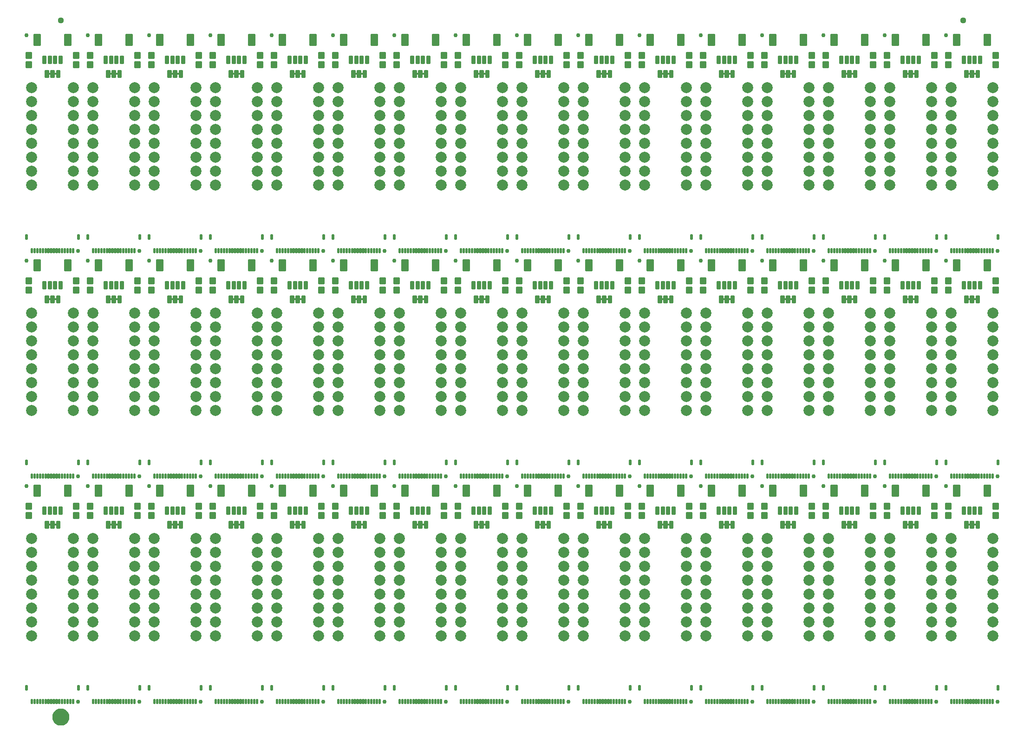
<source format=gts>
G04 EAGLE Gerber RS-274X export*
G75*
%MOMM*%
%FSLAX34Y34*%
%LPD*%
%INSoldermask Top*%
%IPPOS*%
%AMOC8*
5,1,8,0,0,1.08239X$1,22.5*%
G01*
%ADD10C,0.762000*%
%ADD11C,0.230578*%
%ADD12C,0.226609*%
%ADD13C,2.006600*%
%ADD14C,0.225588*%
%ADD15C,0.225369*%
%ADD16C,0.225400*%
%ADD17C,0.228344*%
%ADD18C,1.127000*%
%ADD19C,1.270000*%
%ADD20C,1.627000*%

G36*
X283910Y1151267D02*
X283910Y1151267D01*
X283976Y1151269D01*
X284019Y1151287D01*
X284066Y1151295D01*
X284123Y1151329D01*
X284183Y1151354D01*
X284218Y1151385D01*
X284259Y1151410D01*
X284301Y1151461D01*
X284349Y1151505D01*
X284371Y1151547D01*
X284400Y1151584D01*
X284421Y1151646D01*
X284452Y1151705D01*
X284460Y1151759D01*
X284472Y1151796D01*
X284471Y1151836D01*
X284479Y1151890D01*
X284479Y1154430D01*
X284468Y1154495D01*
X284466Y1154561D01*
X284448Y1154604D01*
X284440Y1154651D01*
X284406Y1154708D01*
X284381Y1154768D01*
X284350Y1154803D01*
X284325Y1154844D01*
X284274Y1154886D01*
X284230Y1154934D01*
X284188Y1154956D01*
X284151Y1154985D01*
X284089Y1155006D01*
X284030Y1155037D01*
X283976Y1155045D01*
X283939Y1155057D01*
X283899Y1155056D01*
X283845Y1155064D01*
X280035Y1155064D01*
X279970Y1155053D01*
X279904Y1155051D01*
X279861Y1155033D01*
X279814Y1155025D01*
X279757Y1154991D01*
X279697Y1154966D01*
X279662Y1154935D01*
X279621Y1154910D01*
X279580Y1154859D01*
X279531Y1154815D01*
X279509Y1154773D01*
X279480Y1154736D01*
X279459Y1154674D01*
X279428Y1154615D01*
X279420Y1154561D01*
X279408Y1154524D01*
X279408Y1154521D01*
X279409Y1154484D01*
X279401Y1154430D01*
X279401Y1151890D01*
X279412Y1151825D01*
X279414Y1151759D01*
X279432Y1151716D01*
X279440Y1151669D01*
X279474Y1151612D01*
X279499Y1151552D01*
X279530Y1151517D01*
X279555Y1151476D01*
X279606Y1151435D01*
X279650Y1151386D01*
X279692Y1151364D01*
X279729Y1151335D01*
X279791Y1151314D01*
X279850Y1151283D01*
X279904Y1151275D01*
X279941Y1151263D01*
X279981Y1151264D01*
X280035Y1151256D01*
X283845Y1151256D01*
X283910Y1151267D01*
G37*
G36*
X1066230Y1151267D02*
X1066230Y1151267D01*
X1066296Y1151269D01*
X1066339Y1151287D01*
X1066386Y1151295D01*
X1066443Y1151329D01*
X1066503Y1151354D01*
X1066538Y1151385D01*
X1066579Y1151410D01*
X1066621Y1151461D01*
X1066669Y1151505D01*
X1066691Y1151547D01*
X1066720Y1151584D01*
X1066741Y1151646D01*
X1066772Y1151705D01*
X1066780Y1151759D01*
X1066792Y1151796D01*
X1066791Y1151836D01*
X1066799Y1151890D01*
X1066799Y1154430D01*
X1066788Y1154495D01*
X1066786Y1154561D01*
X1066768Y1154604D01*
X1066760Y1154651D01*
X1066726Y1154708D01*
X1066701Y1154768D01*
X1066670Y1154803D01*
X1066645Y1154844D01*
X1066594Y1154886D01*
X1066550Y1154934D01*
X1066508Y1154956D01*
X1066471Y1154985D01*
X1066409Y1155006D01*
X1066350Y1155037D01*
X1066296Y1155045D01*
X1066259Y1155057D01*
X1066219Y1155056D01*
X1066165Y1155064D01*
X1062355Y1155064D01*
X1062290Y1155053D01*
X1062224Y1155051D01*
X1062181Y1155033D01*
X1062134Y1155025D01*
X1062077Y1154991D01*
X1062017Y1154966D01*
X1061982Y1154935D01*
X1061941Y1154910D01*
X1061900Y1154859D01*
X1061851Y1154815D01*
X1061829Y1154773D01*
X1061800Y1154736D01*
X1061779Y1154674D01*
X1061748Y1154615D01*
X1061740Y1154561D01*
X1061728Y1154524D01*
X1061728Y1154521D01*
X1061729Y1154484D01*
X1061721Y1154430D01*
X1061721Y1151890D01*
X1061732Y1151825D01*
X1061734Y1151759D01*
X1061752Y1151716D01*
X1061760Y1151669D01*
X1061794Y1151612D01*
X1061819Y1151552D01*
X1061850Y1151517D01*
X1061875Y1151476D01*
X1061926Y1151435D01*
X1061970Y1151386D01*
X1062012Y1151364D01*
X1062049Y1151335D01*
X1062111Y1151314D01*
X1062170Y1151283D01*
X1062224Y1151275D01*
X1062261Y1151263D01*
X1062301Y1151264D01*
X1062355Y1151256D01*
X1066165Y1151256D01*
X1066230Y1151267D01*
G37*
G36*
X50230Y1151267D02*
X50230Y1151267D01*
X50296Y1151269D01*
X50339Y1151287D01*
X50386Y1151295D01*
X50443Y1151329D01*
X50503Y1151354D01*
X50538Y1151385D01*
X50579Y1151410D01*
X50621Y1151461D01*
X50669Y1151505D01*
X50691Y1151547D01*
X50720Y1151584D01*
X50741Y1151646D01*
X50772Y1151705D01*
X50780Y1151759D01*
X50792Y1151796D01*
X50791Y1151836D01*
X50799Y1151890D01*
X50799Y1154430D01*
X50788Y1154495D01*
X50786Y1154561D01*
X50768Y1154604D01*
X50760Y1154651D01*
X50726Y1154708D01*
X50701Y1154768D01*
X50670Y1154803D01*
X50645Y1154844D01*
X50594Y1154886D01*
X50550Y1154934D01*
X50508Y1154956D01*
X50471Y1154985D01*
X50409Y1155006D01*
X50350Y1155037D01*
X50296Y1155045D01*
X50259Y1155057D01*
X50219Y1155056D01*
X50165Y1155064D01*
X46355Y1155064D01*
X46290Y1155053D01*
X46224Y1155051D01*
X46181Y1155033D01*
X46134Y1155025D01*
X46077Y1154991D01*
X46017Y1154966D01*
X45982Y1154935D01*
X45941Y1154910D01*
X45900Y1154859D01*
X45851Y1154815D01*
X45829Y1154773D01*
X45800Y1154736D01*
X45779Y1154674D01*
X45748Y1154615D01*
X45740Y1154561D01*
X45728Y1154524D01*
X45728Y1154521D01*
X45729Y1154484D01*
X45721Y1154430D01*
X45721Y1151890D01*
X45732Y1151825D01*
X45734Y1151759D01*
X45752Y1151716D01*
X45760Y1151669D01*
X45794Y1151612D01*
X45819Y1151552D01*
X45850Y1151517D01*
X45875Y1151476D01*
X45926Y1151435D01*
X45970Y1151386D01*
X46012Y1151364D01*
X46049Y1151335D01*
X46111Y1151314D01*
X46170Y1151283D01*
X46224Y1151275D01*
X46261Y1151263D01*
X46301Y1151264D01*
X46355Y1151256D01*
X50165Y1151256D01*
X50230Y1151267D01*
G37*
G36*
X619190Y1151267D02*
X619190Y1151267D01*
X619256Y1151269D01*
X619299Y1151287D01*
X619346Y1151295D01*
X619403Y1151329D01*
X619463Y1151354D01*
X619498Y1151385D01*
X619539Y1151410D01*
X619581Y1151461D01*
X619629Y1151505D01*
X619651Y1151547D01*
X619680Y1151584D01*
X619701Y1151646D01*
X619732Y1151705D01*
X619740Y1151759D01*
X619752Y1151796D01*
X619751Y1151836D01*
X619759Y1151890D01*
X619759Y1154430D01*
X619748Y1154495D01*
X619746Y1154561D01*
X619728Y1154604D01*
X619720Y1154651D01*
X619686Y1154708D01*
X619661Y1154768D01*
X619630Y1154803D01*
X619605Y1154844D01*
X619554Y1154886D01*
X619510Y1154934D01*
X619468Y1154956D01*
X619431Y1154985D01*
X619369Y1155006D01*
X619310Y1155037D01*
X619256Y1155045D01*
X619219Y1155057D01*
X619179Y1155056D01*
X619125Y1155064D01*
X615315Y1155064D01*
X615250Y1155053D01*
X615184Y1155051D01*
X615141Y1155033D01*
X615094Y1155025D01*
X615037Y1154991D01*
X614977Y1154966D01*
X614942Y1154935D01*
X614901Y1154910D01*
X614860Y1154859D01*
X614811Y1154815D01*
X614789Y1154773D01*
X614760Y1154736D01*
X614739Y1154674D01*
X614708Y1154615D01*
X614700Y1154561D01*
X614688Y1154524D01*
X614688Y1154521D01*
X614689Y1154484D01*
X614681Y1154430D01*
X614681Y1151890D01*
X614692Y1151825D01*
X614694Y1151759D01*
X614712Y1151716D01*
X614720Y1151669D01*
X614754Y1151612D01*
X614779Y1151552D01*
X614810Y1151517D01*
X614835Y1151476D01*
X614886Y1151435D01*
X614930Y1151386D01*
X614972Y1151364D01*
X615009Y1151335D01*
X615071Y1151314D01*
X615130Y1151283D01*
X615184Y1151275D01*
X615221Y1151263D01*
X615261Y1151264D01*
X615315Y1151256D01*
X619125Y1151256D01*
X619190Y1151267D01*
G37*
G36*
X1736790Y1151267D02*
X1736790Y1151267D01*
X1736856Y1151269D01*
X1736899Y1151287D01*
X1736946Y1151295D01*
X1737003Y1151329D01*
X1737063Y1151354D01*
X1737098Y1151385D01*
X1737139Y1151410D01*
X1737181Y1151461D01*
X1737229Y1151505D01*
X1737251Y1151547D01*
X1737280Y1151584D01*
X1737301Y1151646D01*
X1737332Y1151705D01*
X1737340Y1151759D01*
X1737352Y1151796D01*
X1737351Y1151836D01*
X1737359Y1151890D01*
X1737359Y1154430D01*
X1737348Y1154495D01*
X1737346Y1154561D01*
X1737328Y1154604D01*
X1737320Y1154651D01*
X1737286Y1154708D01*
X1737261Y1154768D01*
X1737230Y1154803D01*
X1737205Y1154844D01*
X1737154Y1154886D01*
X1737110Y1154934D01*
X1737068Y1154956D01*
X1737031Y1154985D01*
X1736969Y1155006D01*
X1736910Y1155037D01*
X1736856Y1155045D01*
X1736819Y1155057D01*
X1736779Y1155056D01*
X1736725Y1155064D01*
X1732915Y1155064D01*
X1732850Y1155053D01*
X1732784Y1155051D01*
X1732741Y1155033D01*
X1732694Y1155025D01*
X1732637Y1154991D01*
X1732577Y1154966D01*
X1732542Y1154935D01*
X1732501Y1154910D01*
X1732460Y1154859D01*
X1732411Y1154815D01*
X1732389Y1154773D01*
X1732360Y1154736D01*
X1732339Y1154674D01*
X1732308Y1154615D01*
X1732300Y1154561D01*
X1732288Y1154524D01*
X1732288Y1154521D01*
X1732289Y1154484D01*
X1732281Y1154430D01*
X1732281Y1151890D01*
X1732292Y1151825D01*
X1732294Y1151759D01*
X1732312Y1151716D01*
X1732320Y1151669D01*
X1732354Y1151612D01*
X1732379Y1151552D01*
X1732410Y1151517D01*
X1732435Y1151476D01*
X1732486Y1151435D01*
X1732530Y1151386D01*
X1732572Y1151364D01*
X1732609Y1151335D01*
X1732671Y1151314D01*
X1732730Y1151283D01*
X1732784Y1151275D01*
X1732821Y1151263D01*
X1732861Y1151264D01*
X1732915Y1151256D01*
X1736725Y1151256D01*
X1736790Y1151267D01*
G37*
G36*
X1513270Y1151267D02*
X1513270Y1151267D01*
X1513336Y1151269D01*
X1513379Y1151287D01*
X1513426Y1151295D01*
X1513483Y1151329D01*
X1513543Y1151354D01*
X1513578Y1151385D01*
X1513619Y1151410D01*
X1513661Y1151461D01*
X1513709Y1151505D01*
X1513731Y1151547D01*
X1513760Y1151584D01*
X1513781Y1151646D01*
X1513812Y1151705D01*
X1513820Y1151759D01*
X1513832Y1151796D01*
X1513831Y1151836D01*
X1513839Y1151890D01*
X1513839Y1154430D01*
X1513828Y1154495D01*
X1513826Y1154561D01*
X1513808Y1154604D01*
X1513800Y1154651D01*
X1513766Y1154708D01*
X1513741Y1154768D01*
X1513710Y1154803D01*
X1513685Y1154844D01*
X1513634Y1154886D01*
X1513590Y1154934D01*
X1513548Y1154956D01*
X1513511Y1154985D01*
X1513449Y1155006D01*
X1513390Y1155037D01*
X1513336Y1155045D01*
X1513299Y1155057D01*
X1513259Y1155056D01*
X1513205Y1155064D01*
X1509395Y1155064D01*
X1509330Y1155053D01*
X1509264Y1155051D01*
X1509221Y1155033D01*
X1509174Y1155025D01*
X1509117Y1154991D01*
X1509057Y1154966D01*
X1509022Y1154935D01*
X1508981Y1154910D01*
X1508940Y1154859D01*
X1508891Y1154815D01*
X1508869Y1154773D01*
X1508840Y1154736D01*
X1508819Y1154674D01*
X1508788Y1154615D01*
X1508780Y1154561D01*
X1508768Y1154524D01*
X1508768Y1154521D01*
X1508769Y1154484D01*
X1508761Y1154430D01*
X1508761Y1151890D01*
X1508772Y1151825D01*
X1508774Y1151759D01*
X1508792Y1151716D01*
X1508800Y1151669D01*
X1508834Y1151612D01*
X1508859Y1151552D01*
X1508890Y1151517D01*
X1508915Y1151476D01*
X1508966Y1151435D01*
X1509010Y1151386D01*
X1509052Y1151364D01*
X1509089Y1151335D01*
X1509151Y1151314D01*
X1509210Y1151283D01*
X1509264Y1151275D01*
X1509301Y1151263D01*
X1509341Y1151264D01*
X1509395Y1151256D01*
X1513205Y1151256D01*
X1513270Y1151267D01*
G37*
G36*
X609030Y1151267D02*
X609030Y1151267D01*
X609096Y1151269D01*
X609139Y1151287D01*
X609186Y1151295D01*
X609243Y1151329D01*
X609303Y1151354D01*
X609338Y1151385D01*
X609379Y1151410D01*
X609421Y1151461D01*
X609469Y1151505D01*
X609491Y1151547D01*
X609520Y1151584D01*
X609541Y1151646D01*
X609572Y1151705D01*
X609580Y1151759D01*
X609592Y1151796D01*
X609591Y1151836D01*
X609599Y1151890D01*
X609599Y1154430D01*
X609588Y1154495D01*
X609586Y1154561D01*
X609568Y1154604D01*
X609560Y1154651D01*
X609526Y1154708D01*
X609501Y1154768D01*
X609470Y1154803D01*
X609445Y1154844D01*
X609394Y1154886D01*
X609350Y1154934D01*
X609308Y1154956D01*
X609271Y1154985D01*
X609209Y1155006D01*
X609150Y1155037D01*
X609096Y1155045D01*
X609059Y1155057D01*
X609019Y1155056D01*
X608965Y1155064D01*
X605155Y1155064D01*
X605090Y1155053D01*
X605024Y1155051D01*
X604981Y1155033D01*
X604934Y1155025D01*
X604877Y1154991D01*
X604817Y1154966D01*
X604782Y1154935D01*
X604741Y1154910D01*
X604700Y1154859D01*
X604651Y1154815D01*
X604629Y1154773D01*
X604600Y1154736D01*
X604579Y1154674D01*
X604548Y1154615D01*
X604540Y1154561D01*
X604528Y1154524D01*
X604528Y1154521D01*
X604529Y1154484D01*
X604521Y1154430D01*
X604521Y1151890D01*
X604532Y1151825D01*
X604534Y1151759D01*
X604552Y1151716D01*
X604560Y1151669D01*
X604594Y1151612D01*
X604619Y1151552D01*
X604650Y1151517D01*
X604675Y1151476D01*
X604726Y1151435D01*
X604770Y1151386D01*
X604812Y1151364D01*
X604849Y1151335D01*
X604911Y1151314D01*
X604970Y1151283D01*
X605024Y1151275D01*
X605061Y1151263D01*
X605101Y1151264D01*
X605155Y1151256D01*
X608965Y1151256D01*
X609030Y1151267D01*
G37*
G36*
X507430Y1151267D02*
X507430Y1151267D01*
X507496Y1151269D01*
X507539Y1151287D01*
X507586Y1151295D01*
X507643Y1151329D01*
X507703Y1151354D01*
X507738Y1151385D01*
X507779Y1151410D01*
X507821Y1151461D01*
X507869Y1151505D01*
X507891Y1151547D01*
X507920Y1151584D01*
X507941Y1151646D01*
X507972Y1151705D01*
X507980Y1151759D01*
X507992Y1151796D01*
X507991Y1151836D01*
X507999Y1151890D01*
X507999Y1154430D01*
X507988Y1154495D01*
X507986Y1154561D01*
X507968Y1154604D01*
X507960Y1154651D01*
X507926Y1154708D01*
X507901Y1154768D01*
X507870Y1154803D01*
X507845Y1154844D01*
X507794Y1154886D01*
X507750Y1154934D01*
X507708Y1154956D01*
X507671Y1154985D01*
X507609Y1155006D01*
X507550Y1155037D01*
X507496Y1155045D01*
X507459Y1155057D01*
X507419Y1155056D01*
X507365Y1155064D01*
X503555Y1155064D01*
X503490Y1155053D01*
X503424Y1155051D01*
X503381Y1155033D01*
X503334Y1155025D01*
X503277Y1154991D01*
X503217Y1154966D01*
X503182Y1154935D01*
X503141Y1154910D01*
X503100Y1154859D01*
X503051Y1154815D01*
X503029Y1154773D01*
X503000Y1154736D01*
X502979Y1154674D01*
X502948Y1154615D01*
X502940Y1154561D01*
X502928Y1154524D01*
X502928Y1154521D01*
X502929Y1154484D01*
X502921Y1154430D01*
X502921Y1151890D01*
X502932Y1151825D01*
X502934Y1151759D01*
X502952Y1151716D01*
X502960Y1151669D01*
X502994Y1151612D01*
X503019Y1151552D01*
X503050Y1151517D01*
X503075Y1151476D01*
X503126Y1151435D01*
X503170Y1151386D01*
X503212Y1151364D01*
X503249Y1151335D01*
X503311Y1151314D01*
X503370Y1151283D01*
X503424Y1151275D01*
X503461Y1151263D01*
X503501Y1151264D01*
X503555Y1151256D01*
X507365Y1151256D01*
X507430Y1151267D01*
G37*
G36*
X172150Y1151267D02*
X172150Y1151267D01*
X172216Y1151269D01*
X172259Y1151287D01*
X172306Y1151295D01*
X172363Y1151329D01*
X172423Y1151354D01*
X172458Y1151385D01*
X172499Y1151410D01*
X172541Y1151461D01*
X172589Y1151505D01*
X172611Y1151547D01*
X172640Y1151584D01*
X172661Y1151646D01*
X172692Y1151705D01*
X172700Y1151759D01*
X172712Y1151796D01*
X172711Y1151836D01*
X172719Y1151890D01*
X172719Y1154430D01*
X172708Y1154495D01*
X172706Y1154561D01*
X172688Y1154604D01*
X172680Y1154651D01*
X172646Y1154708D01*
X172621Y1154768D01*
X172590Y1154803D01*
X172565Y1154844D01*
X172514Y1154886D01*
X172470Y1154934D01*
X172428Y1154956D01*
X172391Y1154985D01*
X172329Y1155006D01*
X172270Y1155037D01*
X172216Y1155045D01*
X172179Y1155057D01*
X172139Y1155056D01*
X172085Y1155064D01*
X168275Y1155064D01*
X168210Y1155053D01*
X168144Y1155051D01*
X168101Y1155033D01*
X168054Y1155025D01*
X167997Y1154991D01*
X167937Y1154966D01*
X167902Y1154935D01*
X167861Y1154910D01*
X167820Y1154859D01*
X167771Y1154815D01*
X167749Y1154773D01*
X167720Y1154736D01*
X167699Y1154674D01*
X167668Y1154615D01*
X167660Y1154561D01*
X167648Y1154524D01*
X167648Y1154521D01*
X167649Y1154484D01*
X167641Y1154430D01*
X167641Y1151890D01*
X167652Y1151825D01*
X167654Y1151759D01*
X167672Y1151716D01*
X167680Y1151669D01*
X167714Y1151612D01*
X167739Y1151552D01*
X167770Y1151517D01*
X167795Y1151476D01*
X167846Y1151435D01*
X167890Y1151386D01*
X167932Y1151364D01*
X167969Y1151335D01*
X168031Y1151314D01*
X168090Y1151283D01*
X168144Y1151275D01*
X168181Y1151263D01*
X168221Y1151264D01*
X168275Y1151256D01*
X172085Y1151256D01*
X172150Y1151267D01*
G37*
G36*
X1614870Y1151267D02*
X1614870Y1151267D01*
X1614936Y1151269D01*
X1614979Y1151287D01*
X1615026Y1151295D01*
X1615083Y1151329D01*
X1615143Y1151354D01*
X1615178Y1151385D01*
X1615219Y1151410D01*
X1615261Y1151461D01*
X1615309Y1151505D01*
X1615331Y1151547D01*
X1615360Y1151584D01*
X1615381Y1151646D01*
X1615412Y1151705D01*
X1615420Y1151759D01*
X1615432Y1151796D01*
X1615431Y1151836D01*
X1615439Y1151890D01*
X1615439Y1154430D01*
X1615428Y1154495D01*
X1615426Y1154561D01*
X1615408Y1154604D01*
X1615400Y1154651D01*
X1615366Y1154708D01*
X1615341Y1154768D01*
X1615310Y1154803D01*
X1615285Y1154844D01*
X1615234Y1154886D01*
X1615190Y1154934D01*
X1615148Y1154956D01*
X1615111Y1154985D01*
X1615049Y1155006D01*
X1614990Y1155037D01*
X1614936Y1155045D01*
X1614899Y1155057D01*
X1614859Y1155056D01*
X1614805Y1155064D01*
X1610995Y1155064D01*
X1610930Y1155053D01*
X1610864Y1155051D01*
X1610821Y1155033D01*
X1610774Y1155025D01*
X1610717Y1154991D01*
X1610657Y1154966D01*
X1610622Y1154935D01*
X1610581Y1154910D01*
X1610540Y1154859D01*
X1610491Y1154815D01*
X1610469Y1154773D01*
X1610440Y1154736D01*
X1610419Y1154674D01*
X1610388Y1154615D01*
X1610380Y1154561D01*
X1610368Y1154524D01*
X1610368Y1154521D01*
X1610369Y1154484D01*
X1610361Y1154430D01*
X1610361Y1151890D01*
X1610372Y1151825D01*
X1610374Y1151759D01*
X1610392Y1151716D01*
X1610400Y1151669D01*
X1610434Y1151612D01*
X1610459Y1151552D01*
X1610490Y1151517D01*
X1610515Y1151476D01*
X1610566Y1151435D01*
X1610610Y1151386D01*
X1610652Y1151364D01*
X1610689Y1151335D01*
X1610751Y1151314D01*
X1610810Y1151283D01*
X1610864Y1151275D01*
X1610901Y1151263D01*
X1610941Y1151264D01*
X1610995Y1151256D01*
X1614805Y1151256D01*
X1614870Y1151267D01*
G37*
G36*
X730950Y1151267D02*
X730950Y1151267D01*
X731016Y1151269D01*
X731059Y1151287D01*
X731106Y1151295D01*
X731163Y1151329D01*
X731223Y1151354D01*
X731258Y1151385D01*
X731299Y1151410D01*
X731341Y1151461D01*
X731389Y1151505D01*
X731411Y1151547D01*
X731440Y1151584D01*
X731461Y1151646D01*
X731492Y1151705D01*
X731500Y1151759D01*
X731512Y1151796D01*
X731511Y1151836D01*
X731519Y1151890D01*
X731519Y1154430D01*
X731508Y1154495D01*
X731506Y1154561D01*
X731488Y1154604D01*
X731480Y1154651D01*
X731446Y1154708D01*
X731421Y1154768D01*
X731390Y1154803D01*
X731365Y1154844D01*
X731314Y1154886D01*
X731270Y1154934D01*
X731228Y1154956D01*
X731191Y1154985D01*
X731129Y1155006D01*
X731070Y1155037D01*
X731016Y1155045D01*
X730979Y1155057D01*
X730939Y1155056D01*
X730885Y1155064D01*
X727075Y1155064D01*
X727010Y1155053D01*
X726944Y1155051D01*
X726901Y1155033D01*
X726854Y1155025D01*
X726797Y1154991D01*
X726737Y1154966D01*
X726702Y1154935D01*
X726661Y1154910D01*
X726620Y1154859D01*
X726571Y1154815D01*
X726549Y1154773D01*
X726520Y1154736D01*
X726499Y1154674D01*
X726468Y1154615D01*
X726460Y1154561D01*
X726448Y1154524D01*
X726448Y1154521D01*
X726449Y1154484D01*
X726441Y1154430D01*
X726441Y1151890D01*
X726452Y1151825D01*
X726454Y1151759D01*
X726472Y1151716D01*
X726480Y1151669D01*
X726514Y1151612D01*
X726539Y1151552D01*
X726570Y1151517D01*
X726595Y1151476D01*
X726646Y1151435D01*
X726690Y1151386D01*
X726732Y1151364D01*
X726769Y1151335D01*
X726831Y1151314D01*
X726890Y1151283D01*
X726944Y1151275D01*
X726981Y1151263D01*
X727021Y1151264D01*
X727075Y1151256D01*
X730885Y1151256D01*
X730950Y1151267D01*
G37*
G36*
X944310Y1151267D02*
X944310Y1151267D01*
X944376Y1151269D01*
X944419Y1151287D01*
X944466Y1151295D01*
X944523Y1151329D01*
X944583Y1151354D01*
X944618Y1151385D01*
X944659Y1151410D01*
X944701Y1151461D01*
X944749Y1151505D01*
X944771Y1151547D01*
X944800Y1151584D01*
X944821Y1151646D01*
X944852Y1151705D01*
X944860Y1151759D01*
X944872Y1151796D01*
X944871Y1151836D01*
X944879Y1151890D01*
X944879Y1154430D01*
X944868Y1154495D01*
X944866Y1154561D01*
X944848Y1154604D01*
X944840Y1154651D01*
X944806Y1154708D01*
X944781Y1154768D01*
X944750Y1154803D01*
X944725Y1154844D01*
X944674Y1154886D01*
X944630Y1154934D01*
X944588Y1154956D01*
X944551Y1154985D01*
X944489Y1155006D01*
X944430Y1155037D01*
X944376Y1155045D01*
X944339Y1155057D01*
X944299Y1155056D01*
X944245Y1155064D01*
X940435Y1155064D01*
X940370Y1155053D01*
X940304Y1155051D01*
X940261Y1155033D01*
X940214Y1155025D01*
X940157Y1154991D01*
X940097Y1154966D01*
X940062Y1154935D01*
X940021Y1154910D01*
X939980Y1154859D01*
X939931Y1154815D01*
X939909Y1154773D01*
X939880Y1154736D01*
X939859Y1154674D01*
X939828Y1154615D01*
X939820Y1154561D01*
X939808Y1154524D01*
X939808Y1154521D01*
X939809Y1154484D01*
X939801Y1154430D01*
X939801Y1151890D01*
X939812Y1151825D01*
X939814Y1151759D01*
X939832Y1151716D01*
X939840Y1151669D01*
X939874Y1151612D01*
X939899Y1151552D01*
X939930Y1151517D01*
X939955Y1151476D01*
X940006Y1151435D01*
X940050Y1151386D01*
X940092Y1151364D01*
X940129Y1151335D01*
X940191Y1151314D01*
X940250Y1151283D01*
X940304Y1151275D01*
X940341Y1151263D01*
X940381Y1151264D01*
X940435Y1151256D01*
X944245Y1151256D01*
X944310Y1151267D01*
G37*
G36*
X395670Y1151267D02*
X395670Y1151267D01*
X395736Y1151269D01*
X395779Y1151287D01*
X395826Y1151295D01*
X395883Y1151329D01*
X395943Y1151354D01*
X395978Y1151385D01*
X396019Y1151410D01*
X396061Y1151461D01*
X396109Y1151505D01*
X396131Y1151547D01*
X396160Y1151584D01*
X396181Y1151646D01*
X396212Y1151705D01*
X396220Y1151759D01*
X396232Y1151796D01*
X396231Y1151836D01*
X396239Y1151890D01*
X396239Y1154430D01*
X396228Y1154495D01*
X396226Y1154561D01*
X396208Y1154604D01*
X396200Y1154651D01*
X396166Y1154708D01*
X396141Y1154768D01*
X396110Y1154803D01*
X396085Y1154844D01*
X396034Y1154886D01*
X395990Y1154934D01*
X395948Y1154956D01*
X395911Y1154985D01*
X395849Y1155006D01*
X395790Y1155037D01*
X395736Y1155045D01*
X395699Y1155057D01*
X395659Y1155056D01*
X395605Y1155064D01*
X391795Y1155064D01*
X391730Y1155053D01*
X391664Y1155051D01*
X391621Y1155033D01*
X391574Y1155025D01*
X391517Y1154991D01*
X391457Y1154966D01*
X391422Y1154935D01*
X391381Y1154910D01*
X391340Y1154859D01*
X391291Y1154815D01*
X391269Y1154773D01*
X391240Y1154736D01*
X391219Y1154674D01*
X391188Y1154615D01*
X391180Y1154561D01*
X391168Y1154524D01*
X391168Y1154521D01*
X391169Y1154484D01*
X391161Y1154430D01*
X391161Y1151890D01*
X391172Y1151825D01*
X391174Y1151759D01*
X391192Y1151716D01*
X391200Y1151669D01*
X391234Y1151612D01*
X391259Y1151552D01*
X391290Y1151517D01*
X391315Y1151476D01*
X391366Y1151435D01*
X391410Y1151386D01*
X391452Y1151364D01*
X391489Y1151335D01*
X391551Y1151314D01*
X391610Y1151283D01*
X391664Y1151275D01*
X391701Y1151263D01*
X391741Y1151264D01*
X391795Y1151256D01*
X395605Y1151256D01*
X395670Y1151267D01*
G37*
G36*
X60390Y1151267D02*
X60390Y1151267D01*
X60456Y1151269D01*
X60499Y1151287D01*
X60546Y1151295D01*
X60603Y1151329D01*
X60663Y1151354D01*
X60698Y1151385D01*
X60739Y1151410D01*
X60781Y1151461D01*
X60829Y1151505D01*
X60851Y1151547D01*
X60880Y1151584D01*
X60901Y1151646D01*
X60932Y1151705D01*
X60940Y1151759D01*
X60952Y1151796D01*
X60951Y1151836D01*
X60959Y1151890D01*
X60959Y1154430D01*
X60948Y1154495D01*
X60946Y1154561D01*
X60928Y1154604D01*
X60920Y1154651D01*
X60886Y1154708D01*
X60861Y1154768D01*
X60830Y1154803D01*
X60805Y1154844D01*
X60754Y1154886D01*
X60710Y1154934D01*
X60668Y1154956D01*
X60631Y1154985D01*
X60569Y1155006D01*
X60510Y1155037D01*
X60456Y1155045D01*
X60419Y1155057D01*
X60379Y1155056D01*
X60325Y1155064D01*
X56515Y1155064D01*
X56450Y1155053D01*
X56384Y1155051D01*
X56341Y1155033D01*
X56294Y1155025D01*
X56237Y1154991D01*
X56177Y1154966D01*
X56142Y1154935D01*
X56101Y1154910D01*
X56060Y1154859D01*
X56011Y1154815D01*
X55989Y1154773D01*
X55960Y1154736D01*
X55939Y1154674D01*
X55908Y1154615D01*
X55900Y1154561D01*
X55888Y1154524D01*
X55888Y1154521D01*
X55889Y1154484D01*
X55881Y1154430D01*
X55881Y1151890D01*
X55892Y1151825D01*
X55894Y1151759D01*
X55912Y1151716D01*
X55920Y1151669D01*
X55954Y1151612D01*
X55979Y1151552D01*
X56010Y1151517D01*
X56035Y1151476D01*
X56086Y1151435D01*
X56130Y1151386D01*
X56172Y1151364D01*
X56209Y1151335D01*
X56271Y1151314D01*
X56330Y1151283D01*
X56384Y1151275D01*
X56421Y1151263D01*
X56461Y1151264D01*
X56515Y1151256D01*
X60325Y1151256D01*
X60390Y1151267D01*
G37*
G36*
X832550Y1151267D02*
X832550Y1151267D01*
X832616Y1151269D01*
X832659Y1151287D01*
X832706Y1151295D01*
X832763Y1151329D01*
X832823Y1151354D01*
X832858Y1151385D01*
X832899Y1151410D01*
X832941Y1151461D01*
X832989Y1151505D01*
X833011Y1151547D01*
X833040Y1151584D01*
X833061Y1151646D01*
X833092Y1151705D01*
X833100Y1151759D01*
X833112Y1151796D01*
X833111Y1151836D01*
X833119Y1151890D01*
X833119Y1154430D01*
X833108Y1154495D01*
X833106Y1154561D01*
X833088Y1154604D01*
X833080Y1154651D01*
X833046Y1154708D01*
X833021Y1154768D01*
X832990Y1154803D01*
X832965Y1154844D01*
X832914Y1154886D01*
X832870Y1154934D01*
X832828Y1154956D01*
X832791Y1154985D01*
X832729Y1155006D01*
X832670Y1155037D01*
X832616Y1155045D01*
X832579Y1155057D01*
X832539Y1155056D01*
X832485Y1155064D01*
X828675Y1155064D01*
X828610Y1155053D01*
X828544Y1155051D01*
X828501Y1155033D01*
X828454Y1155025D01*
X828397Y1154991D01*
X828337Y1154966D01*
X828302Y1154935D01*
X828261Y1154910D01*
X828220Y1154859D01*
X828171Y1154815D01*
X828149Y1154773D01*
X828120Y1154736D01*
X828099Y1154674D01*
X828068Y1154615D01*
X828060Y1154561D01*
X828048Y1154524D01*
X828048Y1154521D01*
X828049Y1154484D01*
X828041Y1154430D01*
X828041Y1151890D01*
X828052Y1151825D01*
X828054Y1151759D01*
X828072Y1151716D01*
X828080Y1151669D01*
X828114Y1151612D01*
X828139Y1151552D01*
X828170Y1151517D01*
X828195Y1151476D01*
X828246Y1151435D01*
X828290Y1151386D01*
X828332Y1151364D01*
X828369Y1151335D01*
X828431Y1151314D01*
X828490Y1151283D01*
X828544Y1151275D01*
X828581Y1151263D01*
X828621Y1151264D01*
X828675Y1151256D01*
X832485Y1151256D01*
X832550Y1151267D01*
G37*
G36*
X1625030Y1151267D02*
X1625030Y1151267D01*
X1625096Y1151269D01*
X1625139Y1151287D01*
X1625186Y1151295D01*
X1625243Y1151329D01*
X1625303Y1151354D01*
X1625338Y1151385D01*
X1625379Y1151410D01*
X1625421Y1151461D01*
X1625469Y1151505D01*
X1625491Y1151547D01*
X1625520Y1151584D01*
X1625541Y1151646D01*
X1625572Y1151705D01*
X1625580Y1151759D01*
X1625592Y1151796D01*
X1625591Y1151836D01*
X1625599Y1151890D01*
X1625599Y1154430D01*
X1625588Y1154495D01*
X1625586Y1154561D01*
X1625568Y1154604D01*
X1625560Y1154651D01*
X1625526Y1154708D01*
X1625501Y1154768D01*
X1625470Y1154803D01*
X1625445Y1154844D01*
X1625394Y1154886D01*
X1625350Y1154934D01*
X1625308Y1154956D01*
X1625271Y1154985D01*
X1625209Y1155006D01*
X1625150Y1155037D01*
X1625096Y1155045D01*
X1625059Y1155057D01*
X1625019Y1155056D01*
X1624965Y1155064D01*
X1621155Y1155064D01*
X1621090Y1155053D01*
X1621024Y1155051D01*
X1620981Y1155033D01*
X1620934Y1155025D01*
X1620877Y1154991D01*
X1620817Y1154966D01*
X1620782Y1154935D01*
X1620741Y1154910D01*
X1620700Y1154859D01*
X1620651Y1154815D01*
X1620629Y1154773D01*
X1620600Y1154736D01*
X1620579Y1154674D01*
X1620548Y1154615D01*
X1620540Y1154561D01*
X1620528Y1154524D01*
X1620528Y1154521D01*
X1620529Y1154484D01*
X1620521Y1154430D01*
X1620521Y1151890D01*
X1620532Y1151825D01*
X1620534Y1151759D01*
X1620552Y1151716D01*
X1620560Y1151669D01*
X1620594Y1151612D01*
X1620619Y1151552D01*
X1620650Y1151517D01*
X1620675Y1151476D01*
X1620726Y1151435D01*
X1620770Y1151386D01*
X1620812Y1151364D01*
X1620849Y1151335D01*
X1620911Y1151314D01*
X1620970Y1151283D01*
X1621024Y1151275D01*
X1621061Y1151263D01*
X1621101Y1151264D01*
X1621155Y1151256D01*
X1624965Y1151256D01*
X1625030Y1151267D01*
G37*
G36*
X1167830Y1151267D02*
X1167830Y1151267D01*
X1167896Y1151269D01*
X1167939Y1151287D01*
X1167986Y1151295D01*
X1168043Y1151329D01*
X1168103Y1151354D01*
X1168138Y1151385D01*
X1168179Y1151410D01*
X1168221Y1151461D01*
X1168269Y1151505D01*
X1168291Y1151547D01*
X1168320Y1151584D01*
X1168341Y1151646D01*
X1168372Y1151705D01*
X1168380Y1151759D01*
X1168392Y1151796D01*
X1168391Y1151836D01*
X1168399Y1151890D01*
X1168399Y1154430D01*
X1168388Y1154495D01*
X1168386Y1154561D01*
X1168368Y1154604D01*
X1168360Y1154651D01*
X1168326Y1154708D01*
X1168301Y1154768D01*
X1168270Y1154803D01*
X1168245Y1154844D01*
X1168194Y1154886D01*
X1168150Y1154934D01*
X1168108Y1154956D01*
X1168071Y1154985D01*
X1168009Y1155006D01*
X1167950Y1155037D01*
X1167896Y1155045D01*
X1167859Y1155057D01*
X1167819Y1155056D01*
X1167765Y1155064D01*
X1163955Y1155064D01*
X1163890Y1155053D01*
X1163824Y1155051D01*
X1163781Y1155033D01*
X1163734Y1155025D01*
X1163677Y1154991D01*
X1163617Y1154966D01*
X1163582Y1154935D01*
X1163541Y1154910D01*
X1163500Y1154859D01*
X1163451Y1154815D01*
X1163429Y1154773D01*
X1163400Y1154736D01*
X1163379Y1154674D01*
X1163348Y1154615D01*
X1163340Y1154561D01*
X1163328Y1154524D01*
X1163328Y1154521D01*
X1163329Y1154484D01*
X1163321Y1154430D01*
X1163321Y1151890D01*
X1163332Y1151825D01*
X1163334Y1151759D01*
X1163352Y1151716D01*
X1163360Y1151669D01*
X1163394Y1151612D01*
X1163419Y1151552D01*
X1163450Y1151517D01*
X1163475Y1151476D01*
X1163526Y1151435D01*
X1163570Y1151386D01*
X1163612Y1151364D01*
X1163649Y1151335D01*
X1163711Y1151314D01*
X1163770Y1151283D01*
X1163824Y1151275D01*
X1163861Y1151263D01*
X1163901Y1151264D01*
X1163955Y1151256D01*
X1167765Y1151256D01*
X1167830Y1151267D01*
G37*
G36*
X842710Y1151267D02*
X842710Y1151267D01*
X842776Y1151269D01*
X842819Y1151287D01*
X842866Y1151295D01*
X842923Y1151329D01*
X842983Y1151354D01*
X843018Y1151385D01*
X843059Y1151410D01*
X843101Y1151461D01*
X843149Y1151505D01*
X843171Y1151547D01*
X843200Y1151584D01*
X843221Y1151646D01*
X843252Y1151705D01*
X843260Y1151759D01*
X843272Y1151796D01*
X843271Y1151836D01*
X843279Y1151890D01*
X843279Y1154430D01*
X843268Y1154495D01*
X843266Y1154561D01*
X843248Y1154604D01*
X843240Y1154651D01*
X843206Y1154708D01*
X843181Y1154768D01*
X843150Y1154803D01*
X843125Y1154844D01*
X843074Y1154886D01*
X843030Y1154934D01*
X842988Y1154956D01*
X842951Y1154985D01*
X842889Y1155006D01*
X842830Y1155037D01*
X842776Y1155045D01*
X842739Y1155057D01*
X842699Y1155056D01*
X842645Y1155064D01*
X838835Y1155064D01*
X838770Y1155053D01*
X838704Y1155051D01*
X838661Y1155033D01*
X838614Y1155025D01*
X838557Y1154991D01*
X838497Y1154966D01*
X838462Y1154935D01*
X838421Y1154910D01*
X838380Y1154859D01*
X838331Y1154815D01*
X838309Y1154773D01*
X838280Y1154736D01*
X838259Y1154674D01*
X838228Y1154615D01*
X838220Y1154561D01*
X838208Y1154524D01*
X838208Y1154521D01*
X838209Y1154484D01*
X838201Y1154430D01*
X838201Y1151890D01*
X838212Y1151825D01*
X838214Y1151759D01*
X838232Y1151716D01*
X838240Y1151669D01*
X838274Y1151612D01*
X838299Y1151552D01*
X838330Y1151517D01*
X838355Y1151476D01*
X838406Y1151435D01*
X838450Y1151386D01*
X838492Y1151364D01*
X838529Y1151335D01*
X838591Y1151314D01*
X838650Y1151283D01*
X838704Y1151275D01*
X838741Y1151263D01*
X838781Y1151264D01*
X838835Y1151256D01*
X842645Y1151256D01*
X842710Y1151267D01*
G37*
G36*
X720790Y1151267D02*
X720790Y1151267D01*
X720856Y1151269D01*
X720899Y1151287D01*
X720946Y1151295D01*
X721003Y1151329D01*
X721063Y1151354D01*
X721098Y1151385D01*
X721139Y1151410D01*
X721181Y1151461D01*
X721229Y1151505D01*
X721251Y1151547D01*
X721280Y1151584D01*
X721301Y1151646D01*
X721332Y1151705D01*
X721340Y1151759D01*
X721352Y1151796D01*
X721351Y1151836D01*
X721359Y1151890D01*
X721359Y1154430D01*
X721348Y1154495D01*
X721346Y1154561D01*
X721328Y1154604D01*
X721320Y1154651D01*
X721286Y1154708D01*
X721261Y1154768D01*
X721230Y1154803D01*
X721205Y1154844D01*
X721154Y1154886D01*
X721110Y1154934D01*
X721068Y1154956D01*
X721031Y1154985D01*
X720969Y1155006D01*
X720910Y1155037D01*
X720856Y1155045D01*
X720819Y1155057D01*
X720779Y1155056D01*
X720725Y1155064D01*
X716915Y1155064D01*
X716850Y1155053D01*
X716784Y1155051D01*
X716741Y1155033D01*
X716694Y1155025D01*
X716637Y1154991D01*
X716577Y1154966D01*
X716542Y1154935D01*
X716501Y1154910D01*
X716460Y1154859D01*
X716411Y1154815D01*
X716389Y1154773D01*
X716360Y1154736D01*
X716339Y1154674D01*
X716308Y1154615D01*
X716300Y1154561D01*
X716288Y1154524D01*
X716288Y1154521D01*
X716289Y1154484D01*
X716281Y1154430D01*
X716281Y1151890D01*
X716292Y1151825D01*
X716294Y1151759D01*
X716312Y1151716D01*
X716320Y1151669D01*
X716354Y1151612D01*
X716379Y1151552D01*
X716410Y1151517D01*
X716435Y1151476D01*
X716486Y1151435D01*
X716530Y1151386D01*
X716572Y1151364D01*
X716609Y1151335D01*
X716671Y1151314D01*
X716730Y1151283D01*
X716784Y1151275D01*
X716821Y1151263D01*
X716861Y1151264D01*
X716915Y1151256D01*
X720725Y1151256D01*
X720790Y1151267D01*
G37*
G36*
X497270Y1151267D02*
X497270Y1151267D01*
X497336Y1151269D01*
X497379Y1151287D01*
X497426Y1151295D01*
X497483Y1151329D01*
X497543Y1151354D01*
X497578Y1151385D01*
X497619Y1151410D01*
X497661Y1151461D01*
X497709Y1151505D01*
X497731Y1151547D01*
X497760Y1151584D01*
X497781Y1151646D01*
X497812Y1151705D01*
X497820Y1151759D01*
X497832Y1151796D01*
X497831Y1151836D01*
X497839Y1151890D01*
X497839Y1154430D01*
X497828Y1154495D01*
X497826Y1154561D01*
X497808Y1154604D01*
X497800Y1154651D01*
X497766Y1154708D01*
X497741Y1154768D01*
X497710Y1154803D01*
X497685Y1154844D01*
X497634Y1154886D01*
X497590Y1154934D01*
X497548Y1154956D01*
X497511Y1154985D01*
X497449Y1155006D01*
X497390Y1155037D01*
X497336Y1155045D01*
X497299Y1155057D01*
X497259Y1155056D01*
X497205Y1155064D01*
X493395Y1155064D01*
X493330Y1155053D01*
X493264Y1155051D01*
X493221Y1155033D01*
X493174Y1155025D01*
X493117Y1154991D01*
X493057Y1154966D01*
X493022Y1154935D01*
X492981Y1154910D01*
X492940Y1154859D01*
X492891Y1154815D01*
X492869Y1154773D01*
X492840Y1154736D01*
X492819Y1154674D01*
X492788Y1154615D01*
X492780Y1154561D01*
X492768Y1154524D01*
X492768Y1154521D01*
X492769Y1154484D01*
X492761Y1154430D01*
X492761Y1151890D01*
X492772Y1151825D01*
X492774Y1151759D01*
X492792Y1151716D01*
X492800Y1151669D01*
X492834Y1151612D01*
X492859Y1151552D01*
X492890Y1151517D01*
X492915Y1151476D01*
X492966Y1151435D01*
X493010Y1151386D01*
X493052Y1151364D01*
X493089Y1151335D01*
X493151Y1151314D01*
X493210Y1151283D01*
X493264Y1151275D01*
X493301Y1151263D01*
X493341Y1151264D01*
X493395Y1151256D01*
X497205Y1151256D01*
X497270Y1151267D01*
G37*
G36*
X161990Y1151267D02*
X161990Y1151267D01*
X162056Y1151269D01*
X162099Y1151287D01*
X162146Y1151295D01*
X162203Y1151329D01*
X162263Y1151354D01*
X162298Y1151385D01*
X162339Y1151410D01*
X162381Y1151461D01*
X162429Y1151505D01*
X162451Y1151547D01*
X162480Y1151584D01*
X162501Y1151646D01*
X162532Y1151705D01*
X162540Y1151759D01*
X162552Y1151796D01*
X162551Y1151836D01*
X162559Y1151890D01*
X162559Y1154430D01*
X162548Y1154495D01*
X162546Y1154561D01*
X162528Y1154604D01*
X162520Y1154651D01*
X162486Y1154708D01*
X162461Y1154768D01*
X162430Y1154803D01*
X162405Y1154844D01*
X162354Y1154886D01*
X162310Y1154934D01*
X162268Y1154956D01*
X162231Y1154985D01*
X162169Y1155006D01*
X162110Y1155037D01*
X162056Y1155045D01*
X162019Y1155057D01*
X161979Y1155056D01*
X161925Y1155064D01*
X158115Y1155064D01*
X158050Y1155053D01*
X157984Y1155051D01*
X157941Y1155033D01*
X157894Y1155025D01*
X157837Y1154991D01*
X157777Y1154966D01*
X157742Y1154935D01*
X157701Y1154910D01*
X157660Y1154859D01*
X157611Y1154815D01*
X157589Y1154773D01*
X157560Y1154736D01*
X157539Y1154674D01*
X157508Y1154615D01*
X157500Y1154561D01*
X157488Y1154524D01*
X157488Y1154521D01*
X157489Y1154484D01*
X157481Y1154430D01*
X157481Y1151890D01*
X157492Y1151825D01*
X157494Y1151759D01*
X157512Y1151716D01*
X157520Y1151669D01*
X157554Y1151612D01*
X157579Y1151552D01*
X157610Y1151517D01*
X157635Y1151476D01*
X157686Y1151435D01*
X157730Y1151386D01*
X157772Y1151364D01*
X157809Y1151335D01*
X157871Y1151314D01*
X157930Y1151283D01*
X157984Y1151275D01*
X158021Y1151263D01*
X158061Y1151264D01*
X158115Y1151256D01*
X161925Y1151256D01*
X161990Y1151267D01*
G37*
G36*
X273750Y1151267D02*
X273750Y1151267D01*
X273816Y1151269D01*
X273859Y1151287D01*
X273906Y1151295D01*
X273963Y1151329D01*
X274023Y1151354D01*
X274058Y1151385D01*
X274099Y1151410D01*
X274141Y1151461D01*
X274189Y1151505D01*
X274211Y1151547D01*
X274240Y1151584D01*
X274261Y1151646D01*
X274292Y1151705D01*
X274300Y1151759D01*
X274312Y1151796D01*
X274311Y1151836D01*
X274319Y1151890D01*
X274319Y1154430D01*
X274308Y1154495D01*
X274306Y1154561D01*
X274288Y1154604D01*
X274280Y1154651D01*
X274246Y1154708D01*
X274221Y1154768D01*
X274190Y1154803D01*
X274165Y1154844D01*
X274114Y1154886D01*
X274070Y1154934D01*
X274028Y1154956D01*
X273991Y1154985D01*
X273929Y1155006D01*
X273870Y1155037D01*
X273816Y1155045D01*
X273779Y1155057D01*
X273739Y1155056D01*
X273685Y1155064D01*
X269875Y1155064D01*
X269810Y1155053D01*
X269744Y1155051D01*
X269701Y1155033D01*
X269654Y1155025D01*
X269597Y1154991D01*
X269537Y1154966D01*
X269502Y1154935D01*
X269461Y1154910D01*
X269420Y1154859D01*
X269371Y1154815D01*
X269349Y1154773D01*
X269320Y1154736D01*
X269299Y1154674D01*
X269268Y1154615D01*
X269260Y1154561D01*
X269248Y1154524D01*
X269248Y1154521D01*
X269249Y1154484D01*
X269241Y1154430D01*
X269241Y1151890D01*
X269252Y1151825D01*
X269254Y1151759D01*
X269272Y1151716D01*
X269280Y1151669D01*
X269314Y1151612D01*
X269339Y1151552D01*
X269370Y1151517D01*
X269395Y1151476D01*
X269446Y1151435D01*
X269490Y1151386D01*
X269532Y1151364D01*
X269569Y1151335D01*
X269631Y1151314D01*
X269690Y1151283D01*
X269744Y1151275D01*
X269781Y1151263D01*
X269821Y1151264D01*
X269875Y1151256D01*
X273685Y1151256D01*
X273750Y1151267D01*
G37*
G36*
X1391350Y1151267D02*
X1391350Y1151267D01*
X1391416Y1151269D01*
X1391459Y1151287D01*
X1391506Y1151295D01*
X1391563Y1151329D01*
X1391623Y1151354D01*
X1391658Y1151385D01*
X1391699Y1151410D01*
X1391741Y1151461D01*
X1391789Y1151505D01*
X1391811Y1151547D01*
X1391840Y1151584D01*
X1391861Y1151646D01*
X1391892Y1151705D01*
X1391900Y1151759D01*
X1391912Y1151796D01*
X1391911Y1151836D01*
X1391919Y1151890D01*
X1391919Y1154430D01*
X1391908Y1154495D01*
X1391906Y1154561D01*
X1391888Y1154604D01*
X1391880Y1154651D01*
X1391846Y1154708D01*
X1391821Y1154768D01*
X1391790Y1154803D01*
X1391765Y1154844D01*
X1391714Y1154886D01*
X1391670Y1154934D01*
X1391628Y1154956D01*
X1391591Y1154985D01*
X1391529Y1155006D01*
X1391470Y1155037D01*
X1391416Y1155045D01*
X1391379Y1155057D01*
X1391339Y1155056D01*
X1391285Y1155064D01*
X1387475Y1155064D01*
X1387410Y1155053D01*
X1387344Y1155051D01*
X1387301Y1155033D01*
X1387254Y1155025D01*
X1387197Y1154991D01*
X1387137Y1154966D01*
X1387102Y1154935D01*
X1387061Y1154910D01*
X1387020Y1154859D01*
X1386971Y1154815D01*
X1386949Y1154773D01*
X1386920Y1154736D01*
X1386899Y1154674D01*
X1386868Y1154615D01*
X1386860Y1154561D01*
X1386848Y1154524D01*
X1386848Y1154521D01*
X1386849Y1154484D01*
X1386841Y1154430D01*
X1386841Y1151890D01*
X1386852Y1151825D01*
X1386854Y1151759D01*
X1386872Y1151716D01*
X1386880Y1151669D01*
X1386914Y1151612D01*
X1386939Y1151552D01*
X1386970Y1151517D01*
X1386995Y1151476D01*
X1387046Y1151435D01*
X1387090Y1151386D01*
X1387132Y1151364D01*
X1387169Y1151335D01*
X1387231Y1151314D01*
X1387290Y1151283D01*
X1387344Y1151275D01*
X1387381Y1151263D01*
X1387421Y1151264D01*
X1387475Y1151256D01*
X1391285Y1151256D01*
X1391350Y1151267D01*
G37*
G36*
X1289750Y1151267D02*
X1289750Y1151267D01*
X1289816Y1151269D01*
X1289859Y1151287D01*
X1289906Y1151295D01*
X1289963Y1151329D01*
X1290023Y1151354D01*
X1290058Y1151385D01*
X1290099Y1151410D01*
X1290141Y1151461D01*
X1290189Y1151505D01*
X1290211Y1151547D01*
X1290240Y1151584D01*
X1290261Y1151646D01*
X1290292Y1151705D01*
X1290300Y1151759D01*
X1290312Y1151796D01*
X1290311Y1151836D01*
X1290319Y1151890D01*
X1290319Y1154430D01*
X1290308Y1154495D01*
X1290306Y1154561D01*
X1290288Y1154604D01*
X1290280Y1154651D01*
X1290246Y1154708D01*
X1290221Y1154768D01*
X1290190Y1154803D01*
X1290165Y1154844D01*
X1290114Y1154886D01*
X1290070Y1154934D01*
X1290028Y1154956D01*
X1289991Y1154985D01*
X1289929Y1155006D01*
X1289870Y1155037D01*
X1289816Y1155045D01*
X1289779Y1155057D01*
X1289739Y1155056D01*
X1289685Y1155064D01*
X1285875Y1155064D01*
X1285810Y1155053D01*
X1285744Y1155051D01*
X1285701Y1155033D01*
X1285654Y1155025D01*
X1285597Y1154991D01*
X1285537Y1154966D01*
X1285502Y1154935D01*
X1285461Y1154910D01*
X1285420Y1154859D01*
X1285371Y1154815D01*
X1285349Y1154773D01*
X1285320Y1154736D01*
X1285299Y1154674D01*
X1285268Y1154615D01*
X1285260Y1154561D01*
X1285248Y1154524D01*
X1285248Y1154521D01*
X1285249Y1154484D01*
X1285241Y1154430D01*
X1285241Y1151890D01*
X1285252Y1151825D01*
X1285254Y1151759D01*
X1285272Y1151716D01*
X1285280Y1151669D01*
X1285314Y1151612D01*
X1285339Y1151552D01*
X1285370Y1151517D01*
X1285395Y1151476D01*
X1285446Y1151435D01*
X1285490Y1151386D01*
X1285532Y1151364D01*
X1285569Y1151335D01*
X1285631Y1151314D01*
X1285690Y1151283D01*
X1285744Y1151275D01*
X1285781Y1151263D01*
X1285821Y1151264D01*
X1285875Y1151256D01*
X1289685Y1151256D01*
X1289750Y1151267D01*
G37*
G36*
X954470Y1151267D02*
X954470Y1151267D01*
X954536Y1151269D01*
X954579Y1151287D01*
X954626Y1151295D01*
X954683Y1151329D01*
X954743Y1151354D01*
X954778Y1151385D01*
X954819Y1151410D01*
X954861Y1151461D01*
X954909Y1151505D01*
X954931Y1151547D01*
X954960Y1151584D01*
X954981Y1151646D01*
X955012Y1151705D01*
X955020Y1151759D01*
X955032Y1151796D01*
X955031Y1151836D01*
X955039Y1151890D01*
X955039Y1154430D01*
X955028Y1154495D01*
X955026Y1154561D01*
X955008Y1154604D01*
X955000Y1154651D01*
X954966Y1154708D01*
X954941Y1154768D01*
X954910Y1154803D01*
X954885Y1154844D01*
X954834Y1154886D01*
X954790Y1154934D01*
X954748Y1154956D01*
X954711Y1154985D01*
X954649Y1155006D01*
X954590Y1155037D01*
X954536Y1155045D01*
X954499Y1155057D01*
X954459Y1155056D01*
X954405Y1155064D01*
X950595Y1155064D01*
X950530Y1155053D01*
X950464Y1155051D01*
X950421Y1155033D01*
X950374Y1155025D01*
X950317Y1154991D01*
X950257Y1154966D01*
X950222Y1154935D01*
X950181Y1154910D01*
X950140Y1154859D01*
X950091Y1154815D01*
X950069Y1154773D01*
X950040Y1154736D01*
X950019Y1154674D01*
X949988Y1154615D01*
X949980Y1154561D01*
X949968Y1154524D01*
X949968Y1154521D01*
X949969Y1154484D01*
X949961Y1154430D01*
X949961Y1151890D01*
X949972Y1151825D01*
X949974Y1151759D01*
X949992Y1151716D01*
X950000Y1151669D01*
X950034Y1151612D01*
X950059Y1151552D01*
X950090Y1151517D01*
X950115Y1151476D01*
X950166Y1151435D01*
X950210Y1151386D01*
X950252Y1151364D01*
X950289Y1151335D01*
X950351Y1151314D01*
X950410Y1151283D01*
X950464Y1151275D01*
X950501Y1151263D01*
X950541Y1151264D01*
X950595Y1151256D01*
X954405Y1151256D01*
X954470Y1151267D01*
G37*
G36*
X1056070Y1151267D02*
X1056070Y1151267D01*
X1056136Y1151269D01*
X1056179Y1151287D01*
X1056226Y1151295D01*
X1056283Y1151329D01*
X1056343Y1151354D01*
X1056378Y1151385D01*
X1056419Y1151410D01*
X1056461Y1151461D01*
X1056509Y1151505D01*
X1056531Y1151547D01*
X1056560Y1151584D01*
X1056581Y1151646D01*
X1056612Y1151705D01*
X1056620Y1151759D01*
X1056632Y1151796D01*
X1056631Y1151836D01*
X1056639Y1151890D01*
X1056639Y1154430D01*
X1056628Y1154495D01*
X1056626Y1154561D01*
X1056608Y1154604D01*
X1056600Y1154651D01*
X1056566Y1154708D01*
X1056541Y1154768D01*
X1056510Y1154803D01*
X1056485Y1154844D01*
X1056434Y1154886D01*
X1056390Y1154934D01*
X1056348Y1154956D01*
X1056311Y1154985D01*
X1056249Y1155006D01*
X1056190Y1155037D01*
X1056136Y1155045D01*
X1056099Y1155057D01*
X1056059Y1155056D01*
X1056005Y1155064D01*
X1052195Y1155064D01*
X1052130Y1155053D01*
X1052064Y1155051D01*
X1052021Y1155033D01*
X1051974Y1155025D01*
X1051917Y1154991D01*
X1051857Y1154966D01*
X1051822Y1154935D01*
X1051781Y1154910D01*
X1051740Y1154859D01*
X1051691Y1154815D01*
X1051669Y1154773D01*
X1051640Y1154736D01*
X1051619Y1154674D01*
X1051588Y1154615D01*
X1051580Y1154561D01*
X1051568Y1154524D01*
X1051568Y1154521D01*
X1051569Y1154484D01*
X1051561Y1154430D01*
X1051561Y1151890D01*
X1051572Y1151825D01*
X1051574Y1151759D01*
X1051592Y1151716D01*
X1051600Y1151669D01*
X1051634Y1151612D01*
X1051659Y1151552D01*
X1051690Y1151517D01*
X1051715Y1151476D01*
X1051766Y1151435D01*
X1051810Y1151386D01*
X1051852Y1151364D01*
X1051889Y1151335D01*
X1051951Y1151314D01*
X1052010Y1151283D01*
X1052064Y1151275D01*
X1052101Y1151263D01*
X1052141Y1151264D01*
X1052195Y1151256D01*
X1056005Y1151256D01*
X1056070Y1151267D01*
G37*
G36*
X1401510Y1151267D02*
X1401510Y1151267D01*
X1401576Y1151269D01*
X1401619Y1151287D01*
X1401666Y1151295D01*
X1401723Y1151329D01*
X1401783Y1151354D01*
X1401818Y1151385D01*
X1401859Y1151410D01*
X1401901Y1151461D01*
X1401949Y1151505D01*
X1401971Y1151547D01*
X1402000Y1151584D01*
X1402021Y1151646D01*
X1402052Y1151705D01*
X1402060Y1151759D01*
X1402072Y1151796D01*
X1402071Y1151836D01*
X1402079Y1151890D01*
X1402079Y1154430D01*
X1402068Y1154495D01*
X1402066Y1154561D01*
X1402048Y1154604D01*
X1402040Y1154651D01*
X1402006Y1154708D01*
X1401981Y1154768D01*
X1401950Y1154803D01*
X1401925Y1154844D01*
X1401874Y1154886D01*
X1401830Y1154934D01*
X1401788Y1154956D01*
X1401751Y1154985D01*
X1401689Y1155006D01*
X1401630Y1155037D01*
X1401576Y1155045D01*
X1401539Y1155057D01*
X1401499Y1155056D01*
X1401445Y1155064D01*
X1397635Y1155064D01*
X1397570Y1155053D01*
X1397504Y1155051D01*
X1397461Y1155033D01*
X1397414Y1155025D01*
X1397357Y1154991D01*
X1397297Y1154966D01*
X1397262Y1154935D01*
X1397221Y1154910D01*
X1397180Y1154859D01*
X1397131Y1154815D01*
X1397109Y1154773D01*
X1397080Y1154736D01*
X1397059Y1154674D01*
X1397028Y1154615D01*
X1397020Y1154561D01*
X1397008Y1154524D01*
X1397008Y1154521D01*
X1397009Y1154484D01*
X1397001Y1154430D01*
X1397001Y1151890D01*
X1397012Y1151825D01*
X1397014Y1151759D01*
X1397032Y1151716D01*
X1397040Y1151669D01*
X1397074Y1151612D01*
X1397099Y1151552D01*
X1397130Y1151517D01*
X1397155Y1151476D01*
X1397206Y1151435D01*
X1397250Y1151386D01*
X1397292Y1151364D01*
X1397329Y1151335D01*
X1397391Y1151314D01*
X1397450Y1151283D01*
X1397504Y1151275D01*
X1397541Y1151263D01*
X1397581Y1151264D01*
X1397635Y1151256D01*
X1401445Y1151256D01*
X1401510Y1151267D01*
G37*
G36*
X1503110Y1151267D02*
X1503110Y1151267D01*
X1503176Y1151269D01*
X1503219Y1151287D01*
X1503266Y1151295D01*
X1503323Y1151329D01*
X1503383Y1151354D01*
X1503418Y1151385D01*
X1503459Y1151410D01*
X1503501Y1151461D01*
X1503549Y1151505D01*
X1503571Y1151547D01*
X1503600Y1151584D01*
X1503621Y1151646D01*
X1503652Y1151705D01*
X1503660Y1151759D01*
X1503672Y1151796D01*
X1503671Y1151836D01*
X1503679Y1151890D01*
X1503679Y1154430D01*
X1503668Y1154495D01*
X1503666Y1154561D01*
X1503648Y1154604D01*
X1503640Y1154651D01*
X1503606Y1154708D01*
X1503581Y1154768D01*
X1503550Y1154803D01*
X1503525Y1154844D01*
X1503474Y1154886D01*
X1503430Y1154934D01*
X1503388Y1154956D01*
X1503351Y1154985D01*
X1503289Y1155006D01*
X1503230Y1155037D01*
X1503176Y1155045D01*
X1503139Y1155057D01*
X1503099Y1155056D01*
X1503045Y1155064D01*
X1499235Y1155064D01*
X1499170Y1155053D01*
X1499104Y1155051D01*
X1499061Y1155033D01*
X1499014Y1155025D01*
X1498957Y1154991D01*
X1498897Y1154966D01*
X1498862Y1154935D01*
X1498821Y1154910D01*
X1498780Y1154859D01*
X1498731Y1154815D01*
X1498709Y1154773D01*
X1498680Y1154736D01*
X1498659Y1154674D01*
X1498628Y1154615D01*
X1498620Y1154561D01*
X1498608Y1154524D01*
X1498608Y1154521D01*
X1498609Y1154484D01*
X1498601Y1154430D01*
X1498601Y1151890D01*
X1498612Y1151825D01*
X1498614Y1151759D01*
X1498632Y1151716D01*
X1498640Y1151669D01*
X1498674Y1151612D01*
X1498699Y1151552D01*
X1498730Y1151517D01*
X1498755Y1151476D01*
X1498806Y1151435D01*
X1498850Y1151386D01*
X1498892Y1151364D01*
X1498929Y1151335D01*
X1498991Y1151314D01*
X1499050Y1151283D01*
X1499104Y1151275D01*
X1499141Y1151263D01*
X1499181Y1151264D01*
X1499235Y1151256D01*
X1503045Y1151256D01*
X1503110Y1151267D01*
G37*
G36*
X1177990Y1151267D02*
X1177990Y1151267D01*
X1178056Y1151269D01*
X1178099Y1151287D01*
X1178146Y1151295D01*
X1178203Y1151329D01*
X1178263Y1151354D01*
X1178298Y1151385D01*
X1178339Y1151410D01*
X1178381Y1151461D01*
X1178429Y1151505D01*
X1178451Y1151547D01*
X1178480Y1151584D01*
X1178501Y1151646D01*
X1178532Y1151705D01*
X1178540Y1151759D01*
X1178552Y1151796D01*
X1178551Y1151836D01*
X1178559Y1151890D01*
X1178559Y1154430D01*
X1178548Y1154495D01*
X1178546Y1154561D01*
X1178528Y1154604D01*
X1178520Y1154651D01*
X1178486Y1154708D01*
X1178461Y1154768D01*
X1178430Y1154803D01*
X1178405Y1154844D01*
X1178354Y1154886D01*
X1178310Y1154934D01*
X1178268Y1154956D01*
X1178231Y1154985D01*
X1178169Y1155006D01*
X1178110Y1155037D01*
X1178056Y1155045D01*
X1178019Y1155057D01*
X1177979Y1155056D01*
X1177925Y1155064D01*
X1174115Y1155064D01*
X1174050Y1155053D01*
X1173984Y1155051D01*
X1173941Y1155033D01*
X1173894Y1155025D01*
X1173837Y1154991D01*
X1173777Y1154966D01*
X1173742Y1154935D01*
X1173701Y1154910D01*
X1173660Y1154859D01*
X1173611Y1154815D01*
X1173589Y1154773D01*
X1173560Y1154736D01*
X1173539Y1154674D01*
X1173508Y1154615D01*
X1173500Y1154561D01*
X1173488Y1154524D01*
X1173488Y1154521D01*
X1173489Y1154484D01*
X1173481Y1154430D01*
X1173481Y1151890D01*
X1173492Y1151825D01*
X1173494Y1151759D01*
X1173512Y1151716D01*
X1173520Y1151669D01*
X1173554Y1151612D01*
X1173579Y1151552D01*
X1173610Y1151517D01*
X1173635Y1151476D01*
X1173686Y1151435D01*
X1173730Y1151386D01*
X1173772Y1151364D01*
X1173809Y1151335D01*
X1173871Y1151314D01*
X1173930Y1151283D01*
X1173984Y1151275D01*
X1174021Y1151263D01*
X1174061Y1151264D01*
X1174115Y1151256D01*
X1177925Y1151256D01*
X1177990Y1151267D01*
G37*
G36*
X385510Y1151267D02*
X385510Y1151267D01*
X385576Y1151269D01*
X385619Y1151287D01*
X385666Y1151295D01*
X385723Y1151329D01*
X385783Y1151354D01*
X385818Y1151385D01*
X385859Y1151410D01*
X385901Y1151461D01*
X385949Y1151505D01*
X385971Y1151547D01*
X386000Y1151584D01*
X386021Y1151646D01*
X386052Y1151705D01*
X386060Y1151759D01*
X386072Y1151796D01*
X386071Y1151836D01*
X386079Y1151890D01*
X386079Y1154430D01*
X386068Y1154495D01*
X386066Y1154561D01*
X386048Y1154604D01*
X386040Y1154651D01*
X386006Y1154708D01*
X385981Y1154768D01*
X385950Y1154803D01*
X385925Y1154844D01*
X385874Y1154886D01*
X385830Y1154934D01*
X385788Y1154956D01*
X385751Y1154985D01*
X385689Y1155006D01*
X385630Y1155037D01*
X385576Y1155045D01*
X385539Y1155057D01*
X385499Y1155056D01*
X385445Y1155064D01*
X381635Y1155064D01*
X381570Y1155053D01*
X381504Y1155051D01*
X381461Y1155033D01*
X381414Y1155025D01*
X381357Y1154991D01*
X381297Y1154966D01*
X381262Y1154935D01*
X381221Y1154910D01*
X381180Y1154859D01*
X381131Y1154815D01*
X381109Y1154773D01*
X381080Y1154736D01*
X381059Y1154674D01*
X381028Y1154615D01*
X381020Y1154561D01*
X381008Y1154524D01*
X381008Y1154521D01*
X381009Y1154484D01*
X381001Y1154430D01*
X381001Y1151890D01*
X381012Y1151825D01*
X381014Y1151759D01*
X381032Y1151716D01*
X381040Y1151669D01*
X381074Y1151612D01*
X381099Y1151552D01*
X381130Y1151517D01*
X381155Y1151476D01*
X381206Y1151435D01*
X381250Y1151386D01*
X381292Y1151364D01*
X381329Y1151335D01*
X381391Y1151314D01*
X381450Y1151283D01*
X381504Y1151275D01*
X381541Y1151263D01*
X381581Y1151264D01*
X381635Y1151256D01*
X385445Y1151256D01*
X385510Y1151267D01*
G37*
G36*
X1726630Y1151267D02*
X1726630Y1151267D01*
X1726696Y1151269D01*
X1726739Y1151287D01*
X1726786Y1151295D01*
X1726843Y1151329D01*
X1726903Y1151354D01*
X1726938Y1151385D01*
X1726979Y1151410D01*
X1727021Y1151461D01*
X1727069Y1151505D01*
X1727091Y1151547D01*
X1727120Y1151584D01*
X1727141Y1151646D01*
X1727172Y1151705D01*
X1727180Y1151759D01*
X1727192Y1151796D01*
X1727191Y1151836D01*
X1727199Y1151890D01*
X1727199Y1154430D01*
X1727188Y1154495D01*
X1727186Y1154561D01*
X1727168Y1154604D01*
X1727160Y1154651D01*
X1727126Y1154708D01*
X1727101Y1154768D01*
X1727070Y1154803D01*
X1727045Y1154844D01*
X1726994Y1154886D01*
X1726950Y1154934D01*
X1726908Y1154956D01*
X1726871Y1154985D01*
X1726809Y1155006D01*
X1726750Y1155037D01*
X1726696Y1155045D01*
X1726659Y1155057D01*
X1726619Y1155056D01*
X1726565Y1155064D01*
X1722755Y1155064D01*
X1722690Y1155053D01*
X1722624Y1155051D01*
X1722581Y1155033D01*
X1722534Y1155025D01*
X1722477Y1154991D01*
X1722417Y1154966D01*
X1722382Y1154935D01*
X1722341Y1154910D01*
X1722300Y1154859D01*
X1722251Y1154815D01*
X1722229Y1154773D01*
X1722200Y1154736D01*
X1722179Y1154674D01*
X1722148Y1154615D01*
X1722140Y1154561D01*
X1722128Y1154524D01*
X1722128Y1154521D01*
X1722129Y1154484D01*
X1722121Y1154430D01*
X1722121Y1151890D01*
X1722132Y1151825D01*
X1722134Y1151759D01*
X1722152Y1151716D01*
X1722160Y1151669D01*
X1722194Y1151612D01*
X1722219Y1151552D01*
X1722250Y1151517D01*
X1722275Y1151476D01*
X1722326Y1151435D01*
X1722370Y1151386D01*
X1722412Y1151364D01*
X1722449Y1151335D01*
X1722511Y1151314D01*
X1722570Y1151283D01*
X1722624Y1151275D01*
X1722661Y1151263D01*
X1722701Y1151264D01*
X1722755Y1151256D01*
X1726565Y1151256D01*
X1726630Y1151267D01*
G37*
G36*
X1279590Y1151267D02*
X1279590Y1151267D01*
X1279656Y1151269D01*
X1279699Y1151287D01*
X1279746Y1151295D01*
X1279803Y1151329D01*
X1279863Y1151354D01*
X1279898Y1151385D01*
X1279939Y1151410D01*
X1279981Y1151461D01*
X1280029Y1151505D01*
X1280051Y1151547D01*
X1280080Y1151584D01*
X1280101Y1151646D01*
X1280132Y1151705D01*
X1280140Y1151759D01*
X1280152Y1151796D01*
X1280151Y1151836D01*
X1280159Y1151890D01*
X1280159Y1154430D01*
X1280148Y1154495D01*
X1280146Y1154561D01*
X1280128Y1154604D01*
X1280120Y1154651D01*
X1280086Y1154708D01*
X1280061Y1154768D01*
X1280030Y1154803D01*
X1280005Y1154844D01*
X1279954Y1154886D01*
X1279910Y1154934D01*
X1279868Y1154956D01*
X1279831Y1154985D01*
X1279769Y1155006D01*
X1279710Y1155037D01*
X1279656Y1155045D01*
X1279619Y1155057D01*
X1279579Y1155056D01*
X1279525Y1155064D01*
X1275715Y1155064D01*
X1275650Y1155053D01*
X1275584Y1155051D01*
X1275541Y1155033D01*
X1275494Y1155025D01*
X1275437Y1154991D01*
X1275377Y1154966D01*
X1275342Y1154935D01*
X1275301Y1154910D01*
X1275260Y1154859D01*
X1275211Y1154815D01*
X1275189Y1154773D01*
X1275160Y1154736D01*
X1275139Y1154674D01*
X1275108Y1154615D01*
X1275100Y1154561D01*
X1275088Y1154524D01*
X1275088Y1154521D01*
X1275089Y1154484D01*
X1275081Y1154430D01*
X1275081Y1151890D01*
X1275092Y1151825D01*
X1275094Y1151759D01*
X1275112Y1151716D01*
X1275120Y1151669D01*
X1275154Y1151612D01*
X1275179Y1151552D01*
X1275210Y1151517D01*
X1275235Y1151476D01*
X1275286Y1151435D01*
X1275330Y1151386D01*
X1275372Y1151364D01*
X1275409Y1151335D01*
X1275471Y1151314D01*
X1275530Y1151283D01*
X1275584Y1151275D01*
X1275621Y1151263D01*
X1275661Y1151264D01*
X1275715Y1151256D01*
X1279525Y1151256D01*
X1279590Y1151267D01*
G37*
G36*
X1289750Y739787D02*
X1289750Y739787D01*
X1289816Y739789D01*
X1289859Y739807D01*
X1289906Y739815D01*
X1289963Y739849D01*
X1290023Y739874D01*
X1290058Y739905D01*
X1290099Y739930D01*
X1290141Y739981D01*
X1290189Y740025D01*
X1290211Y740067D01*
X1290240Y740104D01*
X1290261Y740166D01*
X1290292Y740225D01*
X1290300Y740279D01*
X1290312Y740316D01*
X1290311Y740356D01*
X1290319Y740410D01*
X1290319Y742950D01*
X1290308Y743015D01*
X1290306Y743081D01*
X1290288Y743124D01*
X1290280Y743171D01*
X1290246Y743228D01*
X1290221Y743288D01*
X1290190Y743323D01*
X1290165Y743364D01*
X1290114Y743406D01*
X1290070Y743454D01*
X1290028Y743476D01*
X1289991Y743505D01*
X1289929Y743526D01*
X1289870Y743557D01*
X1289816Y743565D01*
X1289779Y743577D01*
X1289739Y743576D01*
X1289685Y743584D01*
X1285875Y743584D01*
X1285810Y743573D01*
X1285744Y743571D01*
X1285701Y743553D01*
X1285654Y743545D01*
X1285597Y743511D01*
X1285537Y743486D01*
X1285502Y743455D01*
X1285461Y743430D01*
X1285420Y743379D01*
X1285371Y743335D01*
X1285349Y743293D01*
X1285320Y743256D01*
X1285299Y743194D01*
X1285268Y743135D01*
X1285260Y743081D01*
X1285248Y743044D01*
X1285248Y743041D01*
X1285249Y743004D01*
X1285241Y742950D01*
X1285241Y740410D01*
X1285252Y740345D01*
X1285254Y740279D01*
X1285272Y740236D01*
X1285280Y740189D01*
X1285314Y740132D01*
X1285339Y740072D01*
X1285370Y740037D01*
X1285395Y739996D01*
X1285446Y739955D01*
X1285490Y739906D01*
X1285532Y739884D01*
X1285569Y739855D01*
X1285631Y739834D01*
X1285690Y739803D01*
X1285744Y739795D01*
X1285781Y739783D01*
X1285821Y739784D01*
X1285875Y739776D01*
X1289685Y739776D01*
X1289750Y739787D01*
G37*
G36*
X1625030Y739787D02*
X1625030Y739787D01*
X1625096Y739789D01*
X1625139Y739807D01*
X1625186Y739815D01*
X1625243Y739849D01*
X1625303Y739874D01*
X1625338Y739905D01*
X1625379Y739930D01*
X1625421Y739981D01*
X1625469Y740025D01*
X1625491Y740067D01*
X1625520Y740104D01*
X1625541Y740166D01*
X1625572Y740225D01*
X1625580Y740279D01*
X1625592Y740316D01*
X1625591Y740356D01*
X1625599Y740410D01*
X1625599Y742950D01*
X1625588Y743015D01*
X1625586Y743081D01*
X1625568Y743124D01*
X1625560Y743171D01*
X1625526Y743228D01*
X1625501Y743288D01*
X1625470Y743323D01*
X1625445Y743364D01*
X1625394Y743406D01*
X1625350Y743454D01*
X1625308Y743476D01*
X1625271Y743505D01*
X1625209Y743526D01*
X1625150Y743557D01*
X1625096Y743565D01*
X1625059Y743577D01*
X1625019Y743576D01*
X1624965Y743584D01*
X1621155Y743584D01*
X1621090Y743573D01*
X1621024Y743571D01*
X1620981Y743553D01*
X1620934Y743545D01*
X1620877Y743511D01*
X1620817Y743486D01*
X1620782Y743455D01*
X1620741Y743430D01*
X1620700Y743379D01*
X1620651Y743335D01*
X1620629Y743293D01*
X1620600Y743256D01*
X1620579Y743194D01*
X1620548Y743135D01*
X1620540Y743081D01*
X1620528Y743044D01*
X1620528Y743041D01*
X1620529Y743004D01*
X1620521Y742950D01*
X1620521Y740410D01*
X1620532Y740345D01*
X1620534Y740279D01*
X1620552Y740236D01*
X1620560Y740189D01*
X1620594Y740132D01*
X1620619Y740072D01*
X1620650Y740037D01*
X1620675Y739996D01*
X1620726Y739955D01*
X1620770Y739906D01*
X1620812Y739884D01*
X1620849Y739855D01*
X1620911Y739834D01*
X1620970Y739803D01*
X1621024Y739795D01*
X1621061Y739783D01*
X1621101Y739784D01*
X1621155Y739776D01*
X1624965Y739776D01*
X1625030Y739787D01*
G37*
G36*
X172150Y739787D02*
X172150Y739787D01*
X172216Y739789D01*
X172259Y739807D01*
X172306Y739815D01*
X172363Y739849D01*
X172423Y739874D01*
X172458Y739905D01*
X172499Y739930D01*
X172541Y739981D01*
X172589Y740025D01*
X172611Y740067D01*
X172640Y740104D01*
X172661Y740166D01*
X172692Y740225D01*
X172700Y740279D01*
X172712Y740316D01*
X172711Y740356D01*
X172719Y740410D01*
X172719Y742950D01*
X172708Y743015D01*
X172706Y743081D01*
X172688Y743124D01*
X172680Y743171D01*
X172646Y743228D01*
X172621Y743288D01*
X172590Y743323D01*
X172565Y743364D01*
X172514Y743406D01*
X172470Y743454D01*
X172428Y743476D01*
X172391Y743505D01*
X172329Y743526D01*
X172270Y743557D01*
X172216Y743565D01*
X172179Y743577D01*
X172139Y743576D01*
X172085Y743584D01*
X168275Y743584D01*
X168210Y743573D01*
X168144Y743571D01*
X168101Y743553D01*
X168054Y743545D01*
X167997Y743511D01*
X167937Y743486D01*
X167902Y743455D01*
X167861Y743430D01*
X167820Y743379D01*
X167771Y743335D01*
X167749Y743293D01*
X167720Y743256D01*
X167699Y743194D01*
X167668Y743135D01*
X167660Y743081D01*
X167648Y743044D01*
X167648Y743041D01*
X167649Y743004D01*
X167641Y742950D01*
X167641Y740410D01*
X167652Y740345D01*
X167654Y740279D01*
X167672Y740236D01*
X167680Y740189D01*
X167714Y740132D01*
X167739Y740072D01*
X167770Y740037D01*
X167795Y739996D01*
X167846Y739955D01*
X167890Y739906D01*
X167932Y739884D01*
X167969Y739855D01*
X168031Y739834D01*
X168090Y739803D01*
X168144Y739795D01*
X168181Y739783D01*
X168221Y739784D01*
X168275Y739776D01*
X172085Y739776D01*
X172150Y739787D01*
G37*
G36*
X1513270Y739787D02*
X1513270Y739787D01*
X1513336Y739789D01*
X1513379Y739807D01*
X1513426Y739815D01*
X1513483Y739849D01*
X1513543Y739874D01*
X1513578Y739905D01*
X1513619Y739930D01*
X1513661Y739981D01*
X1513709Y740025D01*
X1513731Y740067D01*
X1513760Y740104D01*
X1513781Y740166D01*
X1513812Y740225D01*
X1513820Y740279D01*
X1513832Y740316D01*
X1513831Y740356D01*
X1513839Y740410D01*
X1513839Y742950D01*
X1513828Y743015D01*
X1513826Y743081D01*
X1513808Y743124D01*
X1513800Y743171D01*
X1513766Y743228D01*
X1513741Y743288D01*
X1513710Y743323D01*
X1513685Y743364D01*
X1513634Y743406D01*
X1513590Y743454D01*
X1513548Y743476D01*
X1513511Y743505D01*
X1513449Y743526D01*
X1513390Y743557D01*
X1513336Y743565D01*
X1513299Y743577D01*
X1513259Y743576D01*
X1513205Y743584D01*
X1509395Y743584D01*
X1509330Y743573D01*
X1509264Y743571D01*
X1509221Y743553D01*
X1509174Y743545D01*
X1509117Y743511D01*
X1509057Y743486D01*
X1509022Y743455D01*
X1508981Y743430D01*
X1508940Y743379D01*
X1508891Y743335D01*
X1508869Y743293D01*
X1508840Y743256D01*
X1508819Y743194D01*
X1508788Y743135D01*
X1508780Y743081D01*
X1508768Y743044D01*
X1508768Y743041D01*
X1508769Y743004D01*
X1508761Y742950D01*
X1508761Y740410D01*
X1508772Y740345D01*
X1508774Y740279D01*
X1508792Y740236D01*
X1508800Y740189D01*
X1508834Y740132D01*
X1508859Y740072D01*
X1508890Y740037D01*
X1508915Y739996D01*
X1508966Y739955D01*
X1509010Y739906D01*
X1509052Y739884D01*
X1509089Y739855D01*
X1509151Y739834D01*
X1509210Y739803D01*
X1509264Y739795D01*
X1509301Y739783D01*
X1509341Y739784D01*
X1509395Y739776D01*
X1513205Y739776D01*
X1513270Y739787D01*
G37*
G36*
X60390Y739787D02*
X60390Y739787D01*
X60456Y739789D01*
X60499Y739807D01*
X60546Y739815D01*
X60603Y739849D01*
X60663Y739874D01*
X60698Y739905D01*
X60739Y739930D01*
X60781Y739981D01*
X60829Y740025D01*
X60851Y740067D01*
X60880Y740104D01*
X60901Y740166D01*
X60932Y740225D01*
X60940Y740279D01*
X60952Y740316D01*
X60951Y740356D01*
X60959Y740410D01*
X60959Y742950D01*
X60948Y743015D01*
X60946Y743081D01*
X60928Y743124D01*
X60920Y743171D01*
X60886Y743228D01*
X60861Y743288D01*
X60830Y743323D01*
X60805Y743364D01*
X60754Y743406D01*
X60710Y743454D01*
X60668Y743476D01*
X60631Y743505D01*
X60569Y743526D01*
X60510Y743557D01*
X60456Y743565D01*
X60419Y743577D01*
X60379Y743576D01*
X60325Y743584D01*
X56515Y743584D01*
X56450Y743573D01*
X56384Y743571D01*
X56341Y743553D01*
X56294Y743545D01*
X56237Y743511D01*
X56177Y743486D01*
X56142Y743455D01*
X56101Y743430D01*
X56060Y743379D01*
X56011Y743335D01*
X55989Y743293D01*
X55960Y743256D01*
X55939Y743194D01*
X55908Y743135D01*
X55900Y743081D01*
X55888Y743044D01*
X55888Y743041D01*
X55889Y743004D01*
X55881Y742950D01*
X55881Y740410D01*
X55892Y740345D01*
X55894Y740279D01*
X55912Y740236D01*
X55920Y740189D01*
X55954Y740132D01*
X55979Y740072D01*
X56010Y740037D01*
X56035Y739996D01*
X56086Y739955D01*
X56130Y739906D01*
X56172Y739884D01*
X56209Y739855D01*
X56271Y739834D01*
X56330Y739803D01*
X56384Y739795D01*
X56421Y739783D01*
X56461Y739784D01*
X56515Y739776D01*
X60325Y739776D01*
X60390Y739787D01*
G37*
G36*
X1177990Y739787D02*
X1177990Y739787D01*
X1178056Y739789D01*
X1178099Y739807D01*
X1178146Y739815D01*
X1178203Y739849D01*
X1178263Y739874D01*
X1178298Y739905D01*
X1178339Y739930D01*
X1178381Y739981D01*
X1178429Y740025D01*
X1178451Y740067D01*
X1178480Y740104D01*
X1178501Y740166D01*
X1178532Y740225D01*
X1178540Y740279D01*
X1178552Y740316D01*
X1178551Y740356D01*
X1178559Y740410D01*
X1178559Y742950D01*
X1178548Y743015D01*
X1178546Y743081D01*
X1178528Y743124D01*
X1178520Y743171D01*
X1178486Y743228D01*
X1178461Y743288D01*
X1178430Y743323D01*
X1178405Y743364D01*
X1178354Y743406D01*
X1178310Y743454D01*
X1178268Y743476D01*
X1178231Y743505D01*
X1178169Y743526D01*
X1178110Y743557D01*
X1178056Y743565D01*
X1178019Y743577D01*
X1177979Y743576D01*
X1177925Y743584D01*
X1174115Y743584D01*
X1174050Y743573D01*
X1173984Y743571D01*
X1173941Y743553D01*
X1173894Y743545D01*
X1173837Y743511D01*
X1173777Y743486D01*
X1173742Y743455D01*
X1173701Y743430D01*
X1173660Y743379D01*
X1173611Y743335D01*
X1173589Y743293D01*
X1173560Y743256D01*
X1173539Y743194D01*
X1173508Y743135D01*
X1173500Y743081D01*
X1173488Y743044D01*
X1173488Y743041D01*
X1173489Y743004D01*
X1173481Y742950D01*
X1173481Y740410D01*
X1173492Y740345D01*
X1173494Y740279D01*
X1173512Y740236D01*
X1173520Y740189D01*
X1173554Y740132D01*
X1173579Y740072D01*
X1173610Y740037D01*
X1173635Y739996D01*
X1173686Y739955D01*
X1173730Y739906D01*
X1173772Y739884D01*
X1173809Y739855D01*
X1173871Y739834D01*
X1173930Y739803D01*
X1173984Y739795D01*
X1174021Y739783D01*
X1174061Y739784D01*
X1174115Y739776D01*
X1177925Y739776D01*
X1177990Y739787D01*
G37*
G36*
X730950Y739787D02*
X730950Y739787D01*
X731016Y739789D01*
X731059Y739807D01*
X731106Y739815D01*
X731163Y739849D01*
X731223Y739874D01*
X731258Y739905D01*
X731299Y739930D01*
X731341Y739981D01*
X731389Y740025D01*
X731411Y740067D01*
X731440Y740104D01*
X731461Y740166D01*
X731492Y740225D01*
X731500Y740279D01*
X731512Y740316D01*
X731511Y740356D01*
X731519Y740410D01*
X731519Y742950D01*
X731508Y743015D01*
X731506Y743081D01*
X731488Y743124D01*
X731480Y743171D01*
X731446Y743228D01*
X731421Y743288D01*
X731390Y743323D01*
X731365Y743364D01*
X731314Y743406D01*
X731270Y743454D01*
X731228Y743476D01*
X731191Y743505D01*
X731129Y743526D01*
X731070Y743557D01*
X731016Y743565D01*
X730979Y743577D01*
X730939Y743576D01*
X730885Y743584D01*
X727075Y743584D01*
X727010Y743573D01*
X726944Y743571D01*
X726901Y743553D01*
X726854Y743545D01*
X726797Y743511D01*
X726737Y743486D01*
X726702Y743455D01*
X726661Y743430D01*
X726620Y743379D01*
X726571Y743335D01*
X726549Y743293D01*
X726520Y743256D01*
X726499Y743194D01*
X726468Y743135D01*
X726460Y743081D01*
X726448Y743044D01*
X726448Y743041D01*
X726449Y743004D01*
X726441Y742950D01*
X726441Y740410D01*
X726452Y740345D01*
X726454Y740279D01*
X726472Y740236D01*
X726480Y740189D01*
X726514Y740132D01*
X726539Y740072D01*
X726570Y740037D01*
X726595Y739996D01*
X726646Y739955D01*
X726690Y739906D01*
X726732Y739884D01*
X726769Y739855D01*
X726831Y739834D01*
X726890Y739803D01*
X726944Y739795D01*
X726981Y739783D01*
X727021Y739784D01*
X727075Y739776D01*
X730885Y739776D01*
X730950Y739787D01*
G37*
G36*
X1726630Y739787D02*
X1726630Y739787D01*
X1726696Y739789D01*
X1726739Y739807D01*
X1726786Y739815D01*
X1726843Y739849D01*
X1726903Y739874D01*
X1726938Y739905D01*
X1726979Y739930D01*
X1727021Y739981D01*
X1727069Y740025D01*
X1727091Y740067D01*
X1727120Y740104D01*
X1727141Y740166D01*
X1727172Y740225D01*
X1727180Y740279D01*
X1727192Y740316D01*
X1727191Y740356D01*
X1727199Y740410D01*
X1727199Y742950D01*
X1727188Y743015D01*
X1727186Y743081D01*
X1727168Y743124D01*
X1727160Y743171D01*
X1727126Y743228D01*
X1727101Y743288D01*
X1727070Y743323D01*
X1727045Y743364D01*
X1726994Y743406D01*
X1726950Y743454D01*
X1726908Y743476D01*
X1726871Y743505D01*
X1726809Y743526D01*
X1726750Y743557D01*
X1726696Y743565D01*
X1726659Y743577D01*
X1726619Y743576D01*
X1726565Y743584D01*
X1722755Y743584D01*
X1722690Y743573D01*
X1722624Y743571D01*
X1722581Y743553D01*
X1722534Y743545D01*
X1722477Y743511D01*
X1722417Y743486D01*
X1722382Y743455D01*
X1722341Y743430D01*
X1722300Y743379D01*
X1722251Y743335D01*
X1722229Y743293D01*
X1722200Y743256D01*
X1722179Y743194D01*
X1722148Y743135D01*
X1722140Y743081D01*
X1722128Y743044D01*
X1722128Y743041D01*
X1722129Y743004D01*
X1722121Y742950D01*
X1722121Y740410D01*
X1722132Y740345D01*
X1722134Y740279D01*
X1722152Y740236D01*
X1722160Y740189D01*
X1722194Y740132D01*
X1722219Y740072D01*
X1722250Y740037D01*
X1722275Y739996D01*
X1722326Y739955D01*
X1722370Y739906D01*
X1722412Y739884D01*
X1722449Y739855D01*
X1722511Y739834D01*
X1722570Y739803D01*
X1722624Y739795D01*
X1722661Y739783D01*
X1722701Y739784D01*
X1722755Y739776D01*
X1726565Y739776D01*
X1726630Y739787D01*
G37*
G36*
X395670Y739787D02*
X395670Y739787D01*
X395736Y739789D01*
X395779Y739807D01*
X395826Y739815D01*
X395883Y739849D01*
X395943Y739874D01*
X395978Y739905D01*
X396019Y739930D01*
X396061Y739981D01*
X396109Y740025D01*
X396131Y740067D01*
X396160Y740104D01*
X396181Y740166D01*
X396212Y740225D01*
X396220Y740279D01*
X396232Y740316D01*
X396231Y740356D01*
X396239Y740410D01*
X396239Y742950D01*
X396228Y743015D01*
X396226Y743081D01*
X396208Y743124D01*
X396200Y743171D01*
X396166Y743228D01*
X396141Y743288D01*
X396110Y743323D01*
X396085Y743364D01*
X396034Y743406D01*
X395990Y743454D01*
X395948Y743476D01*
X395911Y743505D01*
X395849Y743526D01*
X395790Y743557D01*
X395736Y743565D01*
X395699Y743577D01*
X395659Y743576D01*
X395605Y743584D01*
X391795Y743584D01*
X391730Y743573D01*
X391664Y743571D01*
X391621Y743553D01*
X391574Y743545D01*
X391517Y743511D01*
X391457Y743486D01*
X391422Y743455D01*
X391381Y743430D01*
X391340Y743379D01*
X391291Y743335D01*
X391269Y743293D01*
X391240Y743256D01*
X391219Y743194D01*
X391188Y743135D01*
X391180Y743081D01*
X391168Y743044D01*
X391168Y743041D01*
X391169Y743004D01*
X391161Y742950D01*
X391161Y740410D01*
X391172Y740345D01*
X391174Y740279D01*
X391192Y740236D01*
X391200Y740189D01*
X391234Y740132D01*
X391259Y740072D01*
X391290Y740037D01*
X391315Y739996D01*
X391366Y739955D01*
X391410Y739906D01*
X391452Y739884D01*
X391489Y739855D01*
X391551Y739834D01*
X391610Y739803D01*
X391664Y739795D01*
X391701Y739783D01*
X391741Y739784D01*
X391795Y739776D01*
X395605Y739776D01*
X395670Y739787D01*
G37*
G36*
X497270Y739787D02*
X497270Y739787D01*
X497336Y739789D01*
X497379Y739807D01*
X497426Y739815D01*
X497483Y739849D01*
X497543Y739874D01*
X497578Y739905D01*
X497619Y739930D01*
X497661Y739981D01*
X497709Y740025D01*
X497731Y740067D01*
X497760Y740104D01*
X497781Y740166D01*
X497812Y740225D01*
X497820Y740279D01*
X497832Y740316D01*
X497831Y740356D01*
X497839Y740410D01*
X497839Y742950D01*
X497828Y743015D01*
X497826Y743081D01*
X497808Y743124D01*
X497800Y743171D01*
X497766Y743228D01*
X497741Y743288D01*
X497710Y743323D01*
X497685Y743364D01*
X497634Y743406D01*
X497590Y743454D01*
X497548Y743476D01*
X497511Y743505D01*
X497449Y743526D01*
X497390Y743557D01*
X497336Y743565D01*
X497299Y743577D01*
X497259Y743576D01*
X497205Y743584D01*
X493395Y743584D01*
X493330Y743573D01*
X493264Y743571D01*
X493221Y743553D01*
X493174Y743545D01*
X493117Y743511D01*
X493057Y743486D01*
X493022Y743455D01*
X492981Y743430D01*
X492940Y743379D01*
X492891Y743335D01*
X492869Y743293D01*
X492840Y743256D01*
X492819Y743194D01*
X492788Y743135D01*
X492780Y743081D01*
X492768Y743044D01*
X492768Y743041D01*
X492769Y743004D01*
X492761Y742950D01*
X492761Y740410D01*
X492772Y740345D01*
X492774Y740279D01*
X492792Y740236D01*
X492800Y740189D01*
X492834Y740132D01*
X492859Y740072D01*
X492890Y740037D01*
X492915Y739996D01*
X492966Y739955D01*
X493010Y739906D01*
X493052Y739884D01*
X493089Y739855D01*
X493151Y739834D01*
X493210Y739803D01*
X493264Y739795D01*
X493301Y739783D01*
X493341Y739784D01*
X493395Y739776D01*
X497205Y739776D01*
X497270Y739787D01*
G37*
G36*
X944310Y739787D02*
X944310Y739787D01*
X944376Y739789D01*
X944419Y739807D01*
X944466Y739815D01*
X944523Y739849D01*
X944583Y739874D01*
X944618Y739905D01*
X944659Y739930D01*
X944701Y739981D01*
X944749Y740025D01*
X944771Y740067D01*
X944800Y740104D01*
X944821Y740166D01*
X944852Y740225D01*
X944860Y740279D01*
X944872Y740316D01*
X944871Y740356D01*
X944879Y740410D01*
X944879Y742950D01*
X944868Y743015D01*
X944866Y743081D01*
X944848Y743124D01*
X944840Y743171D01*
X944806Y743228D01*
X944781Y743288D01*
X944750Y743323D01*
X944725Y743364D01*
X944674Y743406D01*
X944630Y743454D01*
X944588Y743476D01*
X944551Y743505D01*
X944489Y743526D01*
X944430Y743557D01*
X944376Y743565D01*
X944339Y743577D01*
X944299Y743576D01*
X944245Y743584D01*
X940435Y743584D01*
X940370Y743573D01*
X940304Y743571D01*
X940261Y743553D01*
X940214Y743545D01*
X940157Y743511D01*
X940097Y743486D01*
X940062Y743455D01*
X940021Y743430D01*
X939980Y743379D01*
X939931Y743335D01*
X939909Y743293D01*
X939880Y743256D01*
X939859Y743194D01*
X939828Y743135D01*
X939820Y743081D01*
X939808Y743044D01*
X939808Y743041D01*
X939809Y743004D01*
X939801Y742950D01*
X939801Y740410D01*
X939812Y740345D01*
X939814Y740279D01*
X939832Y740236D01*
X939840Y740189D01*
X939874Y740132D01*
X939899Y740072D01*
X939930Y740037D01*
X939955Y739996D01*
X940006Y739955D01*
X940050Y739906D01*
X940092Y739884D01*
X940129Y739855D01*
X940191Y739834D01*
X940250Y739803D01*
X940304Y739795D01*
X940341Y739783D01*
X940381Y739784D01*
X940435Y739776D01*
X944245Y739776D01*
X944310Y739787D01*
G37*
G36*
X842710Y739787D02*
X842710Y739787D01*
X842776Y739789D01*
X842819Y739807D01*
X842866Y739815D01*
X842923Y739849D01*
X842983Y739874D01*
X843018Y739905D01*
X843059Y739930D01*
X843101Y739981D01*
X843149Y740025D01*
X843171Y740067D01*
X843200Y740104D01*
X843221Y740166D01*
X843252Y740225D01*
X843260Y740279D01*
X843272Y740316D01*
X843271Y740356D01*
X843279Y740410D01*
X843279Y742950D01*
X843268Y743015D01*
X843266Y743081D01*
X843248Y743124D01*
X843240Y743171D01*
X843206Y743228D01*
X843181Y743288D01*
X843150Y743323D01*
X843125Y743364D01*
X843074Y743406D01*
X843030Y743454D01*
X842988Y743476D01*
X842951Y743505D01*
X842889Y743526D01*
X842830Y743557D01*
X842776Y743565D01*
X842739Y743577D01*
X842699Y743576D01*
X842645Y743584D01*
X838835Y743584D01*
X838770Y743573D01*
X838704Y743571D01*
X838661Y743553D01*
X838614Y743545D01*
X838557Y743511D01*
X838497Y743486D01*
X838462Y743455D01*
X838421Y743430D01*
X838380Y743379D01*
X838331Y743335D01*
X838309Y743293D01*
X838280Y743256D01*
X838259Y743194D01*
X838228Y743135D01*
X838220Y743081D01*
X838208Y743044D01*
X838208Y743041D01*
X838209Y743004D01*
X838201Y742950D01*
X838201Y740410D01*
X838212Y740345D01*
X838214Y740279D01*
X838232Y740236D01*
X838240Y740189D01*
X838274Y740132D01*
X838299Y740072D01*
X838330Y740037D01*
X838355Y739996D01*
X838406Y739955D01*
X838450Y739906D01*
X838492Y739884D01*
X838529Y739855D01*
X838591Y739834D01*
X838650Y739803D01*
X838704Y739795D01*
X838741Y739783D01*
X838781Y739784D01*
X838835Y739776D01*
X842645Y739776D01*
X842710Y739787D01*
G37*
G36*
X283910Y739787D02*
X283910Y739787D01*
X283976Y739789D01*
X284019Y739807D01*
X284066Y739815D01*
X284123Y739849D01*
X284183Y739874D01*
X284218Y739905D01*
X284259Y739930D01*
X284301Y739981D01*
X284349Y740025D01*
X284371Y740067D01*
X284400Y740104D01*
X284421Y740166D01*
X284452Y740225D01*
X284460Y740279D01*
X284472Y740316D01*
X284471Y740356D01*
X284479Y740410D01*
X284479Y742950D01*
X284468Y743015D01*
X284466Y743081D01*
X284448Y743124D01*
X284440Y743171D01*
X284406Y743228D01*
X284381Y743288D01*
X284350Y743323D01*
X284325Y743364D01*
X284274Y743406D01*
X284230Y743454D01*
X284188Y743476D01*
X284151Y743505D01*
X284089Y743526D01*
X284030Y743557D01*
X283976Y743565D01*
X283939Y743577D01*
X283899Y743576D01*
X283845Y743584D01*
X280035Y743584D01*
X279970Y743573D01*
X279904Y743571D01*
X279861Y743553D01*
X279814Y743545D01*
X279757Y743511D01*
X279697Y743486D01*
X279662Y743455D01*
X279621Y743430D01*
X279580Y743379D01*
X279531Y743335D01*
X279509Y743293D01*
X279480Y743256D01*
X279459Y743194D01*
X279428Y743135D01*
X279420Y743081D01*
X279408Y743044D01*
X279408Y743041D01*
X279409Y743004D01*
X279401Y742950D01*
X279401Y740410D01*
X279412Y740345D01*
X279414Y740279D01*
X279432Y740236D01*
X279440Y740189D01*
X279474Y740132D01*
X279499Y740072D01*
X279530Y740037D01*
X279555Y739996D01*
X279606Y739955D01*
X279650Y739906D01*
X279692Y739884D01*
X279729Y739855D01*
X279791Y739834D01*
X279850Y739803D01*
X279904Y739795D01*
X279941Y739783D01*
X279981Y739784D01*
X280035Y739776D01*
X283845Y739776D01*
X283910Y739787D01*
G37*
G36*
X161990Y739787D02*
X161990Y739787D01*
X162056Y739789D01*
X162099Y739807D01*
X162146Y739815D01*
X162203Y739849D01*
X162263Y739874D01*
X162298Y739905D01*
X162339Y739930D01*
X162381Y739981D01*
X162429Y740025D01*
X162451Y740067D01*
X162480Y740104D01*
X162501Y740166D01*
X162532Y740225D01*
X162540Y740279D01*
X162552Y740316D01*
X162551Y740356D01*
X162559Y740410D01*
X162559Y742950D01*
X162548Y743015D01*
X162546Y743081D01*
X162528Y743124D01*
X162520Y743171D01*
X162486Y743228D01*
X162461Y743288D01*
X162430Y743323D01*
X162405Y743364D01*
X162354Y743406D01*
X162310Y743454D01*
X162268Y743476D01*
X162231Y743505D01*
X162169Y743526D01*
X162110Y743557D01*
X162056Y743565D01*
X162019Y743577D01*
X161979Y743576D01*
X161925Y743584D01*
X158115Y743584D01*
X158050Y743573D01*
X157984Y743571D01*
X157941Y743553D01*
X157894Y743545D01*
X157837Y743511D01*
X157777Y743486D01*
X157742Y743455D01*
X157701Y743430D01*
X157660Y743379D01*
X157611Y743335D01*
X157589Y743293D01*
X157560Y743256D01*
X157539Y743194D01*
X157508Y743135D01*
X157500Y743081D01*
X157488Y743044D01*
X157488Y743041D01*
X157489Y743004D01*
X157481Y742950D01*
X157481Y740410D01*
X157492Y740345D01*
X157494Y740279D01*
X157512Y740236D01*
X157520Y740189D01*
X157554Y740132D01*
X157579Y740072D01*
X157610Y740037D01*
X157635Y739996D01*
X157686Y739955D01*
X157730Y739906D01*
X157772Y739884D01*
X157809Y739855D01*
X157871Y739834D01*
X157930Y739803D01*
X157984Y739795D01*
X158021Y739783D01*
X158061Y739784D01*
X158115Y739776D01*
X161925Y739776D01*
X161990Y739787D01*
G37*
G36*
X954470Y739787D02*
X954470Y739787D01*
X954536Y739789D01*
X954579Y739807D01*
X954626Y739815D01*
X954683Y739849D01*
X954743Y739874D01*
X954778Y739905D01*
X954819Y739930D01*
X954861Y739981D01*
X954909Y740025D01*
X954931Y740067D01*
X954960Y740104D01*
X954981Y740166D01*
X955012Y740225D01*
X955020Y740279D01*
X955032Y740316D01*
X955031Y740356D01*
X955039Y740410D01*
X955039Y742950D01*
X955028Y743015D01*
X955026Y743081D01*
X955008Y743124D01*
X955000Y743171D01*
X954966Y743228D01*
X954941Y743288D01*
X954910Y743323D01*
X954885Y743364D01*
X954834Y743406D01*
X954790Y743454D01*
X954748Y743476D01*
X954711Y743505D01*
X954649Y743526D01*
X954590Y743557D01*
X954536Y743565D01*
X954499Y743577D01*
X954459Y743576D01*
X954405Y743584D01*
X950595Y743584D01*
X950530Y743573D01*
X950464Y743571D01*
X950421Y743553D01*
X950374Y743545D01*
X950317Y743511D01*
X950257Y743486D01*
X950222Y743455D01*
X950181Y743430D01*
X950140Y743379D01*
X950091Y743335D01*
X950069Y743293D01*
X950040Y743256D01*
X950019Y743194D01*
X949988Y743135D01*
X949980Y743081D01*
X949968Y743044D01*
X949968Y743041D01*
X949969Y743004D01*
X949961Y742950D01*
X949961Y740410D01*
X949972Y740345D01*
X949974Y740279D01*
X949992Y740236D01*
X950000Y740189D01*
X950034Y740132D01*
X950059Y740072D01*
X950090Y740037D01*
X950115Y739996D01*
X950166Y739955D01*
X950210Y739906D01*
X950252Y739884D01*
X950289Y739855D01*
X950351Y739834D01*
X950410Y739803D01*
X950464Y739795D01*
X950501Y739783D01*
X950541Y739784D01*
X950595Y739776D01*
X954405Y739776D01*
X954470Y739787D01*
G37*
G36*
X1279590Y739787D02*
X1279590Y739787D01*
X1279656Y739789D01*
X1279699Y739807D01*
X1279746Y739815D01*
X1279803Y739849D01*
X1279863Y739874D01*
X1279898Y739905D01*
X1279939Y739930D01*
X1279981Y739981D01*
X1280029Y740025D01*
X1280051Y740067D01*
X1280080Y740104D01*
X1280101Y740166D01*
X1280132Y740225D01*
X1280140Y740279D01*
X1280152Y740316D01*
X1280151Y740356D01*
X1280159Y740410D01*
X1280159Y742950D01*
X1280148Y743015D01*
X1280146Y743081D01*
X1280128Y743124D01*
X1280120Y743171D01*
X1280086Y743228D01*
X1280061Y743288D01*
X1280030Y743323D01*
X1280005Y743364D01*
X1279954Y743406D01*
X1279910Y743454D01*
X1279868Y743476D01*
X1279831Y743505D01*
X1279769Y743526D01*
X1279710Y743557D01*
X1279656Y743565D01*
X1279619Y743577D01*
X1279579Y743576D01*
X1279525Y743584D01*
X1275715Y743584D01*
X1275650Y743573D01*
X1275584Y743571D01*
X1275541Y743553D01*
X1275494Y743545D01*
X1275437Y743511D01*
X1275377Y743486D01*
X1275342Y743455D01*
X1275301Y743430D01*
X1275260Y743379D01*
X1275211Y743335D01*
X1275189Y743293D01*
X1275160Y743256D01*
X1275139Y743194D01*
X1275108Y743135D01*
X1275100Y743081D01*
X1275088Y743044D01*
X1275088Y743041D01*
X1275089Y743004D01*
X1275081Y742950D01*
X1275081Y740410D01*
X1275092Y740345D01*
X1275094Y740279D01*
X1275112Y740236D01*
X1275120Y740189D01*
X1275154Y740132D01*
X1275179Y740072D01*
X1275210Y740037D01*
X1275235Y739996D01*
X1275286Y739955D01*
X1275330Y739906D01*
X1275372Y739884D01*
X1275409Y739855D01*
X1275471Y739834D01*
X1275530Y739803D01*
X1275584Y739795D01*
X1275621Y739783D01*
X1275661Y739784D01*
X1275715Y739776D01*
X1279525Y739776D01*
X1279590Y739787D01*
G37*
G36*
X1614870Y739787D02*
X1614870Y739787D01*
X1614936Y739789D01*
X1614979Y739807D01*
X1615026Y739815D01*
X1615083Y739849D01*
X1615143Y739874D01*
X1615178Y739905D01*
X1615219Y739930D01*
X1615261Y739981D01*
X1615309Y740025D01*
X1615331Y740067D01*
X1615360Y740104D01*
X1615381Y740166D01*
X1615412Y740225D01*
X1615420Y740279D01*
X1615432Y740316D01*
X1615431Y740356D01*
X1615439Y740410D01*
X1615439Y742950D01*
X1615428Y743015D01*
X1615426Y743081D01*
X1615408Y743124D01*
X1615400Y743171D01*
X1615366Y743228D01*
X1615341Y743288D01*
X1615310Y743323D01*
X1615285Y743364D01*
X1615234Y743406D01*
X1615190Y743454D01*
X1615148Y743476D01*
X1615111Y743505D01*
X1615049Y743526D01*
X1614990Y743557D01*
X1614936Y743565D01*
X1614899Y743577D01*
X1614859Y743576D01*
X1614805Y743584D01*
X1610995Y743584D01*
X1610930Y743573D01*
X1610864Y743571D01*
X1610821Y743553D01*
X1610774Y743545D01*
X1610717Y743511D01*
X1610657Y743486D01*
X1610622Y743455D01*
X1610581Y743430D01*
X1610540Y743379D01*
X1610491Y743335D01*
X1610469Y743293D01*
X1610440Y743256D01*
X1610419Y743194D01*
X1610388Y743135D01*
X1610380Y743081D01*
X1610368Y743044D01*
X1610368Y743041D01*
X1610369Y743004D01*
X1610361Y742950D01*
X1610361Y740410D01*
X1610372Y740345D01*
X1610374Y740279D01*
X1610392Y740236D01*
X1610400Y740189D01*
X1610434Y740132D01*
X1610459Y740072D01*
X1610490Y740037D01*
X1610515Y739996D01*
X1610566Y739955D01*
X1610610Y739906D01*
X1610652Y739884D01*
X1610689Y739855D01*
X1610751Y739834D01*
X1610810Y739803D01*
X1610864Y739795D01*
X1610901Y739783D01*
X1610941Y739784D01*
X1610995Y739776D01*
X1614805Y739776D01*
X1614870Y739787D01*
G37*
G36*
X619190Y739787D02*
X619190Y739787D01*
X619256Y739789D01*
X619299Y739807D01*
X619346Y739815D01*
X619403Y739849D01*
X619463Y739874D01*
X619498Y739905D01*
X619539Y739930D01*
X619581Y739981D01*
X619629Y740025D01*
X619651Y740067D01*
X619680Y740104D01*
X619701Y740166D01*
X619732Y740225D01*
X619740Y740279D01*
X619752Y740316D01*
X619751Y740356D01*
X619759Y740410D01*
X619759Y742950D01*
X619748Y743015D01*
X619746Y743081D01*
X619728Y743124D01*
X619720Y743171D01*
X619686Y743228D01*
X619661Y743288D01*
X619630Y743323D01*
X619605Y743364D01*
X619554Y743406D01*
X619510Y743454D01*
X619468Y743476D01*
X619431Y743505D01*
X619369Y743526D01*
X619310Y743557D01*
X619256Y743565D01*
X619219Y743577D01*
X619179Y743576D01*
X619125Y743584D01*
X615315Y743584D01*
X615250Y743573D01*
X615184Y743571D01*
X615141Y743553D01*
X615094Y743545D01*
X615037Y743511D01*
X614977Y743486D01*
X614942Y743455D01*
X614901Y743430D01*
X614860Y743379D01*
X614811Y743335D01*
X614789Y743293D01*
X614760Y743256D01*
X614739Y743194D01*
X614708Y743135D01*
X614700Y743081D01*
X614688Y743044D01*
X614688Y743041D01*
X614689Y743004D01*
X614681Y742950D01*
X614681Y740410D01*
X614692Y740345D01*
X614694Y740279D01*
X614712Y740236D01*
X614720Y740189D01*
X614754Y740132D01*
X614779Y740072D01*
X614810Y740037D01*
X614835Y739996D01*
X614886Y739955D01*
X614930Y739906D01*
X614972Y739884D01*
X615009Y739855D01*
X615071Y739834D01*
X615130Y739803D01*
X615184Y739795D01*
X615221Y739783D01*
X615261Y739784D01*
X615315Y739776D01*
X619125Y739776D01*
X619190Y739787D01*
G37*
G36*
X1503110Y739787D02*
X1503110Y739787D01*
X1503176Y739789D01*
X1503219Y739807D01*
X1503266Y739815D01*
X1503323Y739849D01*
X1503383Y739874D01*
X1503418Y739905D01*
X1503459Y739930D01*
X1503501Y739981D01*
X1503549Y740025D01*
X1503571Y740067D01*
X1503600Y740104D01*
X1503621Y740166D01*
X1503652Y740225D01*
X1503660Y740279D01*
X1503672Y740316D01*
X1503671Y740356D01*
X1503679Y740410D01*
X1503679Y742950D01*
X1503668Y743015D01*
X1503666Y743081D01*
X1503648Y743124D01*
X1503640Y743171D01*
X1503606Y743228D01*
X1503581Y743288D01*
X1503550Y743323D01*
X1503525Y743364D01*
X1503474Y743406D01*
X1503430Y743454D01*
X1503388Y743476D01*
X1503351Y743505D01*
X1503289Y743526D01*
X1503230Y743557D01*
X1503176Y743565D01*
X1503139Y743577D01*
X1503099Y743576D01*
X1503045Y743584D01*
X1499235Y743584D01*
X1499170Y743573D01*
X1499104Y743571D01*
X1499061Y743553D01*
X1499014Y743545D01*
X1498957Y743511D01*
X1498897Y743486D01*
X1498862Y743455D01*
X1498821Y743430D01*
X1498780Y743379D01*
X1498731Y743335D01*
X1498709Y743293D01*
X1498680Y743256D01*
X1498659Y743194D01*
X1498628Y743135D01*
X1498620Y743081D01*
X1498608Y743044D01*
X1498608Y743041D01*
X1498609Y743004D01*
X1498601Y742950D01*
X1498601Y740410D01*
X1498612Y740345D01*
X1498614Y740279D01*
X1498632Y740236D01*
X1498640Y740189D01*
X1498674Y740132D01*
X1498699Y740072D01*
X1498730Y740037D01*
X1498755Y739996D01*
X1498806Y739955D01*
X1498850Y739906D01*
X1498892Y739884D01*
X1498929Y739855D01*
X1498991Y739834D01*
X1499050Y739803D01*
X1499104Y739795D01*
X1499141Y739783D01*
X1499181Y739784D01*
X1499235Y739776D01*
X1503045Y739776D01*
X1503110Y739787D01*
G37*
G36*
X1391350Y739787D02*
X1391350Y739787D01*
X1391416Y739789D01*
X1391459Y739807D01*
X1391506Y739815D01*
X1391563Y739849D01*
X1391623Y739874D01*
X1391658Y739905D01*
X1391699Y739930D01*
X1391741Y739981D01*
X1391789Y740025D01*
X1391811Y740067D01*
X1391840Y740104D01*
X1391861Y740166D01*
X1391892Y740225D01*
X1391900Y740279D01*
X1391912Y740316D01*
X1391911Y740356D01*
X1391919Y740410D01*
X1391919Y742950D01*
X1391908Y743015D01*
X1391906Y743081D01*
X1391888Y743124D01*
X1391880Y743171D01*
X1391846Y743228D01*
X1391821Y743288D01*
X1391790Y743323D01*
X1391765Y743364D01*
X1391714Y743406D01*
X1391670Y743454D01*
X1391628Y743476D01*
X1391591Y743505D01*
X1391529Y743526D01*
X1391470Y743557D01*
X1391416Y743565D01*
X1391379Y743577D01*
X1391339Y743576D01*
X1391285Y743584D01*
X1387475Y743584D01*
X1387410Y743573D01*
X1387344Y743571D01*
X1387301Y743553D01*
X1387254Y743545D01*
X1387197Y743511D01*
X1387137Y743486D01*
X1387102Y743455D01*
X1387061Y743430D01*
X1387020Y743379D01*
X1386971Y743335D01*
X1386949Y743293D01*
X1386920Y743256D01*
X1386899Y743194D01*
X1386868Y743135D01*
X1386860Y743081D01*
X1386848Y743044D01*
X1386848Y743041D01*
X1386849Y743004D01*
X1386841Y742950D01*
X1386841Y740410D01*
X1386852Y740345D01*
X1386854Y740279D01*
X1386872Y740236D01*
X1386880Y740189D01*
X1386914Y740132D01*
X1386939Y740072D01*
X1386970Y740037D01*
X1386995Y739996D01*
X1387046Y739955D01*
X1387090Y739906D01*
X1387132Y739884D01*
X1387169Y739855D01*
X1387231Y739834D01*
X1387290Y739803D01*
X1387344Y739795D01*
X1387381Y739783D01*
X1387421Y739784D01*
X1387475Y739776D01*
X1391285Y739776D01*
X1391350Y739787D01*
G37*
G36*
X1401510Y739787D02*
X1401510Y739787D01*
X1401576Y739789D01*
X1401619Y739807D01*
X1401666Y739815D01*
X1401723Y739849D01*
X1401783Y739874D01*
X1401818Y739905D01*
X1401859Y739930D01*
X1401901Y739981D01*
X1401949Y740025D01*
X1401971Y740067D01*
X1402000Y740104D01*
X1402021Y740166D01*
X1402052Y740225D01*
X1402060Y740279D01*
X1402072Y740316D01*
X1402071Y740356D01*
X1402079Y740410D01*
X1402079Y742950D01*
X1402068Y743015D01*
X1402066Y743081D01*
X1402048Y743124D01*
X1402040Y743171D01*
X1402006Y743228D01*
X1401981Y743288D01*
X1401950Y743323D01*
X1401925Y743364D01*
X1401874Y743406D01*
X1401830Y743454D01*
X1401788Y743476D01*
X1401751Y743505D01*
X1401689Y743526D01*
X1401630Y743557D01*
X1401576Y743565D01*
X1401539Y743577D01*
X1401499Y743576D01*
X1401445Y743584D01*
X1397635Y743584D01*
X1397570Y743573D01*
X1397504Y743571D01*
X1397461Y743553D01*
X1397414Y743545D01*
X1397357Y743511D01*
X1397297Y743486D01*
X1397262Y743455D01*
X1397221Y743430D01*
X1397180Y743379D01*
X1397131Y743335D01*
X1397109Y743293D01*
X1397080Y743256D01*
X1397059Y743194D01*
X1397028Y743135D01*
X1397020Y743081D01*
X1397008Y743044D01*
X1397008Y743041D01*
X1397009Y743004D01*
X1397001Y742950D01*
X1397001Y740410D01*
X1397012Y740345D01*
X1397014Y740279D01*
X1397032Y740236D01*
X1397040Y740189D01*
X1397074Y740132D01*
X1397099Y740072D01*
X1397130Y740037D01*
X1397155Y739996D01*
X1397206Y739955D01*
X1397250Y739906D01*
X1397292Y739884D01*
X1397329Y739855D01*
X1397391Y739834D01*
X1397450Y739803D01*
X1397504Y739795D01*
X1397541Y739783D01*
X1397581Y739784D01*
X1397635Y739776D01*
X1401445Y739776D01*
X1401510Y739787D01*
G37*
G36*
X385510Y739787D02*
X385510Y739787D01*
X385576Y739789D01*
X385619Y739807D01*
X385666Y739815D01*
X385723Y739849D01*
X385783Y739874D01*
X385818Y739905D01*
X385859Y739930D01*
X385901Y739981D01*
X385949Y740025D01*
X385971Y740067D01*
X386000Y740104D01*
X386021Y740166D01*
X386052Y740225D01*
X386060Y740279D01*
X386072Y740316D01*
X386071Y740356D01*
X386079Y740410D01*
X386079Y742950D01*
X386068Y743015D01*
X386066Y743081D01*
X386048Y743124D01*
X386040Y743171D01*
X386006Y743228D01*
X385981Y743288D01*
X385950Y743323D01*
X385925Y743364D01*
X385874Y743406D01*
X385830Y743454D01*
X385788Y743476D01*
X385751Y743505D01*
X385689Y743526D01*
X385630Y743557D01*
X385576Y743565D01*
X385539Y743577D01*
X385499Y743576D01*
X385445Y743584D01*
X381635Y743584D01*
X381570Y743573D01*
X381504Y743571D01*
X381461Y743553D01*
X381414Y743545D01*
X381357Y743511D01*
X381297Y743486D01*
X381262Y743455D01*
X381221Y743430D01*
X381180Y743379D01*
X381131Y743335D01*
X381109Y743293D01*
X381080Y743256D01*
X381059Y743194D01*
X381028Y743135D01*
X381020Y743081D01*
X381008Y743044D01*
X381008Y743041D01*
X381009Y743004D01*
X381001Y742950D01*
X381001Y740410D01*
X381012Y740345D01*
X381014Y740279D01*
X381032Y740236D01*
X381040Y740189D01*
X381074Y740132D01*
X381099Y740072D01*
X381130Y740037D01*
X381155Y739996D01*
X381206Y739955D01*
X381250Y739906D01*
X381292Y739884D01*
X381329Y739855D01*
X381391Y739834D01*
X381450Y739803D01*
X381504Y739795D01*
X381541Y739783D01*
X381581Y739784D01*
X381635Y739776D01*
X385445Y739776D01*
X385510Y739787D01*
G37*
G36*
X507430Y739787D02*
X507430Y739787D01*
X507496Y739789D01*
X507539Y739807D01*
X507586Y739815D01*
X507643Y739849D01*
X507703Y739874D01*
X507738Y739905D01*
X507779Y739930D01*
X507821Y739981D01*
X507869Y740025D01*
X507891Y740067D01*
X507920Y740104D01*
X507941Y740166D01*
X507972Y740225D01*
X507980Y740279D01*
X507992Y740316D01*
X507991Y740356D01*
X507999Y740410D01*
X507999Y742950D01*
X507988Y743015D01*
X507986Y743081D01*
X507968Y743124D01*
X507960Y743171D01*
X507926Y743228D01*
X507901Y743288D01*
X507870Y743323D01*
X507845Y743364D01*
X507794Y743406D01*
X507750Y743454D01*
X507708Y743476D01*
X507671Y743505D01*
X507609Y743526D01*
X507550Y743557D01*
X507496Y743565D01*
X507459Y743577D01*
X507419Y743576D01*
X507365Y743584D01*
X503555Y743584D01*
X503490Y743573D01*
X503424Y743571D01*
X503381Y743553D01*
X503334Y743545D01*
X503277Y743511D01*
X503217Y743486D01*
X503182Y743455D01*
X503141Y743430D01*
X503100Y743379D01*
X503051Y743335D01*
X503029Y743293D01*
X503000Y743256D01*
X502979Y743194D01*
X502948Y743135D01*
X502940Y743081D01*
X502928Y743044D01*
X502928Y743041D01*
X502929Y743004D01*
X502921Y742950D01*
X502921Y740410D01*
X502932Y740345D01*
X502934Y740279D01*
X502952Y740236D01*
X502960Y740189D01*
X502994Y740132D01*
X503019Y740072D01*
X503050Y740037D01*
X503075Y739996D01*
X503126Y739955D01*
X503170Y739906D01*
X503212Y739884D01*
X503249Y739855D01*
X503311Y739834D01*
X503370Y739803D01*
X503424Y739795D01*
X503461Y739783D01*
X503501Y739784D01*
X503555Y739776D01*
X507365Y739776D01*
X507430Y739787D01*
G37*
G36*
X832550Y739787D02*
X832550Y739787D01*
X832616Y739789D01*
X832659Y739807D01*
X832706Y739815D01*
X832763Y739849D01*
X832823Y739874D01*
X832858Y739905D01*
X832899Y739930D01*
X832941Y739981D01*
X832989Y740025D01*
X833011Y740067D01*
X833040Y740104D01*
X833061Y740166D01*
X833092Y740225D01*
X833100Y740279D01*
X833112Y740316D01*
X833111Y740356D01*
X833119Y740410D01*
X833119Y742950D01*
X833108Y743015D01*
X833106Y743081D01*
X833088Y743124D01*
X833080Y743171D01*
X833046Y743228D01*
X833021Y743288D01*
X832990Y743323D01*
X832965Y743364D01*
X832914Y743406D01*
X832870Y743454D01*
X832828Y743476D01*
X832791Y743505D01*
X832729Y743526D01*
X832670Y743557D01*
X832616Y743565D01*
X832579Y743577D01*
X832539Y743576D01*
X832485Y743584D01*
X828675Y743584D01*
X828610Y743573D01*
X828544Y743571D01*
X828501Y743553D01*
X828454Y743545D01*
X828397Y743511D01*
X828337Y743486D01*
X828302Y743455D01*
X828261Y743430D01*
X828220Y743379D01*
X828171Y743335D01*
X828149Y743293D01*
X828120Y743256D01*
X828099Y743194D01*
X828068Y743135D01*
X828060Y743081D01*
X828048Y743044D01*
X828048Y743041D01*
X828049Y743004D01*
X828041Y742950D01*
X828041Y740410D01*
X828052Y740345D01*
X828054Y740279D01*
X828072Y740236D01*
X828080Y740189D01*
X828114Y740132D01*
X828139Y740072D01*
X828170Y740037D01*
X828195Y739996D01*
X828246Y739955D01*
X828290Y739906D01*
X828332Y739884D01*
X828369Y739855D01*
X828431Y739834D01*
X828490Y739803D01*
X828544Y739795D01*
X828581Y739783D01*
X828621Y739784D01*
X828675Y739776D01*
X832485Y739776D01*
X832550Y739787D01*
G37*
G36*
X1736790Y739787D02*
X1736790Y739787D01*
X1736856Y739789D01*
X1736899Y739807D01*
X1736946Y739815D01*
X1737003Y739849D01*
X1737063Y739874D01*
X1737098Y739905D01*
X1737139Y739930D01*
X1737181Y739981D01*
X1737229Y740025D01*
X1737251Y740067D01*
X1737280Y740104D01*
X1737301Y740166D01*
X1737332Y740225D01*
X1737340Y740279D01*
X1737352Y740316D01*
X1737351Y740356D01*
X1737359Y740410D01*
X1737359Y742950D01*
X1737348Y743015D01*
X1737346Y743081D01*
X1737328Y743124D01*
X1737320Y743171D01*
X1737286Y743228D01*
X1737261Y743288D01*
X1737230Y743323D01*
X1737205Y743364D01*
X1737154Y743406D01*
X1737110Y743454D01*
X1737068Y743476D01*
X1737031Y743505D01*
X1736969Y743526D01*
X1736910Y743557D01*
X1736856Y743565D01*
X1736819Y743577D01*
X1736779Y743576D01*
X1736725Y743584D01*
X1732915Y743584D01*
X1732850Y743573D01*
X1732784Y743571D01*
X1732741Y743553D01*
X1732694Y743545D01*
X1732637Y743511D01*
X1732577Y743486D01*
X1732542Y743455D01*
X1732501Y743430D01*
X1732460Y743379D01*
X1732411Y743335D01*
X1732389Y743293D01*
X1732360Y743256D01*
X1732339Y743194D01*
X1732308Y743135D01*
X1732300Y743081D01*
X1732288Y743044D01*
X1732288Y743041D01*
X1732289Y743004D01*
X1732281Y742950D01*
X1732281Y740410D01*
X1732292Y740345D01*
X1732294Y740279D01*
X1732312Y740236D01*
X1732320Y740189D01*
X1732354Y740132D01*
X1732379Y740072D01*
X1732410Y740037D01*
X1732435Y739996D01*
X1732486Y739955D01*
X1732530Y739906D01*
X1732572Y739884D01*
X1732609Y739855D01*
X1732671Y739834D01*
X1732730Y739803D01*
X1732784Y739795D01*
X1732821Y739783D01*
X1732861Y739784D01*
X1732915Y739776D01*
X1736725Y739776D01*
X1736790Y739787D01*
G37*
G36*
X720790Y739787D02*
X720790Y739787D01*
X720856Y739789D01*
X720899Y739807D01*
X720946Y739815D01*
X721003Y739849D01*
X721063Y739874D01*
X721098Y739905D01*
X721139Y739930D01*
X721181Y739981D01*
X721229Y740025D01*
X721251Y740067D01*
X721280Y740104D01*
X721301Y740166D01*
X721332Y740225D01*
X721340Y740279D01*
X721352Y740316D01*
X721351Y740356D01*
X721359Y740410D01*
X721359Y742950D01*
X721348Y743015D01*
X721346Y743081D01*
X721328Y743124D01*
X721320Y743171D01*
X721286Y743228D01*
X721261Y743288D01*
X721230Y743323D01*
X721205Y743364D01*
X721154Y743406D01*
X721110Y743454D01*
X721068Y743476D01*
X721031Y743505D01*
X720969Y743526D01*
X720910Y743557D01*
X720856Y743565D01*
X720819Y743577D01*
X720779Y743576D01*
X720725Y743584D01*
X716915Y743584D01*
X716850Y743573D01*
X716784Y743571D01*
X716741Y743553D01*
X716694Y743545D01*
X716637Y743511D01*
X716577Y743486D01*
X716542Y743455D01*
X716501Y743430D01*
X716460Y743379D01*
X716411Y743335D01*
X716389Y743293D01*
X716360Y743256D01*
X716339Y743194D01*
X716308Y743135D01*
X716300Y743081D01*
X716288Y743044D01*
X716288Y743041D01*
X716289Y743004D01*
X716281Y742950D01*
X716281Y740410D01*
X716292Y740345D01*
X716294Y740279D01*
X716312Y740236D01*
X716320Y740189D01*
X716354Y740132D01*
X716379Y740072D01*
X716410Y740037D01*
X716435Y739996D01*
X716486Y739955D01*
X716530Y739906D01*
X716572Y739884D01*
X716609Y739855D01*
X716671Y739834D01*
X716730Y739803D01*
X716784Y739795D01*
X716821Y739783D01*
X716861Y739784D01*
X716915Y739776D01*
X720725Y739776D01*
X720790Y739787D01*
G37*
G36*
X1066230Y739787D02*
X1066230Y739787D01*
X1066296Y739789D01*
X1066339Y739807D01*
X1066386Y739815D01*
X1066443Y739849D01*
X1066503Y739874D01*
X1066538Y739905D01*
X1066579Y739930D01*
X1066621Y739981D01*
X1066669Y740025D01*
X1066691Y740067D01*
X1066720Y740104D01*
X1066741Y740166D01*
X1066772Y740225D01*
X1066780Y740279D01*
X1066792Y740316D01*
X1066791Y740356D01*
X1066799Y740410D01*
X1066799Y742950D01*
X1066788Y743015D01*
X1066786Y743081D01*
X1066768Y743124D01*
X1066760Y743171D01*
X1066726Y743228D01*
X1066701Y743288D01*
X1066670Y743323D01*
X1066645Y743364D01*
X1066594Y743406D01*
X1066550Y743454D01*
X1066508Y743476D01*
X1066471Y743505D01*
X1066409Y743526D01*
X1066350Y743557D01*
X1066296Y743565D01*
X1066259Y743577D01*
X1066219Y743576D01*
X1066165Y743584D01*
X1062355Y743584D01*
X1062290Y743573D01*
X1062224Y743571D01*
X1062181Y743553D01*
X1062134Y743545D01*
X1062077Y743511D01*
X1062017Y743486D01*
X1061982Y743455D01*
X1061941Y743430D01*
X1061900Y743379D01*
X1061851Y743335D01*
X1061829Y743293D01*
X1061800Y743256D01*
X1061779Y743194D01*
X1061748Y743135D01*
X1061740Y743081D01*
X1061728Y743044D01*
X1061728Y743041D01*
X1061729Y743004D01*
X1061721Y742950D01*
X1061721Y740410D01*
X1061732Y740345D01*
X1061734Y740279D01*
X1061752Y740236D01*
X1061760Y740189D01*
X1061794Y740132D01*
X1061819Y740072D01*
X1061850Y740037D01*
X1061875Y739996D01*
X1061926Y739955D01*
X1061970Y739906D01*
X1062012Y739884D01*
X1062049Y739855D01*
X1062111Y739834D01*
X1062170Y739803D01*
X1062224Y739795D01*
X1062261Y739783D01*
X1062301Y739784D01*
X1062355Y739776D01*
X1066165Y739776D01*
X1066230Y739787D01*
G37*
G36*
X609030Y739787D02*
X609030Y739787D01*
X609096Y739789D01*
X609139Y739807D01*
X609186Y739815D01*
X609243Y739849D01*
X609303Y739874D01*
X609338Y739905D01*
X609379Y739930D01*
X609421Y739981D01*
X609469Y740025D01*
X609491Y740067D01*
X609520Y740104D01*
X609541Y740166D01*
X609572Y740225D01*
X609580Y740279D01*
X609592Y740316D01*
X609591Y740356D01*
X609599Y740410D01*
X609599Y742950D01*
X609588Y743015D01*
X609586Y743081D01*
X609568Y743124D01*
X609560Y743171D01*
X609526Y743228D01*
X609501Y743288D01*
X609470Y743323D01*
X609445Y743364D01*
X609394Y743406D01*
X609350Y743454D01*
X609308Y743476D01*
X609271Y743505D01*
X609209Y743526D01*
X609150Y743557D01*
X609096Y743565D01*
X609059Y743577D01*
X609019Y743576D01*
X608965Y743584D01*
X605155Y743584D01*
X605090Y743573D01*
X605024Y743571D01*
X604981Y743553D01*
X604934Y743545D01*
X604877Y743511D01*
X604817Y743486D01*
X604782Y743455D01*
X604741Y743430D01*
X604700Y743379D01*
X604651Y743335D01*
X604629Y743293D01*
X604600Y743256D01*
X604579Y743194D01*
X604548Y743135D01*
X604540Y743081D01*
X604528Y743044D01*
X604528Y743041D01*
X604529Y743004D01*
X604521Y742950D01*
X604521Y740410D01*
X604532Y740345D01*
X604534Y740279D01*
X604552Y740236D01*
X604560Y740189D01*
X604594Y740132D01*
X604619Y740072D01*
X604650Y740037D01*
X604675Y739996D01*
X604726Y739955D01*
X604770Y739906D01*
X604812Y739884D01*
X604849Y739855D01*
X604911Y739834D01*
X604970Y739803D01*
X605024Y739795D01*
X605061Y739783D01*
X605101Y739784D01*
X605155Y739776D01*
X608965Y739776D01*
X609030Y739787D01*
G37*
G36*
X1167830Y739787D02*
X1167830Y739787D01*
X1167896Y739789D01*
X1167939Y739807D01*
X1167986Y739815D01*
X1168043Y739849D01*
X1168103Y739874D01*
X1168138Y739905D01*
X1168179Y739930D01*
X1168221Y739981D01*
X1168269Y740025D01*
X1168291Y740067D01*
X1168320Y740104D01*
X1168341Y740166D01*
X1168372Y740225D01*
X1168380Y740279D01*
X1168392Y740316D01*
X1168391Y740356D01*
X1168399Y740410D01*
X1168399Y742950D01*
X1168388Y743015D01*
X1168386Y743081D01*
X1168368Y743124D01*
X1168360Y743171D01*
X1168326Y743228D01*
X1168301Y743288D01*
X1168270Y743323D01*
X1168245Y743364D01*
X1168194Y743406D01*
X1168150Y743454D01*
X1168108Y743476D01*
X1168071Y743505D01*
X1168009Y743526D01*
X1167950Y743557D01*
X1167896Y743565D01*
X1167859Y743577D01*
X1167819Y743576D01*
X1167765Y743584D01*
X1163955Y743584D01*
X1163890Y743573D01*
X1163824Y743571D01*
X1163781Y743553D01*
X1163734Y743545D01*
X1163677Y743511D01*
X1163617Y743486D01*
X1163582Y743455D01*
X1163541Y743430D01*
X1163500Y743379D01*
X1163451Y743335D01*
X1163429Y743293D01*
X1163400Y743256D01*
X1163379Y743194D01*
X1163348Y743135D01*
X1163340Y743081D01*
X1163328Y743044D01*
X1163328Y743041D01*
X1163329Y743004D01*
X1163321Y742950D01*
X1163321Y740410D01*
X1163332Y740345D01*
X1163334Y740279D01*
X1163352Y740236D01*
X1163360Y740189D01*
X1163394Y740132D01*
X1163419Y740072D01*
X1163450Y740037D01*
X1163475Y739996D01*
X1163526Y739955D01*
X1163570Y739906D01*
X1163612Y739884D01*
X1163649Y739855D01*
X1163711Y739834D01*
X1163770Y739803D01*
X1163824Y739795D01*
X1163861Y739783D01*
X1163901Y739784D01*
X1163955Y739776D01*
X1167765Y739776D01*
X1167830Y739787D01*
G37*
G36*
X50230Y739787D02*
X50230Y739787D01*
X50296Y739789D01*
X50339Y739807D01*
X50386Y739815D01*
X50443Y739849D01*
X50503Y739874D01*
X50538Y739905D01*
X50579Y739930D01*
X50621Y739981D01*
X50669Y740025D01*
X50691Y740067D01*
X50720Y740104D01*
X50741Y740166D01*
X50772Y740225D01*
X50780Y740279D01*
X50792Y740316D01*
X50791Y740356D01*
X50799Y740410D01*
X50799Y742950D01*
X50788Y743015D01*
X50786Y743081D01*
X50768Y743124D01*
X50760Y743171D01*
X50726Y743228D01*
X50701Y743288D01*
X50670Y743323D01*
X50645Y743364D01*
X50594Y743406D01*
X50550Y743454D01*
X50508Y743476D01*
X50471Y743505D01*
X50409Y743526D01*
X50350Y743557D01*
X50296Y743565D01*
X50259Y743577D01*
X50219Y743576D01*
X50165Y743584D01*
X46355Y743584D01*
X46290Y743573D01*
X46224Y743571D01*
X46181Y743553D01*
X46134Y743545D01*
X46077Y743511D01*
X46017Y743486D01*
X45982Y743455D01*
X45941Y743430D01*
X45900Y743379D01*
X45851Y743335D01*
X45829Y743293D01*
X45800Y743256D01*
X45779Y743194D01*
X45748Y743135D01*
X45740Y743081D01*
X45728Y743044D01*
X45728Y743041D01*
X45729Y743004D01*
X45721Y742950D01*
X45721Y740410D01*
X45732Y740345D01*
X45734Y740279D01*
X45752Y740236D01*
X45760Y740189D01*
X45794Y740132D01*
X45819Y740072D01*
X45850Y740037D01*
X45875Y739996D01*
X45926Y739955D01*
X45970Y739906D01*
X46012Y739884D01*
X46049Y739855D01*
X46111Y739834D01*
X46170Y739803D01*
X46224Y739795D01*
X46261Y739783D01*
X46301Y739784D01*
X46355Y739776D01*
X50165Y739776D01*
X50230Y739787D01*
G37*
G36*
X1056070Y739787D02*
X1056070Y739787D01*
X1056136Y739789D01*
X1056179Y739807D01*
X1056226Y739815D01*
X1056283Y739849D01*
X1056343Y739874D01*
X1056378Y739905D01*
X1056419Y739930D01*
X1056461Y739981D01*
X1056509Y740025D01*
X1056531Y740067D01*
X1056560Y740104D01*
X1056581Y740166D01*
X1056612Y740225D01*
X1056620Y740279D01*
X1056632Y740316D01*
X1056631Y740356D01*
X1056639Y740410D01*
X1056639Y742950D01*
X1056628Y743015D01*
X1056626Y743081D01*
X1056608Y743124D01*
X1056600Y743171D01*
X1056566Y743228D01*
X1056541Y743288D01*
X1056510Y743323D01*
X1056485Y743364D01*
X1056434Y743406D01*
X1056390Y743454D01*
X1056348Y743476D01*
X1056311Y743505D01*
X1056249Y743526D01*
X1056190Y743557D01*
X1056136Y743565D01*
X1056099Y743577D01*
X1056059Y743576D01*
X1056005Y743584D01*
X1052195Y743584D01*
X1052130Y743573D01*
X1052064Y743571D01*
X1052021Y743553D01*
X1051974Y743545D01*
X1051917Y743511D01*
X1051857Y743486D01*
X1051822Y743455D01*
X1051781Y743430D01*
X1051740Y743379D01*
X1051691Y743335D01*
X1051669Y743293D01*
X1051640Y743256D01*
X1051619Y743194D01*
X1051588Y743135D01*
X1051580Y743081D01*
X1051568Y743044D01*
X1051568Y743041D01*
X1051569Y743004D01*
X1051561Y742950D01*
X1051561Y740410D01*
X1051572Y740345D01*
X1051574Y740279D01*
X1051592Y740236D01*
X1051600Y740189D01*
X1051634Y740132D01*
X1051659Y740072D01*
X1051690Y740037D01*
X1051715Y739996D01*
X1051766Y739955D01*
X1051810Y739906D01*
X1051852Y739884D01*
X1051889Y739855D01*
X1051951Y739834D01*
X1052010Y739803D01*
X1052064Y739795D01*
X1052101Y739783D01*
X1052141Y739784D01*
X1052195Y739776D01*
X1056005Y739776D01*
X1056070Y739787D01*
G37*
G36*
X273750Y739787D02*
X273750Y739787D01*
X273816Y739789D01*
X273859Y739807D01*
X273906Y739815D01*
X273963Y739849D01*
X274023Y739874D01*
X274058Y739905D01*
X274099Y739930D01*
X274141Y739981D01*
X274189Y740025D01*
X274211Y740067D01*
X274240Y740104D01*
X274261Y740166D01*
X274292Y740225D01*
X274300Y740279D01*
X274312Y740316D01*
X274311Y740356D01*
X274319Y740410D01*
X274319Y742950D01*
X274308Y743015D01*
X274306Y743081D01*
X274288Y743124D01*
X274280Y743171D01*
X274246Y743228D01*
X274221Y743288D01*
X274190Y743323D01*
X274165Y743364D01*
X274114Y743406D01*
X274070Y743454D01*
X274028Y743476D01*
X273991Y743505D01*
X273929Y743526D01*
X273870Y743557D01*
X273816Y743565D01*
X273779Y743577D01*
X273739Y743576D01*
X273685Y743584D01*
X269875Y743584D01*
X269810Y743573D01*
X269744Y743571D01*
X269701Y743553D01*
X269654Y743545D01*
X269597Y743511D01*
X269537Y743486D01*
X269502Y743455D01*
X269461Y743430D01*
X269420Y743379D01*
X269371Y743335D01*
X269349Y743293D01*
X269320Y743256D01*
X269299Y743194D01*
X269268Y743135D01*
X269260Y743081D01*
X269248Y743044D01*
X269248Y743041D01*
X269249Y743004D01*
X269241Y742950D01*
X269241Y740410D01*
X269252Y740345D01*
X269254Y740279D01*
X269272Y740236D01*
X269280Y740189D01*
X269314Y740132D01*
X269339Y740072D01*
X269370Y740037D01*
X269395Y739996D01*
X269446Y739955D01*
X269490Y739906D01*
X269532Y739884D01*
X269569Y739855D01*
X269631Y739834D01*
X269690Y739803D01*
X269744Y739795D01*
X269781Y739783D01*
X269821Y739784D01*
X269875Y739776D01*
X273685Y739776D01*
X273750Y739787D01*
G37*
G36*
X172150Y328307D02*
X172150Y328307D01*
X172216Y328309D01*
X172259Y328327D01*
X172306Y328335D01*
X172363Y328369D01*
X172423Y328394D01*
X172458Y328425D01*
X172499Y328450D01*
X172541Y328501D01*
X172589Y328545D01*
X172611Y328587D01*
X172640Y328624D01*
X172661Y328686D01*
X172692Y328745D01*
X172700Y328799D01*
X172712Y328836D01*
X172711Y328876D01*
X172719Y328930D01*
X172719Y331470D01*
X172708Y331535D01*
X172706Y331601D01*
X172688Y331644D01*
X172680Y331691D01*
X172646Y331748D01*
X172621Y331808D01*
X172590Y331843D01*
X172565Y331884D01*
X172514Y331926D01*
X172470Y331974D01*
X172428Y331996D01*
X172391Y332025D01*
X172329Y332046D01*
X172270Y332077D01*
X172216Y332085D01*
X172179Y332097D01*
X172139Y332096D01*
X172085Y332104D01*
X168275Y332104D01*
X168210Y332093D01*
X168144Y332091D01*
X168101Y332073D01*
X168054Y332065D01*
X167997Y332031D01*
X167937Y332006D01*
X167902Y331975D01*
X167861Y331950D01*
X167820Y331899D01*
X167771Y331855D01*
X167749Y331813D01*
X167720Y331776D01*
X167699Y331714D01*
X167668Y331655D01*
X167660Y331601D01*
X167648Y331564D01*
X167648Y331561D01*
X167649Y331524D01*
X167641Y331470D01*
X167641Y328930D01*
X167652Y328865D01*
X167654Y328799D01*
X167672Y328756D01*
X167680Y328709D01*
X167714Y328652D01*
X167739Y328592D01*
X167770Y328557D01*
X167795Y328516D01*
X167846Y328475D01*
X167890Y328426D01*
X167932Y328404D01*
X167969Y328375D01*
X168031Y328354D01*
X168090Y328323D01*
X168144Y328315D01*
X168181Y328303D01*
X168221Y328304D01*
X168275Y328296D01*
X172085Y328296D01*
X172150Y328307D01*
G37*
G36*
X395670Y328307D02*
X395670Y328307D01*
X395736Y328309D01*
X395779Y328327D01*
X395826Y328335D01*
X395883Y328369D01*
X395943Y328394D01*
X395978Y328425D01*
X396019Y328450D01*
X396061Y328501D01*
X396109Y328545D01*
X396131Y328587D01*
X396160Y328624D01*
X396181Y328686D01*
X396212Y328745D01*
X396220Y328799D01*
X396232Y328836D01*
X396231Y328876D01*
X396239Y328930D01*
X396239Y331470D01*
X396228Y331535D01*
X396226Y331601D01*
X396208Y331644D01*
X396200Y331691D01*
X396166Y331748D01*
X396141Y331808D01*
X396110Y331843D01*
X396085Y331884D01*
X396034Y331926D01*
X395990Y331974D01*
X395948Y331996D01*
X395911Y332025D01*
X395849Y332046D01*
X395790Y332077D01*
X395736Y332085D01*
X395699Y332097D01*
X395659Y332096D01*
X395605Y332104D01*
X391795Y332104D01*
X391730Y332093D01*
X391664Y332091D01*
X391621Y332073D01*
X391574Y332065D01*
X391517Y332031D01*
X391457Y332006D01*
X391422Y331975D01*
X391381Y331950D01*
X391340Y331899D01*
X391291Y331855D01*
X391269Y331813D01*
X391240Y331776D01*
X391219Y331714D01*
X391188Y331655D01*
X391180Y331601D01*
X391168Y331564D01*
X391168Y331561D01*
X391169Y331524D01*
X391161Y331470D01*
X391161Y328930D01*
X391172Y328865D01*
X391174Y328799D01*
X391192Y328756D01*
X391200Y328709D01*
X391234Y328652D01*
X391259Y328592D01*
X391290Y328557D01*
X391315Y328516D01*
X391366Y328475D01*
X391410Y328426D01*
X391452Y328404D01*
X391489Y328375D01*
X391551Y328354D01*
X391610Y328323D01*
X391664Y328315D01*
X391701Y328303D01*
X391741Y328304D01*
X391795Y328296D01*
X395605Y328296D01*
X395670Y328307D01*
G37*
G36*
X1726630Y328307D02*
X1726630Y328307D01*
X1726696Y328309D01*
X1726739Y328327D01*
X1726786Y328335D01*
X1726843Y328369D01*
X1726903Y328394D01*
X1726938Y328425D01*
X1726979Y328450D01*
X1727021Y328501D01*
X1727069Y328545D01*
X1727091Y328587D01*
X1727120Y328624D01*
X1727141Y328686D01*
X1727172Y328745D01*
X1727180Y328799D01*
X1727192Y328836D01*
X1727191Y328876D01*
X1727199Y328930D01*
X1727199Y331470D01*
X1727188Y331535D01*
X1727186Y331601D01*
X1727168Y331644D01*
X1727160Y331691D01*
X1727126Y331748D01*
X1727101Y331808D01*
X1727070Y331843D01*
X1727045Y331884D01*
X1726994Y331926D01*
X1726950Y331974D01*
X1726908Y331996D01*
X1726871Y332025D01*
X1726809Y332046D01*
X1726750Y332077D01*
X1726696Y332085D01*
X1726659Y332097D01*
X1726619Y332096D01*
X1726565Y332104D01*
X1722755Y332104D01*
X1722690Y332093D01*
X1722624Y332091D01*
X1722581Y332073D01*
X1722534Y332065D01*
X1722477Y332031D01*
X1722417Y332006D01*
X1722382Y331975D01*
X1722341Y331950D01*
X1722300Y331899D01*
X1722251Y331855D01*
X1722229Y331813D01*
X1722200Y331776D01*
X1722179Y331714D01*
X1722148Y331655D01*
X1722140Y331601D01*
X1722128Y331564D01*
X1722128Y331561D01*
X1722129Y331524D01*
X1722121Y331470D01*
X1722121Y328930D01*
X1722132Y328865D01*
X1722134Y328799D01*
X1722152Y328756D01*
X1722160Y328709D01*
X1722194Y328652D01*
X1722219Y328592D01*
X1722250Y328557D01*
X1722275Y328516D01*
X1722326Y328475D01*
X1722370Y328426D01*
X1722412Y328404D01*
X1722449Y328375D01*
X1722511Y328354D01*
X1722570Y328323D01*
X1722624Y328315D01*
X1722661Y328303D01*
X1722701Y328304D01*
X1722755Y328296D01*
X1726565Y328296D01*
X1726630Y328307D01*
G37*
G36*
X1401510Y328307D02*
X1401510Y328307D01*
X1401576Y328309D01*
X1401619Y328327D01*
X1401666Y328335D01*
X1401723Y328369D01*
X1401783Y328394D01*
X1401818Y328425D01*
X1401859Y328450D01*
X1401901Y328501D01*
X1401949Y328545D01*
X1401971Y328587D01*
X1402000Y328624D01*
X1402021Y328686D01*
X1402052Y328745D01*
X1402060Y328799D01*
X1402072Y328836D01*
X1402071Y328876D01*
X1402079Y328930D01*
X1402079Y331470D01*
X1402068Y331535D01*
X1402066Y331601D01*
X1402048Y331644D01*
X1402040Y331691D01*
X1402006Y331748D01*
X1401981Y331808D01*
X1401950Y331843D01*
X1401925Y331884D01*
X1401874Y331926D01*
X1401830Y331974D01*
X1401788Y331996D01*
X1401751Y332025D01*
X1401689Y332046D01*
X1401630Y332077D01*
X1401576Y332085D01*
X1401539Y332097D01*
X1401499Y332096D01*
X1401445Y332104D01*
X1397635Y332104D01*
X1397570Y332093D01*
X1397504Y332091D01*
X1397461Y332073D01*
X1397414Y332065D01*
X1397357Y332031D01*
X1397297Y332006D01*
X1397262Y331975D01*
X1397221Y331950D01*
X1397180Y331899D01*
X1397131Y331855D01*
X1397109Y331813D01*
X1397080Y331776D01*
X1397059Y331714D01*
X1397028Y331655D01*
X1397020Y331601D01*
X1397008Y331564D01*
X1397008Y331561D01*
X1397009Y331524D01*
X1397001Y331470D01*
X1397001Y328930D01*
X1397012Y328865D01*
X1397014Y328799D01*
X1397032Y328756D01*
X1397040Y328709D01*
X1397074Y328652D01*
X1397099Y328592D01*
X1397130Y328557D01*
X1397155Y328516D01*
X1397206Y328475D01*
X1397250Y328426D01*
X1397292Y328404D01*
X1397329Y328375D01*
X1397391Y328354D01*
X1397450Y328323D01*
X1397504Y328315D01*
X1397541Y328303D01*
X1397581Y328304D01*
X1397635Y328296D01*
X1401445Y328296D01*
X1401510Y328307D01*
G37*
G36*
X609030Y328307D02*
X609030Y328307D01*
X609096Y328309D01*
X609139Y328327D01*
X609186Y328335D01*
X609243Y328369D01*
X609303Y328394D01*
X609338Y328425D01*
X609379Y328450D01*
X609421Y328501D01*
X609469Y328545D01*
X609491Y328587D01*
X609520Y328624D01*
X609541Y328686D01*
X609572Y328745D01*
X609580Y328799D01*
X609592Y328836D01*
X609591Y328876D01*
X609599Y328930D01*
X609599Y331470D01*
X609588Y331535D01*
X609586Y331601D01*
X609568Y331644D01*
X609560Y331691D01*
X609526Y331748D01*
X609501Y331808D01*
X609470Y331843D01*
X609445Y331884D01*
X609394Y331926D01*
X609350Y331974D01*
X609308Y331996D01*
X609271Y332025D01*
X609209Y332046D01*
X609150Y332077D01*
X609096Y332085D01*
X609059Y332097D01*
X609019Y332096D01*
X608965Y332104D01*
X605155Y332104D01*
X605090Y332093D01*
X605024Y332091D01*
X604981Y332073D01*
X604934Y332065D01*
X604877Y332031D01*
X604817Y332006D01*
X604782Y331975D01*
X604741Y331950D01*
X604700Y331899D01*
X604651Y331855D01*
X604629Y331813D01*
X604600Y331776D01*
X604579Y331714D01*
X604548Y331655D01*
X604540Y331601D01*
X604528Y331564D01*
X604528Y331561D01*
X604529Y331524D01*
X604521Y331470D01*
X604521Y328930D01*
X604532Y328865D01*
X604534Y328799D01*
X604552Y328756D01*
X604560Y328709D01*
X604594Y328652D01*
X604619Y328592D01*
X604650Y328557D01*
X604675Y328516D01*
X604726Y328475D01*
X604770Y328426D01*
X604812Y328404D01*
X604849Y328375D01*
X604911Y328354D01*
X604970Y328323D01*
X605024Y328315D01*
X605061Y328303D01*
X605101Y328304D01*
X605155Y328296D01*
X608965Y328296D01*
X609030Y328307D01*
G37*
G36*
X385510Y328307D02*
X385510Y328307D01*
X385576Y328309D01*
X385619Y328327D01*
X385666Y328335D01*
X385723Y328369D01*
X385783Y328394D01*
X385818Y328425D01*
X385859Y328450D01*
X385901Y328501D01*
X385949Y328545D01*
X385971Y328587D01*
X386000Y328624D01*
X386021Y328686D01*
X386052Y328745D01*
X386060Y328799D01*
X386072Y328836D01*
X386071Y328876D01*
X386079Y328930D01*
X386079Y331470D01*
X386068Y331535D01*
X386066Y331601D01*
X386048Y331644D01*
X386040Y331691D01*
X386006Y331748D01*
X385981Y331808D01*
X385950Y331843D01*
X385925Y331884D01*
X385874Y331926D01*
X385830Y331974D01*
X385788Y331996D01*
X385751Y332025D01*
X385689Y332046D01*
X385630Y332077D01*
X385576Y332085D01*
X385539Y332097D01*
X385499Y332096D01*
X385445Y332104D01*
X381635Y332104D01*
X381570Y332093D01*
X381504Y332091D01*
X381461Y332073D01*
X381414Y332065D01*
X381357Y332031D01*
X381297Y332006D01*
X381262Y331975D01*
X381221Y331950D01*
X381180Y331899D01*
X381131Y331855D01*
X381109Y331813D01*
X381080Y331776D01*
X381059Y331714D01*
X381028Y331655D01*
X381020Y331601D01*
X381008Y331564D01*
X381008Y331561D01*
X381009Y331524D01*
X381001Y331470D01*
X381001Y328930D01*
X381012Y328865D01*
X381014Y328799D01*
X381032Y328756D01*
X381040Y328709D01*
X381074Y328652D01*
X381099Y328592D01*
X381130Y328557D01*
X381155Y328516D01*
X381206Y328475D01*
X381250Y328426D01*
X381292Y328404D01*
X381329Y328375D01*
X381391Y328354D01*
X381450Y328323D01*
X381504Y328315D01*
X381541Y328303D01*
X381581Y328304D01*
X381635Y328296D01*
X385445Y328296D01*
X385510Y328307D01*
G37*
G36*
X944310Y328307D02*
X944310Y328307D01*
X944376Y328309D01*
X944419Y328327D01*
X944466Y328335D01*
X944523Y328369D01*
X944583Y328394D01*
X944618Y328425D01*
X944659Y328450D01*
X944701Y328501D01*
X944749Y328545D01*
X944771Y328587D01*
X944800Y328624D01*
X944821Y328686D01*
X944852Y328745D01*
X944860Y328799D01*
X944872Y328836D01*
X944871Y328876D01*
X944879Y328930D01*
X944879Y331470D01*
X944868Y331535D01*
X944866Y331601D01*
X944848Y331644D01*
X944840Y331691D01*
X944806Y331748D01*
X944781Y331808D01*
X944750Y331843D01*
X944725Y331884D01*
X944674Y331926D01*
X944630Y331974D01*
X944588Y331996D01*
X944551Y332025D01*
X944489Y332046D01*
X944430Y332077D01*
X944376Y332085D01*
X944339Y332097D01*
X944299Y332096D01*
X944245Y332104D01*
X940435Y332104D01*
X940370Y332093D01*
X940304Y332091D01*
X940261Y332073D01*
X940214Y332065D01*
X940157Y332031D01*
X940097Y332006D01*
X940062Y331975D01*
X940021Y331950D01*
X939980Y331899D01*
X939931Y331855D01*
X939909Y331813D01*
X939880Y331776D01*
X939859Y331714D01*
X939828Y331655D01*
X939820Y331601D01*
X939808Y331564D01*
X939808Y331561D01*
X939809Y331524D01*
X939801Y331470D01*
X939801Y328930D01*
X939812Y328865D01*
X939814Y328799D01*
X939832Y328756D01*
X939840Y328709D01*
X939874Y328652D01*
X939899Y328592D01*
X939930Y328557D01*
X939955Y328516D01*
X940006Y328475D01*
X940050Y328426D01*
X940092Y328404D01*
X940129Y328375D01*
X940191Y328354D01*
X940250Y328323D01*
X940304Y328315D01*
X940341Y328303D01*
X940381Y328304D01*
X940435Y328296D01*
X944245Y328296D01*
X944310Y328307D01*
G37*
G36*
X1391350Y328307D02*
X1391350Y328307D01*
X1391416Y328309D01*
X1391459Y328327D01*
X1391506Y328335D01*
X1391563Y328369D01*
X1391623Y328394D01*
X1391658Y328425D01*
X1391699Y328450D01*
X1391741Y328501D01*
X1391789Y328545D01*
X1391811Y328587D01*
X1391840Y328624D01*
X1391861Y328686D01*
X1391892Y328745D01*
X1391900Y328799D01*
X1391912Y328836D01*
X1391911Y328876D01*
X1391919Y328930D01*
X1391919Y331470D01*
X1391908Y331535D01*
X1391906Y331601D01*
X1391888Y331644D01*
X1391880Y331691D01*
X1391846Y331748D01*
X1391821Y331808D01*
X1391790Y331843D01*
X1391765Y331884D01*
X1391714Y331926D01*
X1391670Y331974D01*
X1391628Y331996D01*
X1391591Y332025D01*
X1391529Y332046D01*
X1391470Y332077D01*
X1391416Y332085D01*
X1391379Y332097D01*
X1391339Y332096D01*
X1391285Y332104D01*
X1387475Y332104D01*
X1387410Y332093D01*
X1387344Y332091D01*
X1387301Y332073D01*
X1387254Y332065D01*
X1387197Y332031D01*
X1387137Y332006D01*
X1387102Y331975D01*
X1387061Y331950D01*
X1387020Y331899D01*
X1386971Y331855D01*
X1386949Y331813D01*
X1386920Y331776D01*
X1386899Y331714D01*
X1386868Y331655D01*
X1386860Y331601D01*
X1386848Y331564D01*
X1386848Y331561D01*
X1386849Y331524D01*
X1386841Y331470D01*
X1386841Y328930D01*
X1386852Y328865D01*
X1386854Y328799D01*
X1386872Y328756D01*
X1386880Y328709D01*
X1386914Y328652D01*
X1386939Y328592D01*
X1386970Y328557D01*
X1386995Y328516D01*
X1387046Y328475D01*
X1387090Y328426D01*
X1387132Y328404D01*
X1387169Y328375D01*
X1387231Y328354D01*
X1387290Y328323D01*
X1387344Y328315D01*
X1387381Y328303D01*
X1387421Y328304D01*
X1387475Y328296D01*
X1391285Y328296D01*
X1391350Y328307D01*
G37*
G36*
X273750Y328307D02*
X273750Y328307D01*
X273816Y328309D01*
X273859Y328327D01*
X273906Y328335D01*
X273963Y328369D01*
X274023Y328394D01*
X274058Y328425D01*
X274099Y328450D01*
X274141Y328501D01*
X274189Y328545D01*
X274211Y328587D01*
X274240Y328624D01*
X274261Y328686D01*
X274292Y328745D01*
X274300Y328799D01*
X274312Y328836D01*
X274311Y328876D01*
X274319Y328930D01*
X274319Y331470D01*
X274308Y331535D01*
X274306Y331601D01*
X274288Y331644D01*
X274280Y331691D01*
X274246Y331748D01*
X274221Y331808D01*
X274190Y331843D01*
X274165Y331884D01*
X274114Y331926D01*
X274070Y331974D01*
X274028Y331996D01*
X273991Y332025D01*
X273929Y332046D01*
X273870Y332077D01*
X273816Y332085D01*
X273779Y332097D01*
X273739Y332096D01*
X273685Y332104D01*
X269875Y332104D01*
X269810Y332093D01*
X269744Y332091D01*
X269701Y332073D01*
X269654Y332065D01*
X269597Y332031D01*
X269537Y332006D01*
X269502Y331975D01*
X269461Y331950D01*
X269420Y331899D01*
X269371Y331855D01*
X269349Y331813D01*
X269320Y331776D01*
X269299Y331714D01*
X269268Y331655D01*
X269260Y331601D01*
X269248Y331564D01*
X269248Y331561D01*
X269249Y331524D01*
X269241Y331470D01*
X269241Y328930D01*
X269252Y328865D01*
X269254Y328799D01*
X269272Y328756D01*
X269280Y328709D01*
X269314Y328652D01*
X269339Y328592D01*
X269370Y328557D01*
X269395Y328516D01*
X269446Y328475D01*
X269490Y328426D01*
X269532Y328404D01*
X269569Y328375D01*
X269631Y328354D01*
X269690Y328323D01*
X269744Y328315D01*
X269781Y328303D01*
X269821Y328304D01*
X269875Y328296D01*
X273685Y328296D01*
X273750Y328307D01*
G37*
G36*
X730950Y328307D02*
X730950Y328307D01*
X731016Y328309D01*
X731059Y328327D01*
X731106Y328335D01*
X731163Y328369D01*
X731223Y328394D01*
X731258Y328425D01*
X731299Y328450D01*
X731341Y328501D01*
X731389Y328545D01*
X731411Y328587D01*
X731440Y328624D01*
X731461Y328686D01*
X731492Y328745D01*
X731500Y328799D01*
X731512Y328836D01*
X731511Y328876D01*
X731519Y328930D01*
X731519Y331470D01*
X731508Y331535D01*
X731506Y331601D01*
X731488Y331644D01*
X731480Y331691D01*
X731446Y331748D01*
X731421Y331808D01*
X731390Y331843D01*
X731365Y331884D01*
X731314Y331926D01*
X731270Y331974D01*
X731228Y331996D01*
X731191Y332025D01*
X731129Y332046D01*
X731070Y332077D01*
X731016Y332085D01*
X730979Y332097D01*
X730939Y332096D01*
X730885Y332104D01*
X727075Y332104D01*
X727010Y332093D01*
X726944Y332091D01*
X726901Y332073D01*
X726854Y332065D01*
X726797Y332031D01*
X726737Y332006D01*
X726702Y331975D01*
X726661Y331950D01*
X726620Y331899D01*
X726571Y331855D01*
X726549Y331813D01*
X726520Y331776D01*
X726499Y331714D01*
X726468Y331655D01*
X726460Y331601D01*
X726448Y331564D01*
X726448Y331561D01*
X726449Y331524D01*
X726441Y331470D01*
X726441Y328930D01*
X726452Y328865D01*
X726454Y328799D01*
X726472Y328756D01*
X726480Y328709D01*
X726514Y328652D01*
X726539Y328592D01*
X726570Y328557D01*
X726595Y328516D01*
X726646Y328475D01*
X726690Y328426D01*
X726732Y328404D01*
X726769Y328375D01*
X726831Y328354D01*
X726890Y328323D01*
X726944Y328315D01*
X726981Y328303D01*
X727021Y328304D01*
X727075Y328296D01*
X730885Y328296D01*
X730950Y328307D01*
G37*
G36*
X619190Y328307D02*
X619190Y328307D01*
X619256Y328309D01*
X619299Y328327D01*
X619346Y328335D01*
X619403Y328369D01*
X619463Y328394D01*
X619498Y328425D01*
X619539Y328450D01*
X619581Y328501D01*
X619629Y328545D01*
X619651Y328587D01*
X619680Y328624D01*
X619701Y328686D01*
X619732Y328745D01*
X619740Y328799D01*
X619752Y328836D01*
X619751Y328876D01*
X619759Y328930D01*
X619759Y331470D01*
X619748Y331535D01*
X619746Y331601D01*
X619728Y331644D01*
X619720Y331691D01*
X619686Y331748D01*
X619661Y331808D01*
X619630Y331843D01*
X619605Y331884D01*
X619554Y331926D01*
X619510Y331974D01*
X619468Y331996D01*
X619431Y332025D01*
X619369Y332046D01*
X619310Y332077D01*
X619256Y332085D01*
X619219Y332097D01*
X619179Y332096D01*
X619125Y332104D01*
X615315Y332104D01*
X615250Y332093D01*
X615184Y332091D01*
X615141Y332073D01*
X615094Y332065D01*
X615037Y332031D01*
X614977Y332006D01*
X614942Y331975D01*
X614901Y331950D01*
X614860Y331899D01*
X614811Y331855D01*
X614789Y331813D01*
X614760Y331776D01*
X614739Y331714D01*
X614708Y331655D01*
X614700Y331601D01*
X614688Y331564D01*
X614688Y331561D01*
X614689Y331524D01*
X614681Y331470D01*
X614681Y328930D01*
X614692Y328865D01*
X614694Y328799D01*
X614712Y328756D01*
X614720Y328709D01*
X614754Y328652D01*
X614779Y328592D01*
X614810Y328557D01*
X614835Y328516D01*
X614886Y328475D01*
X614930Y328426D01*
X614972Y328404D01*
X615009Y328375D01*
X615071Y328354D01*
X615130Y328323D01*
X615184Y328315D01*
X615221Y328303D01*
X615261Y328304D01*
X615315Y328296D01*
X619125Y328296D01*
X619190Y328307D01*
G37*
G36*
X161990Y328307D02*
X161990Y328307D01*
X162056Y328309D01*
X162099Y328327D01*
X162146Y328335D01*
X162203Y328369D01*
X162263Y328394D01*
X162298Y328425D01*
X162339Y328450D01*
X162381Y328501D01*
X162429Y328545D01*
X162451Y328587D01*
X162480Y328624D01*
X162501Y328686D01*
X162532Y328745D01*
X162540Y328799D01*
X162552Y328836D01*
X162551Y328876D01*
X162559Y328930D01*
X162559Y331470D01*
X162548Y331535D01*
X162546Y331601D01*
X162528Y331644D01*
X162520Y331691D01*
X162486Y331748D01*
X162461Y331808D01*
X162430Y331843D01*
X162405Y331884D01*
X162354Y331926D01*
X162310Y331974D01*
X162268Y331996D01*
X162231Y332025D01*
X162169Y332046D01*
X162110Y332077D01*
X162056Y332085D01*
X162019Y332097D01*
X161979Y332096D01*
X161925Y332104D01*
X158115Y332104D01*
X158050Y332093D01*
X157984Y332091D01*
X157941Y332073D01*
X157894Y332065D01*
X157837Y332031D01*
X157777Y332006D01*
X157742Y331975D01*
X157701Y331950D01*
X157660Y331899D01*
X157611Y331855D01*
X157589Y331813D01*
X157560Y331776D01*
X157539Y331714D01*
X157508Y331655D01*
X157500Y331601D01*
X157488Y331564D01*
X157488Y331561D01*
X157489Y331524D01*
X157481Y331470D01*
X157481Y328930D01*
X157492Y328865D01*
X157494Y328799D01*
X157512Y328756D01*
X157520Y328709D01*
X157554Y328652D01*
X157579Y328592D01*
X157610Y328557D01*
X157635Y328516D01*
X157686Y328475D01*
X157730Y328426D01*
X157772Y328404D01*
X157809Y328375D01*
X157871Y328354D01*
X157930Y328323D01*
X157984Y328315D01*
X158021Y328303D01*
X158061Y328304D01*
X158115Y328296D01*
X161925Y328296D01*
X161990Y328307D01*
G37*
G36*
X1177990Y328307D02*
X1177990Y328307D01*
X1178056Y328309D01*
X1178099Y328327D01*
X1178146Y328335D01*
X1178203Y328369D01*
X1178263Y328394D01*
X1178298Y328425D01*
X1178339Y328450D01*
X1178381Y328501D01*
X1178429Y328545D01*
X1178451Y328587D01*
X1178480Y328624D01*
X1178501Y328686D01*
X1178532Y328745D01*
X1178540Y328799D01*
X1178552Y328836D01*
X1178551Y328876D01*
X1178559Y328930D01*
X1178559Y331470D01*
X1178548Y331535D01*
X1178546Y331601D01*
X1178528Y331644D01*
X1178520Y331691D01*
X1178486Y331748D01*
X1178461Y331808D01*
X1178430Y331843D01*
X1178405Y331884D01*
X1178354Y331926D01*
X1178310Y331974D01*
X1178268Y331996D01*
X1178231Y332025D01*
X1178169Y332046D01*
X1178110Y332077D01*
X1178056Y332085D01*
X1178019Y332097D01*
X1177979Y332096D01*
X1177925Y332104D01*
X1174115Y332104D01*
X1174050Y332093D01*
X1173984Y332091D01*
X1173941Y332073D01*
X1173894Y332065D01*
X1173837Y332031D01*
X1173777Y332006D01*
X1173742Y331975D01*
X1173701Y331950D01*
X1173660Y331899D01*
X1173611Y331855D01*
X1173589Y331813D01*
X1173560Y331776D01*
X1173539Y331714D01*
X1173508Y331655D01*
X1173500Y331601D01*
X1173488Y331564D01*
X1173488Y331561D01*
X1173489Y331524D01*
X1173481Y331470D01*
X1173481Y328930D01*
X1173492Y328865D01*
X1173494Y328799D01*
X1173512Y328756D01*
X1173520Y328709D01*
X1173554Y328652D01*
X1173579Y328592D01*
X1173610Y328557D01*
X1173635Y328516D01*
X1173686Y328475D01*
X1173730Y328426D01*
X1173772Y328404D01*
X1173809Y328375D01*
X1173871Y328354D01*
X1173930Y328323D01*
X1173984Y328315D01*
X1174021Y328303D01*
X1174061Y328304D01*
X1174115Y328296D01*
X1177925Y328296D01*
X1177990Y328307D01*
G37*
G36*
X1503110Y328307D02*
X1503110Y328307D01*
X1503176Y328309D01*
X1503219Y328327D01*
X1503266Y328335D01*
X1503323Y328369D01*
X1503383Y328394D01*
X1503418Y328425D01*
X1503459Y328450D01*
X1503501Y328501D01*
X1503549Y328545D01*
X1503571Y328587D01*
X1503600Y328624D01*
X1503621Y328686D01*
X1503652Y328745D01*
X1503660Y328799D01*
X1503672Y328836D01*
X1503671Y328876D01*
X1503679Y328930D01*
X1503679Y331470D01*
X1503668Y331535D01*
X1503666Y331601D01*
X1503648Y331644D01*
X1503640Y331691D01*
X1503606Y331748D01*
X1503581Y331808D01*
X1503550Y331843D01*
X1503525Y331884D01*
X1503474Y331926D01*
X1503430Y331974D01*
X1503388Y331996D01*
X1503351Y332025D01*
X1503289Y332046D01*
X1503230Y332077D01*
X1503176Y332085D01*
X1503139Y332097D01*
X1503099Y332096D01*
X1503045Y332104D01*
X1499235Y332104D01*
X1499170Y332093D01*
X1499104Y332091D01*
X1499061Y332073D01*
X1499014Y332065D01*
X1498957Y332031D01*
X1498897Y332006D01*
X1498862Y331975D01*
X1498821Y331950D01*
X1498780Y331899D01*
X1498731Y331855D01*
X1498709Y331813D01*
X1498680Y331776D01*
X1498659Y331714D01*
X1498628Y331655D01*
X1498620Y331601D01*
X1498608Y331564D01*
X1498608Y331561D01*
X1498609Y331524D01*
X1498601Y331470D01*
X1498601Y328930D01*
X1498612Y328865D01*
X1498614Y328799D01*
X1498632Y328756D01*
X1498640Y328709D01*
X1498674Y328652D01*
X1498699Y328592D01*
X1498730Y328557D01*
X1498755Y328516D01*
X1498806Y328475D01*
X1498850Y328426D01*
X1498892Y328404D01*
X1498929Y328375D01*
X1498991Y328354D01*
X1499050Y328323D01*
X1499104Y328315D01*
X1499141Y328303D01*
X1499181Y328304D01*
X1499235Y328296D01*
X1503045Y328296D01*
X1503110Y328307D01*
G37*
G36*
X1289750Y328307D02*
X1289750Y328307D01*
X1289816Y328309D01*
X1289859Y328327D01*
X1289906Y328335D01*
X1289963Y328369D01*
X1290023Y328394D01*
X1290058Y328425D01*
X1290099Y328450D01*
X1290141Y328501D01*
X1290189Y328545D01*
X1290211Y328587D01*
X1290240Y328624D01*
X1290261Y328686D01*
X1290292Y328745D01*
X1290300Y328799D01*
X1290312Y328836D01*
X1290311Y328876D01*
X1290319Y328930D01*
X1290319Y331470D01*
X1290308Y331535D01*
X1290306Y331601D01*
X1290288Y331644D01*
X1290280Y331691D01*
X1290246Y331748D01*
X1290221Y331808D01*
X1290190Y331843D01*
X1290165Y331884D01*
X1290114Y331926D01*
X1290070Y331974D01*
X1290028Y331996D01*
X1289991Y332025D01*
X1289929Y332046D01*
X1289870Y332077D01*
X1289816Y332085D01*
X1289779Y332097D01*
X1289739Y332096D01*
X1289685Y332104D01*
X1285875Y332104D01*
X1285810Y332093D01*
X1285744Y332091D01*
X1285701Y332073D01*
X1285654Y332065D01*
X1285597Y332031D01*
X1285537Y332006D01*
X1285502Y331975D01*
X1285461Y331950D01*
X1285420Y331899D01*
X1285371Y331855D01*
X1285349Y331813D01*
X1285320Y331776D01*
X1285299Y331714D01*
X1285268Y331655D01*
X1285260Y331601D01*
X1285248Y331564D01*
X1285248Y331561D01*
X1285249Y331524D01*
X1285241Y331470D01*
X1285241Y328930D01*
X1285252Y328865D01*
X1285254Y328799D01*
X1285272Y328756D01*
X1285280Y328709D01*
X1285314Y328652D01*
X1285339Y328592D01*
X1285370Y328557D01*
X1285395Y328516D01*
X1285446Y328475D01*
X1285490Y328426D01*
X1285532Y328404D01*
X1285569Y328375D01*
X1285631Y328354D01*
X1285690Y328323D01*
X1285744Y328315D01*
X1285781Y328303D01*
X1285821Y328304D01*
X1285875Y328296D01*
X1289685Y328296D01*
X1289750Y328307D01*
G37*
G36*
X283910Y328307D02*
X283910Y328307D01*
X283976Y328309D01*
X284019Y328327D01*
X284066Y328335D01*
X284123Y328369D01*
X284183Y328394D01*
X284218Y328425D01*
X284259Y328450D01*
X284301Y328501D01*
X284349Y328545D01*
X284371Y328587D01*
X284400Y328624D01*
X284421Y328686D01*
X284452Y328745D01*
X284460Y328799D01*
X284472Y328836D01*
X284471Y328876D01*
X284479Y328930D01*
X284479Y331470D01*
X284468Y331535D01*
X284466Y331601D01*
X284448Y331644D01*
X284440Y331691D01*
X284406Y331748D01*
X284381Y331808D01*
X284350Y331843D01*
X284325Y331884D01*
X284274Y331926D01*
X284230Y331974D01*
X284188Y331996D01*
X284151Y332025D01*
X284089Y332046D01*
X284030Y332077D01*
X283976Y332085D01*
X283939Y332097D01*
X283899Y332096D01*
X283845Y332104D01*
X280035Y332104D01*
X279970Y332093D01*
X279904Y332091D01*
X279861Y332073D01*
X279814Y332065D01*
X279757Y332031D01*
X279697Y332006D01*
X279662Y331975D01*
X279621Y331950D01*
X279580Y331899D01*
X279531Y331855D01*
X279509Y331813D01*
X279480Y331776D01*
X279459Y331714D01*
X279428Y331655D01*
X279420Y331601D01*
X279408Y331564D01*
X279408Y331561D01*
X279409Y331524D01*
X279401Y331470D01*
X279401Y328930D01*
X279412Y328865D01*
X279414Y328799D01*
X279432Y328756D01*
X279440Y328709D01*
X279474Y328652D01*
X279499Y328592D01*
X279530Y328557D01*
X279555Y328516D01*
X279606Y328475D01*
X279650Y328426D01*
X279692Y328404D01*
X279729Y328375D01*
X279791Y328354D01*
X279850Y328323D01*
X279904Y328315D01*
X279941Y328303D01*
X279981Y328304D01*
X280035Y328296D01*
X283845Y328296D01*
X283910Y328307D01*
G37*
G36*
X1167830Y328307D02*
X1167830Y328307D01*
X1167896Y328309D01*
X1167939Y328327D01*
X1167986Y328335D01*
X1168043Y328369D01*
X1168103Y328394D01*
X1168138Y328425D01*
X1168179Y328450D01*
X1168221Y328501D01*
X1168269Y328545D01*
X1168291Y328587D01*
X1168320Y328624D01*
X1168341Y328686D01*
X1168372Y328745D01*
X1168380Y328799D01*
X1168392Y328836D01*
X1168391Y328876D01*
X1168399Y328930D01*
X1168399Y331470D01*
X1168388Y331535D01*
X1168386Y331601D01*
X1168368Y331644D01*
X1168360Y331691D01*
X1168326Y331748D01*
X1168301Y331808D01*
X1168270Y331843D01*
X1168245Y331884D01*
X1168194Y331926D01*
X1168150Y331974D01*
X1168108Y331996D01*
X1168071Y332025D01*
X1168009Y332046D01*
X1167950Y332077D01*
X1167896Y332085D01*
X1167859Y332097D01*
X1167819Y332096D01*
X1167765Y332104D01*
X1163955Y332104D01*
X1163890Y332093D01*
X1163824Y332091D01*
X1163781Y332073D01*
X1163734Y332065D01*
X1163677Y332031D01*
X1163617Y332006D01*
X1163582Y331975D01*
X1163541Y331950D01*
X1163500Y331899D01*
X1163451Y331855D01*
X1163429Y331813D01*
X1163400Y331776D01*
X1163379Y331714D01*
X1163348Y331655D01*
X1163340Y331601D01*
X1163328Y331564D01*
X1163328Y331561D01*
X1163329Y331524D01*
X1163321Y331470D01*
X1163321Y328930D01*
X1163332Y328865D01*
X1163334Y328799D01*
X1163352Y328756D01*
X1163360Y328709D01*
X1163394Y328652D01*
X1163419Y328592D01*
X1163450Y328557D01*
X1163475Y328516D01*
X1163526Y328475D01*
X1163570Y328426D01*
X1163612Y328404D01*
X1163649Y328375D01*
X1163711Y328354D01*
X1163770Y328323D01*
X1163824Y328315D01*
X1163861Y328303D01*
X1163901Y328304D01*
X1163955Y328296D01*
X1167765Y328296D01*
X1167830Y328307D01*
G37*
G36*
X954470Y328307D02*
X954470Y328307D01*
X954536Y328309D01*
X954579Y328327D01*
X954626Y328335D01*
X954683Y328369D01*
X954743Y328394D01*
X954778Y328425D01*
X954819Y328450D01*
X954861Y328501D01*
X954909Y328545D01*
X954931Y328587D01*
X954960Y328624D01*
X954981Y328686D01*
X955012Y328745D01*
X955020Y328799D01*
X955032Y328836D01*
X955031Y328876D01*
X955039Y328930D01*
X955039Y331470D01*
X955028Y331535D01*
X955026Y331601D01*
X955008Y331644D01*
X955000Y331691D01*
X954966Y331748D01*
X954941Y331808D01*
X954910Y331843D01*
X954885Y331884D01*
X954834Y331926D01*
X954790Y331974D01*
X954748Y331996D01*
X954711Y332025D01*
X954649Y332046D01*
X954590Y332077D01*
X954536Y332085D01*
X954499Y332097D01*
X954459Y332096D01*
X954405Y332104D01*
X950595Y332104D01*
X950530Y332093D01*
X950464Y332091D01*
X950421Y332073D01*
X950374Y332065D01*
X950317Y332031D01*
X950257Y332006D01*
X950222Y331975D01*
X950181Y331950D01*
X950140Y331899D01*
X950091Y331855D01*
X950069Y331813D01*
X950040Y331776D01*
X950019Y331714D01*
X949988Y331655D01*
X949980Y331601D01*
X949968Y331564D01*
X949968Y331561D01*
X949969Y331524D01*
X949961Y331470D01*
X949961Y328930D01*
X949972Y328865D01*
X949974Y328799D01*
X949992Y328756D01*
X950000Y328709D01*
X950034Y328652D01*
X950059Y328592D01*
X950090Y328557D01*
X950115Y328516D01*
X950166Y328475D01*
X950210Y328426D01*
X950252Y328404D01*
X950289Y328375D01*
X950351Y328354D01*
X950410Y328323D01*
X950464Y328315D01*
X950501Y328303D01*
X950541Y328304D01*
X950595Y328296D01*
X954405Y328296D01*
X954470Y328307D01*
G37*
G36*
X497270Y328307D02*
X497270Y328307D01*
X497336Y328309D01*
X497379Y328327D01*
X497426Y328335D01*
X497483Y328369D01*
X497543Y328394D01*
X497578Y328425D01*
X497619Y328450D01*
X497661Y328501D01*
X497709Y328545D01*
X497731Y328587D01*
X497760Y328624D01*
X497781Y328686D01*
X497812Y328745D01*
X497820Y328799D01*
X497832Y328836D01*
X497831Y328876D01*
X497839Y328930D01*
X497839Y331470D01*
X497828Y331535D01*
X497826Y331601D01*
X497808Y331644D01*
X497800Y331691D01*
X497766Y331748D01*
X497741Y331808D01*
X497710Y331843D01*
X497685Y331884D01*
X497634Y331926D01*
X497590Y331974D01*
X497548Y331996D01*
X497511Y332025D01*
X497449Y332046D01*
X497390Y332077D01*
X497336Y332085D01*
X497299Y332097D01*
X497259Y332096D01*
X497205Y332104D01*
X493395Y332104D01*
X493330Y332093D01*
X493264Y332091D01*
X493221Y332073D01*
X493174Y332065D01*
X493117Y332031D01*
X493057Y332006D01*
X493022Y331975D01*
X492981Y331950D01*
X492940Y331899D01*
X492891Y331855D01*
X492869Y331813D01*
X492840Y331776D01*
X492819Y331714D01*
X492788Y331655D01*
X492780Y331601D01*
X492768Y331564D01*
X492768Y331561D01*
X492769Y331524D01*
X492761Y331470D01*
X492761Y328930D01*
X492772Y328865D01*
X492774Y328799D01*
X492792Y328756D01*
X492800Y328709D01*
X492834Y328652D01*
X492859Y328592D01*
X492890Y328557D01*
X492915Y328516D01*
X492966Y328475D01*
X493010Y328426D01*
X493052Y328404D01*
X493089Y328375D01*
X493151Y328354D01*
X493210Y328323D01*
X493264Y328315D01*
X493301Y328303D01*
X493341Y328304D01*
X493395Y328296D01*
X497205Y328296D01*
X497270Y328307D01*
G37*
G36*
X1614870Y328307D02*
X1614870Y328307D01*
X1614936Y328309D01*
X1614979Y328327D01*
X1615026Y328335D01*
X1615083Y328369D01*
X1615143Y328394D01*
X1615178Y328425D01*
X1615219Y328450D01*
X1615261Y328501D01*
X1615309Y328545D01*
X1615331Y328587D01*
X1615360Y328624D01*
X1615381Y328686D01*
X1615412Y328745D01*
X1615420Y328799D01*
X1615432Y328836D01*
X1615431Y328876D01*
X1615439Y328930D01*
X1615439Y331470D01*
X1615428Y331535D01*
X1615426Y331601D01*
X1615408Y331644D01*
X1615400Y331691D01*
X1615366Y331748D01*
X1615341Y331808D01*
X1615310Y331843D01*
X1615285Y331884D01*
X1615234Y331926D01*
X1615190Y331974D01*
X1615148Y331996D01*
X1615111Y332025D01*
X1615049Y332046D01*
X1614990Y332077D01*
X1614936Y332085D01*
X1614899Y332097D01*
X1614859Y332096D01*
X1614805Y332104D01*
X1610995Y332104D01*
X1610930Y332093D01*
X1610864Y332091D01*
X1610821Y332073D01*
X1610774Y332065D01*
X1610717Y332031D01*
X1610657Y332006D01*
X1610622Y331975D01*
X1610581Y331950D01*
X1610540Y331899D01*
X1610491Y331855D01*
X1610469Y331813D01*
X1610440Y331776D01*
X1610419Y331714D01*
X1610388Y331655D01*
X1610380Y331601D01*
X1610368Y331564D01*
X1610368Y331561D01*
X1610369Y331524D01*
X1610361Y331470D01*
X1610361Y328930D01*
X1610372Y328865D01*
X1610374Y328799D01*
X1610392Y328756D01*
X1610400Y328709D01*
X1610434Y328652D01*
X1610459Y328592D01*
X1610490Y328557D01*
X1610515Y328516D01*
X1610566Y328475D01*
X1610610Y328426D01*
X1610652Y328404D01*
X1610689Y328375D01*
X1610751Y328354D01*
X1610810Y328323D01*
X1610864Y328315D01*
X1610901Y328303D01*
X1610941Y328304D01*
X1610995Y328296D01*
X1614805Y328296D01*
X1614870Y328307D01*
G37*
G36*
X1736790Y328307D02*
X1736790Y328307D01*
X1736856Y328309D01*
X1736899Y328327D01*
X1736946Y328335D01*
X1737003Y328369D01*
X1737063Y328394D01*
X1737098Y328425D01*
X1737139Y328450D01*
X1737181Y328501D01*
X1737229Y328545D01*
X1737251Y328587D01*
X1737280Y328624D01*
X1737301Y328686D01*
X1737332Y328745D01*
X1737340Y328799D01*
X1737352Y328836D01*
X1737351Y328876D01*
X1737359Y328930D01*
X1737359Y331470D01*
X1737348Y331535D01*
X1737346Y331601D01*
X1737328Y331644D01*
X1737320Y331691D01*
X1737286Y331748D01*
X1737261Y331808D01*
X1737230Y331843D01*
X1737205Y331884D01*
X1737154Y331926D01*
X1737110Y331974D01*
X1737068Y331996D01*
X1737031Y332025D01*
X1736969Y332046D01*
X1736910Y332077D01*
X1736856Y332085D01*
X1736819Y332097D01*
X1736779Y332096D01*
X1736725Y332104D01*
X1732915Y332104D01*
X1732850Y332093D01*
X1732784Y332091D01*
X1732741Y332073D01*
X1732694Y332065D01*
X1732637Y332031D01*
X1732577Y332006D01*
X1732542Y331975D01*
X1732501Y331950D01*
X1732460Y331899D01*
X1732411Y331855D01*
X1732389Y331813D01*
X1732360Y331776D01*
X1732339Y331714D01*
X1732308Y331655D01*
X1732300Y331601D01*
X1732288Y331564D01*
X1732288Y331561D01*
X1732289Y331524D01*
X1732281Y331470D01*
X1732281Y328930D01*
X1732292Y328865D01*
X1732294Y328799D01*
X1732312Y328756D01*
X1732320Y328709D01*
X1732354Y328652D01*
X1732379Y328592D01*
X1732410Y328557D01*
X1732435Y328516D01*
X1732486Y328475D01*
X1732530Y328426D01*
X1732572Y328404D01*
X1732609Y328375D01*
X1732671Y328354D01*
X1732730Y328323D01*
X1732784Y328315D01*
X1732821Y328303D01*
X1732861Y328304D01*
X1732915Y328296D01*
X1736725Y328296D01*
X1736790Y328307D01*
G37*
G36*
X832550Y328307D02*
X832550Y328307D01*
X832616Y328309D01*
X832659Y328327D01*
X832706Y328335D01*
X832763Y328369D01*
X832823Y328394D01*
X832858Y328425D01*
X832899Y328450D01*
X832941Y328501D01*
X832989Y328545D01*
X833011Y328587D01*
X833040Y328624D01*
X833061Y328686D01*
X833092Y328745D01*
X833100Y328799D01*
X833112Y328836D01*
X833111Y328876D01*
X833119Y328930D01*
X833119Y331470D01*
X833108Y331535D01*
X833106Y331601D01*
X833088Y331644D01*
X833080Y331691D01*
X833046Y331748D01*
X833021Y331808D01*
X832990Y331843D01*
X832965Y331884D01*
X832914Y331926D01*
X832870Y331974D01*
X832828Y331996D01*
X832791Y332025D01*
X832729Y332046D01*
X832670Y332077D01*
X832616Y332085D01*
X832579Y332097D01*
X832539Y332096D01*
X832485Y332104D01*
X828675Y332104D01*
X828610Y332093D01*
X828544Y332091D01*
X828501Y332073D01*
X828454Y332065D01*
X828397Y332031D01*
X828337Y332006D01*
X828302Y331975D01*
X828261Y331950D01*
X828220Y331899D01*
X828171Y331855D01*
X828149Y331813D01*
X828120Y331776D01*
X828099Y331714D01*
X828068Y331655D01*
X828060Y331601D01*
X828048Y331564D01*
X828048Y331561D01*
X828049Y331524D01*
X828041Y331470D01*
X828041Y328930D01*
X828052Y328865D01*
X828054Y328799D01*
X828072Y328756D01*
X828080Y328709D01*
X828114Y328652D01*
X828139Y328592D01*
X828170Y328557D01*
X828195Y328516D01*
X828246Y328475D01*
X828290Y328426D01*
X828332Y328404D01*
X828369Y328375D01*
X828431Y328354D01*
X828490Y328323D01*
X828544Y328315D01*
X828581Y328303D01*
X828621Y328304D01*
X828675Y328296D01*
X832485Y328296D01*
X832550Y328307D01*
G37*
G36*
X507430Y328307D02*
X507430Y328307D01*
X507496Y328309D01*
X507539Y328327D01*
X507586Y328335D01*
X507643Y328369D01*
X507703Y328394D01*
X507738Y328425D01*
X507779Y328450D01*
X507821Y328501D01*
X507869Y328545D01*
X507891Y328587D01*
X507920Y328624D01*
X507941Y328686D01*
X507972Y328745D01*
X507980Y328799D01*
X507992Y328836D01*
X507991Y328876D01*
X507999Y328930D01*
X507999Y331470D01*
X507988Y331535D01*
X507986Y331601D01*
X507968Y331644D01*
X507960Y331691D01*
X507926Y331748D01*
X507901Y331808D01*
X507870Y331843D01*
X507845Y331884D01*
X507794Y331926D01*
X507750Y331974D01*
X507708Y331996D01*
X507671Y332025D01*
X507609Y332046D01*
X507550Y332077D01*
X507496Y332085D01*
X507459Y332097D01*
X507419Y332096D01*
X507365Y332104D01*
X503555Y332104D01*
X503490Y332093D01*
X503424Y332091D01*
X503381Y332073D01*
X503334Y332065D01*
X503277Y332031D01*
X503217Y332006D01*
X503182Y331975D01*
X503141Y331950D01*
X503100Y331899D01*
X503051Y331855D01*
X503029Y331813D01*
X503000Y331776D01*
X502979Y331714D01*
X502948Y331655D01*
X502940Y331601D01*
X502928Y331564D01*
X502928Y331561D01*
X502929Y331524D01*
X502921Y331470D01*
X502921Y328930D01*
X502932Y328865D01*
X502934Y328799D01*
X502952Y328756D01*
X502960Y328709D01*
X502994Y328652D01*
X503019Y328592D01*
X503050Y328557D01*
X503075Y328516D01*
X503126Y328475D01*
X503170Y328426D01*
X503212Y328404D01*
X503249Y328375D01*
X503311Y328354D01*
X503370Y328323D01*
X503424Y328315D01*
X503461Y328303D01*
X503501Y328304D01*
X503555Y328296D01*
X507365Y328296D01*
X507430Y328307D01*
G37*
G36*
X720790Y328307D02*
X720790Y328307D01*
X720856Y328309D01*
X720899Y328327D01*
X720946Y328335D01*
X721003Y328369D01*
X721063Y328394D01*
X721098Y328425D01*
X721139Y328450D01*
X721181Y328501D01*
X721229Y328545D01*
X721251Y328587D01*
X721280Y328624D01*
X721301Y328686D01*
X721332Y328745D01*
X721340Y328799D01*
X721352Y328836D01*
X721351Y328876D01*
X721359Y328930D01*
X721359Y331470D01*
X721348Y331535D01*
X721346Y331601D01*
X721328Y331644D01*
X721320Y331691D01*
X721286Y331748D01*
X721261Y331808D01*
X721230Y331843D01*
X721205Y331884D01*
X721154Y331926D01*
X721110Y331974D01*
X721068Y331996D01*
X721031Y332025D01*
X720969Y332046D01*
X720910Y332077D01*
X720856Y332085D01*
X720819Y332097D01*
X720779Y332096D01*
X720725Y332104D01*
X716915Y332104D01*
X716850Y332093D01*
X716784Y332091D01*
X716741Y332073D01*
X716694Y332065D01*
X716637Y332031D01*
X716577Y332006D01*
X716542Y331975D01*
X716501Y331950D01*
X716460Y331899D01*
X716411Y331855D01*
X716389Y331813D01*
X716360Y331776D01*
X716339Y331714D01*
X716308Y331655D01*
X716300Y331601D01*
X716288Y331564D01*
X716288Y331561D01*
X716289Y331524D01*
X716281Y331470D01*
X716281Y328930D01*
X716292Y328865D01*
X716294Y328799D01*
X716312Y328756D01*
X716320Y328709D01*
X716354Y328652D01*
X716379Y328592D01*
X716410Y328557D01*
X716435Y328516D01*
X716486Y328475D01*
X716530Y328426D01*
X716572Y328404D01*
X716609Y328375D01*
X716671Y328354D01*
X716730Y328323D01*
X716784Y328315D01*
X716821Y328303D01*
X716861Y328304D01*
X716915Y328296D01*
X720725Y328296D01*
X720790Y328307D01*
G37*
G36*
X1056070Y328307D02*
X1056070Y328307D01*
X1056136Y328309D01*
X1056179Y328327D01*
X1056226Y328335D01*
X1056283Y328369D01*
X1056343Y328394D01*
X1056378Y328425D01*
X1056419Y328450D01*
X1056461Y328501D01*
X1056509Y328545D01*
X1056531Y328587D01*
X1056560Y328624D01*
X1056581Y328686D01*
X1056612Y328745D01*
X1056620Y328799D01*
X1056632Y328836D01*
X1056631Y328876D01*
X1056639Y328930D01*
X1056639Y331470D01*
X1056628Y331535D01*
X1056626Y331601D01*
X1056608Y331644D01*
X1056600Y331691D01*
X1056566Y331748D01*
X1056541Y331808D01*
X1056510Y331843D01*
X1056485Y331884D01*
X1056434Y331926D01*
X1056390Y331974D01*
X1056348Y331996D01*
X1056311Y332025D01*
X1056249Y332046D01*
X1056190Y332077D01*
X1056136Y332085D01*
X1056099Y332097D01*
X1056059Y332096D01*
X1056005Y332104D01*
X1052195Y332104D01*
X1052130Y332093D01*
X1052064Y332091D01*
X1052021Y332073D01*
X1051974Y332065D01*
X1051917Y332031D01*
X1051857Y332006D01*
X1051822Y331975D01*
X1051781Y331950D01*
X1051740Y331899D01*
X1051691Y331855D01*
X1051669Y331813D01*
X1051640Y331776D01*
X1051619Y331714D01*
X1051588Y331655D01*
X1051580Y331601D01*
X1051568Y331564D01*
X1051568Y331561D01*
X1051569Y331524D01*
X1051561Y331470D01*
X1051561Y328930D01*
X1051572Y328865D01*
X1051574Y328799D01*
X1051592Y328756D01*
X1051600Y328709D01*
X1051634Y328652D01*
X1051659Y328592D01*
X1051690Y328557D01*
X1051715Y328516D01*
X1051766Y328475D01*
X1051810Y328426D01*
X1051852Y328404D01*
X1051889Y328375D01*
X1051951Y328354D01*
X1052010Y328323D01*
X1052064Y328315D01*
X1052101Y328303D01*
X1052141Y328304D01*
X1052195Y328296D01*
X1056005Y328296D01*
X1056070Y328307D01*
G37*
G36*
X1066230Y328307D02*
X1066230Y328307D01*
X1066296Y328309D01*
X1066339Y328327D01*
X1066386Y328335D01*
X1066443Y328369D01*
X1066503Y328394D01*
X1066538Y328425D01*
X1066579Y328450D01*
X1066621Y328501D01*
X1066669Y328545D01*
X1066691Y328587D01*
X1066720Y328624D01*
X1066741Y328686D01*
X1066772Y328745D01*
X1066780Y328799D01*
X1066792Y328836D01*
X1066791Y328876D01*
X1066799Y328930D01*
X1066799Y331470D01*
X1066788Y331535D01*
X1066786Y331601D01*
X1066768Y331644D01*
X1066760Y331691D01*
X1066726Y331748D01*
X1066701Y331808D01*
X1066670Y331843D01*
X1066645Y331884D01*
X1066594Y331926D01*
X1066550Y331974D01*
X1066508Y331996D01*
X1066471Y332025D01*
X1066409Y332046D01*
X1066350Y332077D01*
X1066296Y332085D01*
X1066259Y332097D01*
X1066219Y332096D01*
X1066165Y332104D01*
X1062355Y332104D01*
X1062290Y332093D01*
X1062224Y332091D01*
X1062181Y332073D01*
X1062134Y332065D01*
X1062077Y332031D01*
X1062017Y332006D01*
X1061982Y331975D01*
X1061941Y331950D01*
X1061900Y331899D01*
X1061851Y331855D01*
X1061829Y331813D01*
X1061800Y331776D01*
X1061779Y331714D01*
X1061748Y331655D01*
X1061740Y331601D01*
X1061728Y331564D01*
X1061728Y331561D01*
X1061729Y331524D01*
X1061721Y331470D01*
X1061721Y328930D01*
X1061732Y328865D01*
X1061734Y328799D01*
X1061752Y328756D01*
X1061760Y328709D01*
X1061794Y328652D01*
X1061819Y328592D01*
X1061850Y328557D01*
X1061875Y328516D01*
X1061926Y328475D01*
X1061970Y328426D01*
X1062012Y328404D01*
X1062049Y328375D01*
X1062111Y328354D01*
X1062170Y328323D01*
X1062224Y328315D01*
X1062261Y328303D01*
X1062301Y328304D01*
X1062355Y328296D01*
X1066165Y328296D01*
X1066230Y328307D01*
G37*
G36*
X842710Y328307D02*
X842710Y328307D01*
X842776Y328309D01*
X842819Y328327D01*
X842866Y328335D01*
X842923Y328369D01*
X842983Y328394D01*
X843018Y328425D01*
X843059Y328450D01*
X843101Y328501D01*
X843149Y328545D01*
X843171Y328587D01*
X843200Y328624D01*
X843221Y328686D01*
X843252Y328745D01*
X843260Y328799D01*
X843272Y328836D01*
X843271Y328876D01*
X843279Y328930D01*
X843279Y331470D01*
X843268Y331535D01*
X843266Y331601D01*
X843248Y331644D01*
X843240Y331691D01*
X843206Y331748D01*
X843181Y331808D01*
X843150Y331843D01*
X843125Y331884D01*
X843074Y331926D01*
X843030Y331974D01*
X842988Y331996D01*
X842951Y332025D01*
X842889Y332046D01*
X842830Y332077D01*
X842776Y332085D01*
X842739Y332097D01*
X842699Y332096D01*
X842645Y332104D01*
X838835Y332104D01*
X838770Y332093D01*
X838704Y332091D01*
X838661Y332073D01*
X838614Y332065D01*
X838557Y332031D01*
X838497Y332006D01*
X838462Y331975D01*
X838421Y331950D01*
X838380Y331899D01*
X838331Y331855D01*
X838309Y331813D01*
X838280Y331776D01*
X838259Y331714D01*
X838228Y331655D01*
X838220Y331601D01*
X838208Y331564D01*
X838208Y331561D01*
X838209Y331524D01*
X838201Y331470D01*
X838201Y328930D01*
X838212Y328865D01*
X838214Y328799D01*
X838232Y328756D01*
X838240Y328709D01*
X838274Y328652D01*
X838299Y328592D01*
X838330Y328557D01*
X838355Y328516D01*
X838406Y328475D01*
X838450Y328426D01*
X838492Y328404D01*
X838529Y328375D01*
X838591Y328354D01*
X838650Y328323D01*
X838704Y328315D01*
X838741Y328303D01*
X838781Y328304D01*
X838835Y328296D01*
X842645Y328296D01*
X842710Y328307D01*
G37*
G36*
X1279590Y328307D02*
X1279590Y328307D01*
X1279656Y328309D01*
X1279699Y328327D01*
X1279746Y328335D01*
X1279803Y328369D01*
X1279863Y328394D01*
X1279898Y328425D01*
X1279939Y328450D01*
X1279981Y328501D01*
X1280029Y328545D01*
X1280051Y328587D01*
X1280080Y328624D01*
X1280101Y328686D01*
X1280132Y328745D01*
X1280140Y328799D01*
X1280152Y328836D01*
X1280151Y328876D01*
X1280159Y328930D01*
X1280159Y331470D01*
X1280148Y331535D01*
X1280146Y331601D01*
X1280128Y331644D01*
X1280120Y331691D01*
X1280086Y331748D01*
X1280061Y331808D01*
X1280030Y331843D01*
X1280005Y331884D01*
X1279954Y331926D01*
X1279910Y331974D01*
X1279868Y331996D01*
X1279831Y332025D01*
X1279769Y332046D01*
X1279710Y332077D01*
X1279656Y332085D01*
X1279619Y332097D01*
X1279579Y332096D01*
X1279525Y332104D01*
X1275715Y332104D01*
X1275650Y332093D01*
X1275584Y332091D01*
X1275541Y332073D01*
X1275494Y332065D01*
X1275437Y332031D01*
X1275377Y332006D01*
X1275342Y331975D01*
X1275301Y331950D01*
X1275260Y331899D01*
X1275211Y331855D01*
X1275189Y331813D01*
X1275160Y331776D01*
X1275139Y331714D01*
X1275108Y331655D01*
X1275100Y331601D01*
X1275088Y331564D01*
X1275088Y331561D01*
X1275089Y331524D01*
X1275081Y331470D01*
X1275081Y328930D01*
X1275092Y328865D01*
X1275094Y328799D01*
X1275112Y328756D01*
X1275120Y328709D01*
X1275154Y328652D01*
X1275179Y328592D01*
X1275210Y328557D01*
X1275235Y328516D01*
X1275286Y328475D01*
X1275330Y328426D01*
X1275372Y328404D01*
X1275409Y328375D01*
X1275471Y328354D01*
X1275530Y328323D01*
X1275584Y328315D01*
X1275621Y328303D01*
X1275661Y328304D01*
X1275715Y328296D01*
X1279525Y328296D01*
X1279590Y328307D01*
G37*
G36*
X1513270Y328307D02*
X1513270Y328307D01*
X1513336Y328309D01*
X1513379Y328327D01*
X1513426Y328335D01*
X1513483Y328369D01*
X1513543Y328394D01*
X1513578Y328425D01*
X1513619Y328450D01*
X1513661Y328501D01*
X1513709Y328545D01*
X1513731Y328587D01*
X1513760Y328624D01*
X1513781Y328686D01*
X1513812Y328745D01*
X1513820Y328799D01*
X1513832Y328836D01*
X1513831Y328876D01*
X1513839Y328930D01*
X1513839Y331470D01*
X1513828Y331535D01*
X1513826Y331601D01*
X1513808Y331644D01*
X1513800Y331691D01*
X1513766Y331748D01*
X1513741Y331808D01*
X1513710Y331843D01*
X1513685Y331884D01*
X1513634Y331926D01*
X1513590Y331974D01*
X1513548Y331996D01*
X1513511Y332025D01*
X1513449Y332046D01*
X1513390Y332077D01*
X1513336Y332085D01*
X1513299Y332097D01*
X1513259Y332096D01*
X1513205Y332104D01*
X1509395Y332104D01*
X1509330Y332093D01*
X1509264Y332091D01*
X1509221Y332073D01*
X1509174Y332065D01*
X1509117Y332031D01*
X1509057Y332006D01*
X1509022Y331975D01*
X1508981Y331950D01*
X1508940Y331899D01*
X1508891Y331855D01*
X1508869Y331813D01*
X1508840Y331776D01*
X1508819Y331714D01*
X1508788Y331655D01*
X1508780Y331601D01*
X1508768Y331564D01*
X1508768Y331561D01*
X1508769Y331524D01*
X1508761Y331470D01*
X1508761Y328930D01*
X1508772Y328865D01*
X1508774Y328799D01*
X1508792Y328756D01*
X1508800Y328709D01*
X1508834Y328652D01*
X1508859Y328592D01*
X1508890Y328557D01*
X1508915Y328516D01*
X1508966Y328475D01*
X1509010Y328426D01*
X1509052Y328404D01*
X1509089Y328375D01*
X1509151Y328354D01*
X1509210Y328323D01*
X1509264Y328315D01*
X1509301Y328303D01*
X1509341Y328304D01*
X1509395Y328296D01*
X1513205Y328296D01*
X1513270Y328307D01*
G37*
G36*
X1625030Y328307D02*
X1625030Y328307D01*
X1625096Y328309D01*
X1625139Y328327D01*
X1625186Y328335D01*
X1625243Y328369D01*
X1625303Y328394D01*
X1625338Y328425D01*
X1625379Y328450D01*
X1625421Y328501D01*
X1625469Y328545D01*
X1625491Y328587D01*
X1625520Y328624D01*
X1625541Y328686D01*
X1625572Y328745D01*
X1625580Y328799D01*
X1625592Y328836D01*
X1625591Y328876D01*
X1625599Y328930D01*
X1625599Y331470D01*
X1625588Y331535D01*
X1625586Y331601D01*
X1625568Y331644D01*
X1625560Y331691D01*
X1625526Y331748D01*
X1625501Y331808D01*
X1625470Y331843D01*
X1625445Y331884D01*
X1625394Y331926D01*
X1625350Y331974D01*
X1625308Y331996D01*
X1625271Y332025D01*
X1625209Y332046D01*
X1625150Y332077D01*
X1625096Y332085D01*
X1625059Y332097D01*
X1625019Y332096D01*
X1624965Y332104D01*
X1621155Y332104D01*
X1621090Y332093D01*
X1621024Y332091D01*
X1620981Y332073D01*
X1620934Y332065D01*
X1620877Y332031D01*
X1620817Y332006D01*
X1620782Y331975D01*
X1620741Y331950D01*
X1620700Y331899D01*
X1620651Y331855D01*
X1620629Y331813D01*
X1620600Y331776D01*
X1620579Y331714D01*
X1620548Y331655D01*
X1620540Y331601D01*
X1620528Y331564D01*
X1620528Y331561D01*
X1620529Y331524D01*
X1620521Y331470D01*
X1620521Y328930D01*
X1620532Y328865D01*
X1620534Y328799D01*
X1620552Y328756D01*
X1620560Y328709D01*
X1620594Y328652D01*
X1620619Y328592D01*
X1620650Y328557D01*
X1620675Y328516D01*
X1620726Y328475D01*
X1620770Y328426D01*
X1620812Y328404D01*
X1620849Y328375D01*
X1620911Y328354D01*
X1620970Y328323D01*
X1621024Y328315D01*
X1621061Y328303D01*
X1621101Y328304D01*
X1621155Y328296D01*
X1624965Y328296D01*
X1625030Y328307D01*
G37*
G36*
X60390Y328307D02*
X60390Y328307D01*
X60456Y328309D01*
X60499Y328327D01*
X60546Y328335D01*
X60603Y328369D01*
X60663Y328394D01*
X60698Y328425D01*
X60739Y328450D01*
X60781Y328501D01*
X60829Y328545D01*
X60851Y328587D01*
X60880Y328624D01*
X60901Y328686D01*
X60932Y328745D01*
X60940Y328799D01*
X60952Y328836D01*
X60951Y328876D01*
X60959Y328930D01*
X60959Y331470D01*
X60948Y331535D01*
X60946Y331601D01*
X60928Y331644D01*
X60920Y331691D01*
X60886Y331748D01*
X60861Y331808D01*
X60830Y331843D01*
X60805Y331884D01*
X60754Y331926D01*
X60710Y331974D01*
X60668Y331996D01*
X60631Y332025D01*
X60569Y332046D01*
X60510Y332077D01*
X60456Y332085D01*
X60419Y332097D01*
X60379Y332096D01*
X60325Y332104D01*
X56515Y332104D01*
X56450Y332093D01*
X56384Y332091D01*
X56341Y332073D01*
X56294Y332065D01*
X56237Y332031D01*
X56177Y332006D01*
X56142Y331975D01*
X56101Y331950D01*
X56060Y331899D01*
X56011Y331855D01*
X55989Y331813D01*
X55960Y331776D01*
X55939Y331714D01*
X55908Y331655D01*
X55900Y331601D01*
X55888Y331564D01*
X55888Y331561D01*
X55889Y331524D01*
X55881Y331470D01*
X55881Y328930D01*
X55892Y328865D01*
X55894Y328799D01*
X55912Y328756D01*
X55920Y328709D01*
X55954Y328652D01*
X55979Y328592D01*
X56010Y328557D01*
X56035Y328516D01*
X56086Y328475D01*
X56130Y328426D01*
X56172Y328404D01*
X56209Y328375D01*
X56271Y328354D01*
X56330Y328323D01*
X56384Y328315D01*
X56421Y328303D01*
X56461Y328304D01*
X56515Y328296D01*
X60325Y328296D01*
X60390Y328307D01*
G37*
G36*
X50230Y328307D02*
X50230Y328307D01*
X50296Y328309D01*
X50339Y328327D01*
X50386Y328335D01*
X50443Y328369D01*
X50503Y328394D01*
X50538Y328425D01*
X50579Y328450D01*
X50621Y328501D01*
X50669Y328545D01*
X50691Y328587D01*
X50720Y328624D01*
X50741Y328686D01*
X50772Y328745D01*
X50780Y328799D01*
X50792Y328836D01*
X50791Y328876D01*
X50799Y328930D01*
X50799Y331470D01*
X50788Y331535D01*
X50786Y331601D01*
X50768Y331644D01*
X50760Y331691D01*
X50726Y331748D01*
X50701Y331808D01*
X50670Y331843D01*
X50645Y331884D01*
X50594Y331926D01*
X50550Y331974D01*
X50508Y331996D01*
X50471Y332025D01*
X50409Y332046D01*
X50350Y332077D01*
X50296Y332085D01*
X50259Y332097D01*
X50219Y332096D01*
X50165Y332104D01*
X46355Y332104D01*
X46290Y332093D01*
X46224Y332091D01*
X46181Y332073D01*
X46134Y332065D01*
X46077Y332031D01*
X46017Y332006D01*
X45982Y331975D01*
X45941Y331950D01*
X45900Y331899D01*
X45851Y331855D01*
X45829Y331813D01*
X45800Y331776D01*
X45779Y331714D01*
X45748Y331655D01*
X45740Y331601D01*
X45728Y331564D01*
X45728Y331561D01*
X45729Y331524D01*
X45721Y331470D01*
X45721Y328930D01*
X45732Y328865D01*
X45734Y328799D01*
X45752Y328756D01*
X45760Y328709D01*
X45794Y328652D01*
X45819Y328592D01*
X45850Y328557D01*
X45875Y328516D01*
X45926Y328475D01*
X45970Y328426D01*
X46012Y328404D01*
X46049Y328375D01*
X46111Y328354D01*
X46170Y328323D01*
X46224Y328315D01*
X46261Y328303D01*
X46301Y328304D01*
X46355Y328296D01*
X50165Y328296D01*
X50230Y328307D01*
G37*
D10*
X6350Y400050D03*
X100330Y6350D03*
D11*
X91822Y10937D02*
X89858Y10937D01*
X91822Y10937D02*
X91822Y3973D01*
X89858Y3973D01*
X89858Y10937D01*
X89858Y6164D02*
X91822Y6164D01*
X91822Y8355D02*
X89858Y8355D01*
X89858Y10546D02*
X91822Y10546D01*
X86822Y10937D02*
X84858Y10937D01*
X86822Y10937D02*
X86822Y3973D01*
X84858Y3973D01*
X84858Y10937D01*
X84858Y6164D02*
X86822Y6164D01*
X86822Y8355D02*
X84858Y8355D01*
X84858Y10546D02*
X86822Y10546D01*
D12*
X99338Y35957D02*
X102342Y35957D01*
X102342Y28953D01*
X99338Y28953D01*
X99338Y35957D01*
X99338Y31106D02*
X102342Y31106D01*
X102342Y33259D02*
X99338Y33259D01*
X99338Y35412D02*
X102342Y35412D01*
X7342Y35957D02*
X4338Y35957D01*
X7342Y35957D02*
X7342Y28953D01*
X4338Y28953D01*
X4338Y35957D01*
X4338Y31106D02*
X7342Y31106D01*
X7342Y33259D02*
X4338Y33259D01*
X4338Y35412D02*
X7342Y35412D01*
D11*
X79858Y10937D02*
X81822Y10937D01*
X81822Y3973D01*
X79858Y3973D01*
X79858Y10937D01*
X79858Y6164D02*
X81822Y6164D01*
X81822Y8355D02*
X79858Y8355D01*
X79858Y10546D02*
X81822Y10546D01*
X76822Y10937D02*
X74858Y10937D01*
X76822Y10937D02*
X76822Y3973D01*
X74858Y3973D01*
X74858Y10937D01*
X74858Y6164D02*
X76822Y6164D01*
X76822Y8355D02*
X74858Y8355D01*
X74858Y10546D02*
X76822Y10546D01*
X71822Y10937D02*
X69858Y10937D01*
X71822Y10937D02*
X71822Y3973D01*
X69858Y3973D01*
X69858Y10937D01*
X69858Y6164D02*
X71822Y6164D01*
X71822Y8355D02*
X69858Y8355D01*
X69858Y10546D02*
X71822Y10546D01*
X66822Y10937D02*
X64858Y10937D01*
X66822Y10937D02*
X66822Y3973D01*
X64858Y3973D01*
X64858Y10937D01*
X64858Y6164D02*
X66822Y6164D01*
X66822Y8355D02*
X64858Y8355D01*
X64858Y10546D02*
X66822Y10546D01*
X61822Y10937D02*
X59858Y10937D01*
X61822Y10937D02*
X61822Y3973D01*
X59858Y3973D01*
X59858Y10937D01*
X59858Y6164D02*
X61822Y6164D01*
X61822Y8355D02*
X59858Y8355D01*
X59858Y10546D02*
X61822Y10546D01*
X56822Y10937D02*
X54858Y10937D01*
X56822Y10937D02*
X56822Y3973D01*
X54858Y3973D01*
X54858Y10937D01*
X54858Y6164D02*
X56822Y6164D01*
X56822Y8355D02*
X54858Y8355D01*
X54858Y10546D02*
X56822Y10546D01*
X51822Y10937D02*
X49858Y10937D01*
X51822Y10937D02*
X51822Y3973D01*
X49858Y3973D01*
X49858Y10937D01*
X49858Y6164D02*
X51822Y6164D01*
X51822Y8355D02*
X49858Y8355D01*
X49858Y10546D02*
X51822Y10546D01*
X46822Y10937D02*
X44858Y10937D01*
X46822Y10937D02*
X46822Y3973D01*
X44858Y3973D01*
X44858Y10937D01*
X44858Y6164D02*
X46822Y6164D01*
X46822Y8355D02*
X44858Y8355D01*
X44858Y10546D02*
X46822Y10546D01*
X41822Y10937D02*
X39858Y10937D01*
X41822Y10937D02*
X41822Y3973D01*
X39858Y3973D01*
X39858Y10937D01*
X39858Y6164D02*
X41822Y6164D01*
X41822Y8355D02*
X39858Y8355D01*
X39858Y10546D02*
X41822Y10546D01*
X36822Y10937D02*
X34858Y10937D01*
X36822Y10937D02*
X36822Y3973D01*
X34858Y3973D01*
X34858Y10937D01*
X34858Y6164D02*
X36822Y6164D01*
X36822Y8355D02*
X34858Y8355D01*
X34858Y10546D02*
X36822Y10546D01*
X31822Y10937D02*
X29858Y10937D01*
X31822Y10937D02*
X31822Y3973D01*
X29858Y3973D01*
X29858Y10937D01*
X29858Y6164D02*
X31822Y6164D01*
X31822Y8355D02*
X29858Y8355D01*
X29858Y10546D02*
X31822Y10546D01*
X26822Y10937D02*
X24858Y10937D01*
X26822Y10937D02*
X26822Y3973D01*
X24858Y3973D01*
X24858Y10937D01*
X24858Y6164D02*
X26822Y6164D01*
X26822Y8355D02*
X24858Y8355D01*
X24858Y10546D02*
X26822Y10546D01*
X21822Y10937D02*
X19858Y10937D01*
X21822Y10937D02*
X21822Y3973D01*
X19858Y3973D01*
X19858Y10937D01*
X19858Y6164D02*
X21822Y6164D01*
X21822Y8355D02*
X19858Y8355D01*
X19858Y10546D02*
X21822Y10546D01*
X16822Y10937D02*
X14858Y10937D01*
X16822Y10937D02*
X16822Y3973D01*
X14858Y3973D01*
X14858Y10937D01*
X14858Y6164D02*
X16822Y6164D01*
X16822Y8355D02*
X14858Y8355D01*
X14858Y10546D02*
X16822Y10546D01*
D13*
X91440Y127000D03*
X91440Y152400D03*
X91440Y177800D03*
X91440Y203200D03*
X91440Y228600D03*
X91440Y254000D03*
X91440Y279400D03*
X91440Y304800D03*
X15240Y304800D03*
X15240Y279400D03*
X15240Y254000D03*
X15240Y228600D03*
X15240Y203200D03*
X15240Y177800D03*
X15240Y152400D03*
X15240Y127000D03*
D14*
X75833Y401857D02*
X86847Y401857D01*
X86847Y382843D01*
X75833Y382843D01*
X75833Y401857D01*
X75833Y384986D02*
X86847Y384986D01*
X86847Y387129D02*
X75833Y387129D01*
X75833Y389272D02*
X86847Y389272D01*
X86847Y391415D02*
X75833Y391415D01*
X75833Y393558D02*
X86847Y393558D01*
X86847Y395701D02*
X75833Y395701D01*
X75833Y397844D02*
X86847Y397844D01*
X86847Y399987D02*
X75833Y399987D01*
X30847Y401857D02*
X19833Y401857D01*
X30847Y401857D02*
X30847Y382843D01*
X19833Y382843D01*
X19833Y401857D01*
X19833Y384986D02*
X30847Y384986D01*
X30847Y387129D02*
X19833Y387129D01*
X19833Y389272D02*
X30847Y389272D01*
X30847Y391415D02*
X19833Y391415D01*
X19833Y393558D02*
X30847Y393558D01*
X30847Y395701D02*
X19833Y395701D01*
X19833Y397844D02*
X30847Y397844D01*
X30847Y399987D02*
X19833Y399987D01*
D15*
X65832Y361858D02*
X70848Y361858D01*
X70848Y349342D01*
X65832Y349342D01*
X65832Y361858D01*
X65832Y351483D02*
X70848Y351483D01*
X70848Y353624D02*
X65832Y353624D01*
X65832Y355765D02*
X70848Y355765D01*
X70848Y357906D02*
X65832Y357906D01*
X65832Y360047D02*
X70848Y360047D01*
X60848Y361858D02*
X55832Y361858D01*
X60848Y361858D02*
X60848Y349342D01*
X55832Y349342D01*
X55832Y361858D01*
X55832Y351483D02*
X60848Y351483D01*
X60848Y353624D02*
X55832Y353624D01*
X55832Y355765D02*
X60848Y355765D01*
X60848Y357906D02*
X55832Y357906D01*
X55832Y360047D02*
X60848Y360047D01*
X50848Y361858D02*
X45832Y361858D01*
X50848Y361858D02*
X50848Y349342D01*
X45832Y349342D01*
X45832Y361858D01*
X45832Y351483D02*
X50848Y351483D01*
X50848Y353624D02*
X45832Y353624D01*
X45832Y355765D02*
X50848Y355765D01*
X50848Y357906D02*
X45832Y357906D01*
X45832Y360047D02*
X50848Y360047D01*
X40848Y361858D02*
X35832Y361858D01*
X40848Y361858D02*
X40848Y349342D01*
X35832Y349342D01*
X35832Y361858D01*
X35832Y351483D02*
X40848Y351483D01*
X40848Y353624D02*
X35832Y353624D01*
X35832Y355765D02*
X40848Y355765D01*
X40848Y357906D02*
X35832Y357906D01*
X35832Y360047D02*
X40848Y360047D01*
D16*
X5652Y359092D02*
X5652Y369108D01*
X14668Y369108D01*
X14668Y359092D01*
X5652Y359092D01*
X5652Y361233D02*
X14668Y361233D01*
X14668Y363374D02*
X5652Y363374D01*
X5652Y365515D02*
X14668Y365515D01*
X14668Y367656D02*
X5652Y367656D01*
X5652Y352108D02*
X5652Y342092D01*
X5652Y352108D02*
X14668Y352108D01*
X14668Y342092D01*
X5652Y342092D01*
X5652Y344233D02*
X14668Y344233D01*
X14668Y346374D02*
X5652Y346374D01*
X5652Y348515D02*
X14668Y348515D01*
X14668Y350656D02*
X5652Y350656D01*
X92012Y359092D02*
X92012Y369108D01*
X101028Y369108D01*
X101028Y359092D01*
X92012Y359092D01*
X92012Y361233D02*
X101028Y361233D01*
X101028Y363374D02*
X92012Y363374D01*
X92012Y365515D02*
X101028Y365515D01*
X101028Y367656D02*
X92012Y367656D01*
X92012Y352108D02*
X92012Y342092D01*
X92012Y352108D02*
X101028Y352108D01*
X101028Y342092D01*
X92012Y342092D01*
X92012Y344233D02*
X101028Y344233D01*
X101028Y346374D02*
X92012Y346374D01*
X92012Y348515D02*
X101028Y348515D01*
X101028Y350656D02*
X92012Y350656D01*
D17*
X66550Y336044D02*
X60958Y336044D01*
X66550Y336044D02*
X66550Y324356D01*
X60958Y324356D01*
X60958Y336044D01*
X60958Y326525D02*
X66550Y326525D01*
X66550Y328694D02*
X60958Y328694D01*
X60958Y330863D02*
X66550Y330863D01*
X66550Y333032D02*
X60958Y333032D01*
X60958Y335201D02*
X66550Y335201D01*
X56136Y336044D02*
X50544Y336044D01*
X56136Y336044D02*
X56136Y324356D01*
X50544Y324356D01*
X50544Y336044D01*
X50544Y326525D02*
X56136Y326525D01*
X56136Y328694D02*
X50544Y328694D01*
X50544Y330863D02*
X56136Y330863D01*
X56136Y333032D02*
X50544Y333032D01*
X50544Y335201D02*
X56136Y335201D01*
X45722Y336044D02*
X40130Y336044D01*
X45722Y336044D02*
X45722Y324356D01*
X40130Y324356D01*
X40130Y336044D01*
X40130Y326525D02*
X45722Y326525D01*
X45722Y328694D02*
X40130Y328694D01*
X40130Y330863D02*
X45722Y330863D01*
X45722Y333032D02*
X40130Y333032D01*
X40130Y335201D02*
X45722Y335201D01*
D10*
X118110Y400050D03*
X212090Y6350D03*
D11*
X203582Y10937D02*
X201618Y10937D01*
X203582Y10937D02*
X203582Y3973D01*
X201618Y3973D01*
X201618Y10937D01*
X201618Y6164D02*
X203582Y6164D01*
X203582Y8355D02*
X201618Y8355D01*
X201618Y10546D02*
X203582Y10546D01*
X198582Y10937D02*
X196618Y10937D01*
X198582Y10937D02*
X198582Y3973D01*
X196618Y3973D01*
X196618Y10937D01*
X196618Y6164D02*
X198582Y6164D01*
X198582Y8355D02*
X196618Y8355D01*
X196618Y10546D02*
X198582Y10546D01*
D12*
X211098Y35957D02*
X214102Y35957D01*
X214102Y28953D01*
X211098Y28953D01*
X211098Y35957D01*
X211098Y31106D02*
X214102Y31106D01*
X214102Y33259D02*
X211098Y33259D01*
X211098Y35412D02*
X214102Y35412D01*
X119102Y35957D02*
X116098Y35957D01*
X119102Y35957D02*
X119102Y28953D01*
X116098Y28953D01*
X116098Y35957D01*
X116098Y31106D02*
X119102Y31106D01*
X119102Y33259D02*
X116098Y33259D01*
X116098Y35412D02*
X119102Y35412D01*
D11*
X191618Y10937D02*
X193582Y10937D01*
X193582Y3973D01*
X191618Y3973D01*
X191618Y10937D01*
X191618Y6164D02*
X193582Y6164D01*
X193582Y8355D02*
X191618Y8355D01*
X191618Y10546D02*
X193582Y10546D01*
X188582Y10937D02*
X186618Y10937D01*
X188582Y10937D02*
X188582Y3973D01*
X186618Y3973D01*
X186618Y10937D01*
X186618Y6164D02*
X188582Y6164D01*
X188582Y8355D02*
X186618Y8355D01*
X186618Y10546D02*
X188582Y10546D01*
X183582Y10937D02*
X181618Y10937D01*
X183582Y10937D02*
X183582Y3973D01*
X181618Y3973D01*
X181618Y10937D01*
X181618Y6164D02*
X183582Y6164D01*
X183582Y8355D02*
X181618Y8355D01*
X181618Y10546D02*
X183582Y10546D01*
X178582Y10937D02*
X176618Y10937D01*
X178582Y10937D02*
X178582Y3973D01*
X176618Y3973D01*
X176618Y10937D01*
X176618Y6164D02*
X178582Y6164D01*
X178582Y8355D02*
X176618Y8355D01*
X176618Y10546D02*
X178582Y10546D01*
X173582Y10937D02*
X171618Y10937D01*
X173582Y10937D02*
X173582Y3973D01*
X171618Y3973D01*
X171618Y10937D01*
X171618Y6164D02*
X173582Y6164D01*
X173582Y8355D02*
X171618Y8355D01*
X171618Y10546D02*
X173582Y10546D01*
X168582Y10937D02*
X166618Y10937D01*
X168582Y10937D02*
X168582Y3973D01*
X166618Y3973D01*
X166618Y10937D01*
X166618Y6164D02*
X168582Y6164D01*
X168582Y8355D02*
X166618Y8355D01*
X166618Y10546D02*
X168582Y10546D01*
X163582Y10937D02*
X161618Y10937D01*
X163582Y10937D02*
X163582Y3973D01*
X161618Y3973D01*
X161618Y10937D01*
X161618Y6164D02*
X163582Y6164D01*
X163582Y8355D02*
X161618Y8355D01*
X161618Y10546D02*
X163582Y10546D01*
X158582Y10937D02*
X156618Y10937D01*
X158582Y10937D02*
X158582Y3973D01*
X156618Y3973D01*
X156618Y10937D01*
X156618Y6164D02*
X158582Y6164D01*
X158582Y8355D02*
X156618Y8355D01*
X156618Y10546D02*
X158582Y10546D01*
X153582Y10937D02*
X151618Y10937D01*
X153582Y10937D02*
X153582Y3973D01*
X151618Y3973D01*
X151618Y10937D01*
X151618Y6164D02*
X153582Y6164D01*
X153582Y8355D02*
X151618Y8355D01*
X151618Y10546D02*
X153582Y10546D01*
X148582Y10937D02*
X146618Y10937D01*
X148582Y10937D02*
X148582Y3973D01*
X146618Y3973D01*
X146618Y10937D01*
X146618Y6164D02*
X148582Y6164D01*
X148582Y8355D02*
X146618Y8355D01*
X146618Y10546D02*
X148582Y10546D01*
X143582Y10937D02*
X141618Y10937D01*
X143582Y10937D02*
X143582Y3973D01*
X141618Y3973D01*
X141618Y10937D01*
X141618Y6164D02*
X143582Y6164D01*
X143582Y8355D02*
X141618Y8355D01*
X141618Y10546D02*
X143582Y10546D01*
X138582Y10937D02*
X136618Y10937D01*
X138582Y10937D02*
X138582Y3973D01*
X136618Y3973D01*
X136618Y10937D01*
X136618Y6164D02*
X138582Y6164D01*
X138582Y8355D02*
X136618Y8355D01*
X136618Y10546D02*
X138582Y10546D01*
X133582Y10937D02*
X131618Y10937D01*
X133582Y10937D02*
X133582Y3973D01*
X131618Y3973D01*
X131618Y10937D01*
X131618Y6164D02*
X133582Y6164D01*
X133582Y8355D02*
X131618Y8355D01*
X131618Y10546D02*
X133582Y10546D01*
X128582Y10937D02*
X126618Y10937D01*
X128582Y10937D02*
X128582Y3973D01*
X126618Y3973D01*
X126618Y10937D01*
X126618Y6164D02*
X128582Y6164D01*
X128582Y8355D02*
X126618Y8355D01*
X126618Y10546D02*
X128582Y10546D01*
D13*
X203200Y127000D03*
X203200Y152400D03*
X203200Y177800D03*
X203200Y203200D03*
X203200Y228600D03*
X203200Y254000D03*
X203200Y279400D03*
X203200Y304800D03*
X127000Y304800D03*
X127000Y279400D03*
X127000Y254000D03*
X127000Y228600D03*
X127000Y203200D03*
X127000Y177800D03*
X127000Y152400D03*
X127000Y127000D03*
D14*
X187593Y401857D02*
X198607Y401857D01*
X198607Y382843D01*
X187593Y382843D01*
X187593Y401857D01*
X187593Y384986D02*
X198607Y384986D01*
X198607Y387129D02*
X187593Y387129D01*
X187593Y389272D02*
X198607Y389272D01*
X198607Y391415D02*
X187593Y391415D01*
X187593Y393558D02*
X198607Y393558D01*
X198607Y395701D02*
X187593Y395701D01*
X187593Y397844D02*
X198607Y397844D01*
X198607Y399987D02*
X187593Y399987D01*
X142607Y401857D02*
X131593Y401857D01*
X142607Y401857D02*
X142607Y382843D01*
X131593Y382843D01*
X131593Y401857D01*
X131593Y384986D02*
X142607Y384986D01*
X142607Y387129D02*
X131593Y387129D01*
X131593Y389272D02*
X142607Y389272D01*
X142607Y391415D02*
X131593Y391415D01*
X131593Y393558D02*
X142607Y393558D01*
X142607Y395701D02*
X131593Y395701D01*
X131593Y397844D02*
X142607Y397844D01*
X142607Y399987D02*
X131593Y399987D01*
D15*
X177592Y361858D02*
X182608Y361858D01*
X182608Y349342D01*
X177592Y349342D01*
X177592Y361858D01*
X177592Y351483D02*
X182608Y351483D01*
X182608Y353624D02*
X177592Y353624D01*
X177592Y355765D02*
X182608Y355765D01*
X182608Y357906D02*
X177592Y357906D01*
X177592Y360047D02*
X182608Y360047D01*
X172608Y361858D02*
X167592Y361858D01*
X172608Y361858D02*
X172608Y349342D01*
X167592Y349342D01*
X167592Y361858D01*
X167592Y351483D02*
X172608Y351483D01*
X172608Y353624D02*
X167592Y353624D01*
X167592Y355765D02*
X172608Y355765D01*
X172608Y357906D02*
X167592Y357906D01*
X167592Y360047D02*
X172608Y360047D01*
X162608Y361858D02*
X157592Y361858D01*
X162608Y361858D02*
X162608Y349342D01*
X157592Y349342D01*
X157592Y361858D01*
X157592Y351483D02*
X162608Y351483D01*
X162608Y353624D02*
X157592Y353624D01*
X157592Y355765D02*
X162608Y355765D01*
X162608Y357906D02*
X157592Y357906D01*
X157592Y360047D02*
X162608Y360047D01*
X152608Y361858D02*
X147592Y361858D01*
X152608Y361858D02*
X152608Y349342D01*
X147592Y349342D01*
X147592Y361858D01*
X147592Y351483D02*
X152608Y351483D01*
X152608Y353624D02*
X147592Y353624D01*
X147592Y355765D02*
X152608Y355765D01*
X152608Y357906D02*
X147592Y357906D01*
X147592Y360047D02*
X152608Y360047D01*
D16*
X117412Y359092D02*
X117412Y369108D01*
X126428Y369108D01*
X126428Y359092D01*
X117412Y359092D01*
X117412Y361233D02*
X126428Y361233D01*
X126428Y363374D02*
X117412Y363374D01*
X117412Y365515D02*
X126428Y365515D01*
X126428Y367656D02*
X117412Y367656D01*
X117412Y352108D02*
X117412Y342092D01*
X117412Y352108D02*
X126428Y352108D01*
X126428Y342092D01*
X117412Y342092D01*
X117412Y344233D02*
X126428Y344233D01*
X126428Y346374D02*
X117412Y346374D01*
X117412Y348515D02*
X126428Y348515D01*
X126428Y350656D02*
X117412Y350656D01*
X203772Y359092D02*
X203772Y369108D01*
X212788Y369108D01*
X212788Y359092D01*
X203772Y359092D01*
X203772Y361233D02*
X212788Y361233D01*
X212788Y363374D02*
X203772Y363374D01*
X203772Y365515D02*
X212788Y365515D01*
X212788Y367656D02*
X203772Y367656D01*
X203772Y352108D02*
X203772Y342092D01*
X203772Y352108D02*
X212788Y352108D01*
X212788Y342092D01*
X203772Y342092D01*
X203772Y344233D02*
X212788Y344233D01*
X212788Y346374D02*
X203772Y346374D01*
X203772Y348515D02*
X212788Y348515D01*
X212788Y350656D02*
X203772Y350656D01*
D17*
X178310Y336044D02*
X172718Y336044D01*
X178310Y336044D02*
X178310Y324356D01*
X172718Y324356D01*
X172718Y336044D01*
X172718Y326525D02*
X178310Y326525D01*
X178310Y328694D02*
X172718Y328694D01*
X172718Y330863D02*
X178310Y330863D01*
X178310Y333032D02*
X172718Y333032D01*
X172718Y335201D02*
X178310Y335201D01*
X167896Y336044D02*
X162304Y336044D01*
X167896Y336044D02*
X167896Y324356D01*
X162304Y324356D01*
X162304Y336044D01*
X162304Y326525D02*
X167896Y326525D01*
X167896Y328694D02*
X162304Y328694D01*
X162304Y330863D02*
X167896Y330863D01*
X167896Y333032D02*
X162304Y333032D01*
X162304Y335201D02*
X167896Y335201D01*
X157482Y336044D02*
X151890Y336044D01*
X157482Y336044D02*
X157482Y324356D01*
X151890Y324356D01*
X151890Y336044D01*
X151890Y326525D02*
X157482Y326525D01*
X157482Y328694D02*
X151890Y328694D01*
X151890Y330863D02*
X157482Y330863D01*
X157482Y333032D02*
X151890Y333032D01*
X151890Y335201D02*
X157482Y335201D01*
D10*
X229870Y400050D03*
X323850Y6350D03*
D11*
X315342Y10937D02*
X313378Y10937D01*
X315342Y10937D02*
X315342Y3973D01*
X313378Y3973D01*
X313378Y10937D01*
X313378Y6164D02*
X315342Y6164D01*
X315342Y8355D02*
X313378Y8355D01*
X313378Y10546D02*
X315342Y10546D01*
X310342Y10937D02*
X308378Y10937D01*
X310342Y10937D02*
X310342Y3973D01*
X308378Y3973D01*
X308378Y10937D01*
X308378Y6164D02*
X310342Y6164D01*
X310342Y8355D02*
X308378Y8355D01*
X308378Y10546D02*
X310342Y10546D01*
D12*
X322858Y35957D02*
X325862Y35957D01*
X325862Y28953D01*
X322858Y28953D01*
X322858Y35957D01*
X322858Y31106D02*
X325862Y31106D01*
X325862Y33259D02*
X322858Y33259D01*
X322858Y35412D02*
X325862Y35412D01*
X230862Y35957D02*
X227858Y35957D01*
X230862Y35957D02*
X230862Y28953D01*
X227858Y28953D01*
X227858Y35957D01*
X227858Y31106D02*
X230862Y31106D01*
X230862Y33259D02*
X227858Y33259D01*
X227858Y35412D02*
X230862Y35412D01*
D11*
X303378Y10937D02*
X305342Y10937D01*
X305342Y3973D01*
X303378Y3973D01*
X303378Y10937D01*
X303378Y6164D02*
X305342Y6164D01*
X305342Y8355D02*
X303378Y8355D01*
X303378Y10546D02*
X305342Y10546D01*
X300342Y10937D02*
X298378Y10937D01*
X300342Y10937D02*
X300342Y3973D01*
X298378Y3973D01*
X298378Y10937D01*
X298378Y6164D02*
X300342Y6164D01*
X300342Y8355D02*
X298378Y8355D01*
X298378Y10546D02*
X300342Y10546D01*
X295342Y10937D02*
X293378Y10937D01*
X295342Y10937D02*
X295342Y3973D01*
X293378Y3973D01*
X293378Y10937D01*
X293378Y6164D02*
X295342Y6164D01*
X295342Y8355D02*
X293378Y8355D01*
X293378Y10546D02*
X295342Y10546D01*
X290342Y10937D02*
X288378Y10937D01*
X290342Y10937D02*
X290342Y3973D01*
X288378Y3973D01*
X288378Y10937D01*
X288378Y6164D02*
X290342Y6164D01*
X290342Y8355D02*
X288378Y8355D01*
X288378Y10546D02*
X290342Y10546D01*
X285342Y10937D02*
X283378Y10937D01*
X285342Y10937D02*
X285342Y3973D01*
X283378Y3973D01*
X283378Y10937D01*
X283378Y6164D02*
X285342Y6164D01*
X285342Y8355D02*
X283378Y8355D01*
X283378Y10546D02*
X285342Y10546D01*
X280342Y10937D02*
X278378Y10937D01*
X280342Y10937D02*
X280342Y3973D01*
X278378Y3973D01*
X278378Y10937D01*
X278378Y6164D02*
X280342Y6164D01*
X280342Y8355D02*
X278378Y8355D01*
X278378Y10546D02*
X280342Y10546D01*
X275342Y10937D02*
X273378Y10937D01*
X275342Y10937D02*
X275342Y3973D01*
X273378Y3973D01*
X273378Y10937D01*
X273378Y6164D02*
X275342Y6164D01*
X275342Y8355D02*
X273378Y8355D01*
X273378Y10546D02*
X275342Y10546D01*
X270342Y10937D02*
X268378Y10937D01*
X270342Y10937D02*
X270342Y3973D01*
X268378Y3973D01*
X268378Y10937D01*
X268378Y6164D02*
X270342Y6164D01*
X270342Y8355D02*
X268378Y8355D01*
X268378Y10546D02*
X270342Y10546D01*
X265342Y10937D02*
X263378Y10937D01*
X265342Y10937D02*
X265342Y3973D01*
X263378Y3973D01*
X263378Y10937D01*
X263378Y6164D02*
X265342Y6164D01*
X265342Y8355D02*
X263378Y8355D01*
X263378Y10546D02*
X265342Y10546D01*
X260342Y10937D02*
X258378Y10937D01*
X260342Y10937D02*
X260342Y3973D01*
X258378Y3973D01*
X258378Y10937D01*
X258378Y6164D02*
X260342Y6164D01*
X260342Y8355D02*
X258378Y8355D01*
X258378Y10546D02*
X260342Y10546D01*
X255342Y10937D02*
X253378Y10937D01*
X255342Y10937D02*
X255342Y3973D01*
X253378Y3973D01*
X253378Y10937D01*
X253378Y6164D02*
X255342Y6164D01*
X255342Y8355D02*
X253378Y8355D01*
X253378Y10546D02*
X255342Y10546D01*
X250342Y10937D02*
X248378Y10937D01*
X250342Y10937D02*
X250342Y3973D01*
X248378Y3973D01*
X248378Y10937D01*
X248378Y6164D02*
X250342Y6164D01*
X250342Y8355D02*
X248378Y8355D01*
X248378Y10546D02*
X250342Y10546D01*
X245342Y10937D02*
X243378Y10937D01*
X245342Y10937D02*
X245342Y3973D01*
X243378Y3973D01*
X243378Y10937D01*
X243378Y6164D02*
X245342Y6164D01*
X245342Y8355D02*
X243378Y8355D01*
X243378Y10546D02*
X245342Y10546D01*
X240342Y10937D02*
X238378Y10937D01*
X240342Y10937D02*
X240342Y3973D01*
X238378Y3973D01*
X238378Y10937D01*
X238378Y6164D02*
X240342Y6164D01*
X240342Y8355D02*
X238378Y8355D01*
X238378Y10546D02*
X240342Y10546D01*
D13*
X314960Y127000D03*
X314960Y152400D03*
X314960Y177800D03*
X314960Y203200D03*
X314960Y228600D03*
X314960Y254000D03*
X314960Y279400D03*
X314960Y304800D03*
X238760Y304800D03*
X238760Y279400D03*
X238760Y254000D03*
X238760Y228600D03*
X238760Y203200D03*
X238760Y177800D03*
X238760Y152400D03*
X238760Y127000D03*
D14*
X299353Y401857D02*
X310367Y401857D01*
X310367Y382843D01*
X299353Y382843D01*
X299353Y401857D01*
X299353Y384986D02*
X310367Y384986D01*
X310367Y387129D02*
X299353Y387129D01*
X299353Y389272D02*
X310367Y389272D01*
X310367Y391415D02*
X299353Y391415D01*
X299353Y393558D02*
X310367Y393558D01*
X310367Y395701D02*
X299353Y395701D01*
X299353Y397844D02*
X310367Y397844D01*
X310367Y399987D02*
X299353Y399987D01*
X254367Y401857D02*
X243353Y401857D01*
X254367Y401857D02*
X254367Y382843D01*
X243353Y382843D01*
X243353Y401857D01*
X243353Y384986D02*
X254367Y384986D01*
X254367Y387129D02*
X243353Y387129D01*
X243353Y389272D02*
X254367Y389272D01*
X254367Y391415D02*
X243353Y391415D01*
X243353Y393558D02*
X254367Y393558D01*
X254367Y395701D02*
X243353Y395701D01*
X243353Y397844D02*
X254367Y397844D01*
X254367Y399987D02*
X243353Y399987D01*
D15*
X289352Y361858D02*
X294368Y361858D01*
X294368Y349342D01*
X289352Y349342D01*
X289352Y361858D01*
X289352Y351483D02*
X294368Y351483D01*
X294368Y353624D02*
X289352Y353624D01*
X289352Y355765D02*
X294368Y355765D01*
X294368Y357906D02*
X289352Y357906D01*
X289352Y360047D02*
X294368Y360047D01*
X284368Y361858D02*
X279352Y361858D01*
X284368Y361858D02*
X284368Y349342D01*
X279352Y349342D01*
X279352Y361858D01*
X279352Y351483D02*
X284368Y351483D01*
X284368Y353624D02*
X279352Y353624D01*
X279352Y355765D02*
X284368Y355765D01*
X284368Y357906D02*
X279352Y357906D01*
X279352Y360047D02*
X284368Y360047D01*
X274368Y361858D02*
X269352Y361858D01*
X274368Y361858D02*
X274368Y349342D01*
X269352Y349342D01*
X269352Y361858D01*
X269352Y351483D02*
X274368Y351483D01*
X274368Y353624D02*
X269352Y353624D01*
X269352Y355765D02*
X274368Y355765D01*
X274368Y357906D02*
X269352Y357906D01*
X269352Y360047D02*
X274368Y360047D01*
X264368Y361858D02*
X259352Y361858D01*
X264368Y361858D02*
X264368Y349342D01*
X259352Y349342D01*
X259352Y361858D01*
X259352Y351483D02*
X264368Y351483D01*
X264368Y353624D02*
X259352Y353624D01*
X259352Y355765D02*
X264368Y355765D01*
X264368Y357906D02*
X259352Y357906D01*
X259352Y360047D02*
X264368Y360047D01*
D16*
X229172Y359092D02*
X229172Y369108D01*
X238188Y369108D01*
X238188Y359092D01*
X229172Y359092D01*
X229172Y361233D02*
X238188Y361233D01*
X238188Y363374D02*
X229172Y363374D01*
X229172Y365515D02*
X238188Y365515D01*
X238188Y367656D02*
X229172Y367656D01*
X229172Y352108D02*
X229172Y342092D01*
X229172Y352108D02*
X238188Y352108D01*
X238188Y342092D01*
X229172Y342092D01*
X229172Y344233D02*
X238188Y344233D01*
X238188Y346374D02*
X229172Y346374D01*
X229172Y348515D02*
X238188Y348515D01*
X238188Y350656D02*
X229172Y350656D01*
X315532Y359092D02*
X315532Y369108D01*
X324548Y369108D01*
X324548Y359092D01*
X315532Y359092D01*
X315532Y361233D02*
X324548Y361233D01*
X324548Y363374D02*
X315532Y363374D01*
X315532Y365515D02*
X324548Y365515D01*
X324548Y367656D02*
X315532Y367656D01*
X315532Y352108D02*
X315532Y342092D01*
X315532Y352108D02*
X324548Y352108D01*
X324548Y342092D01*
X315532Y342092D01*
X315532Y344233D02*
X324548Y344233D01*
X324548Y346374D02*
X315532Y346374D01*
X315532Y348515D02*
X324548Y348515D01*
X324548Y350656D02*
X315532Y350656D01*
D17*
X290070Y336044D02*
X284478Y336044D01*
X290070Y336044D02*
X290070Y324356D01*
X284478Y324356D01*
X284478Y336044D01*
X284478Y326525D02*
X290070Y326525D01*
X290070Y328694D02*
X284478Y328694D01*
X284478Y330863D02*
X290070Y330863D01*
X290070Y333032D02*
X284478Y333032D01*
X284478Y335201D02*
X290070Y335201D01*
X279656Y336044D02*
X274064Y336044D01*
X279656Y336044D02*
X279656Y324356D01*
X274064Y324356D01*
X274064Y336044D01*
X274064Y326525D02*
X279656Y326525D01*
X279656Y328694D02*
X274064Y328694D01*
X274064Y330863D02*
X279656Y330863D01*
X279656Y333032D02*
X274064Y333032D01*
X274064Y335201D02*
X279656Y335201D01*
X269242Y336044D02*
X263650Y336044D01*
X269242Y336044D02*
X269242Y324356D01*
X263650Y324356D01*
X263650Y336044D01*
X263650Y326525D02*
X269242Y326525D01*
X269242Y328694D02*
X263650Y328694D01*
X263650Y330863D02*
X269242Y330863D01*
X269242Y333032D02*
X263650Y333032D01*
X263650Y335201D02*
X269242Y335201D01*
D10*
X341630Y400050D03*
X435610Y6350D03*
D11*
X427102Y10937D02*
X425138Y10937D01*
X427102Y10937D02*
X427102Y3973D01*
X425138Y3973D01*
X425138Y10937D01*
X425138Y6164D02*
X427102Y6164D01*
X427102Y8355D02*
X425138Y8355D01*
X425138Y10546D02*
X427102Y10546D01*
X422102Y10937D02*
X420138Y10937D01*
X422102Y10937D02*
X422102Y3973D01*
X420138Y3973D01*
X420138Y10937D01*
X420138Y6164D02*
X422102Y6164D01*
X422102Y8355D02*
X420138Y8355D01*
X420138Y10546D02*
X422102Y10546D01*
D12*
X434618Y35957D02*
X437622Y35957D01*
X437622Y28953D01*
X434618Y28953D01*
X434618Y35957D01*
X434618Y31106D02*
X437622Y31106D01*
X437622Y33259D02*
X434618Y33259D01*
X434618Y35412D02*
X437622Y35412D01*
X342622Y35957D02*
X339618Y35957D01*
X342622Y35957D02*
X342622Y28953D01*
X339618Y28953D01*
X339618Y35957D01*
X339618Y31106D02*
X342622Y31106D01*
X342622Y33259D02*
X339618Y33259D01*
X339618Y35412D02*
X342622Y35412D01*
D11*
X415138Y10937D02*
X417102Y10937D01*
X417102Y3973D01*
X415138Y3973D01*
X415138Y10937D01*
X415138Y6164D02*
X417102Y6164D01*
X417102Y8355D02*
X415138Y8355D01*
X415138Y10546D02*
X417102Y10546D01*
X412102Y10937D02*
X410138Y10937D01*
X412102Y10937D02*
X412102Y3973D01*
X410138Y3973D01*
X410138Y10937D01*
X410138Y6164D02*
X412102Y6164D01*
X412102Y8355D02*
X410138Y8355D01*
X410138Y10546D02*
X412102Y10546D01*
X407102Y10937D02*
X405138Y10937D01*
X407102Y10937D02*
X407102Y3973D01*
X405138Y3973D01*
X405138Y10937D01*
X405138Y6164D02*
X407102Y6164D01*
X407102Y8355D02*
X405138Y8355D01*
X405138Y10546D02*
X407102Y10546D01*
X402102Y10937D02*
X400138Y10937D01*
X402102Y10937D02*
X402102Y3973D01*
X400138Y3973D01*
X400138Y10937D01*
X400138Y6164D02*
X402102Y6164D01*
X402102Y8355D02*
X400138Y8355D01*
X400138Y10546D02*
X402102Y10546D01*
X397102Y10937D02*
X395138Y10937D01*
X397102Y10937D02*
X397102Y3973D01*
X395138Y3973D01*
X395138Y10937D01*
X395138Y6164D02*
X397102Y6164D01*
X397102Y8355D02*
X395138Y8355D01*
X395138Y10546D02*
X397102Y10546D01*
X392102Y10937D02*
X390138Y10937D01*
X392102Y10937D02*
X392102Y3973D01*
X390138Y3973D01*
X390138Y10937D01*
X390138Y6164D02*
X392102Y6164D01*
X392102Y8355D02*
X390138Y8355D01*
X390138Y10546D02*
X392102Y10546D01*
X387102Y10937D02*
X385138Y10937D01*
X387102Y10937D02*
X387102Y3973D01*
X385138Y3973D01*
X385138Y10937D01*
X385138Y6164D02*
X387102Y6164D01*
X387102Y8355D02*
X385138Y8355D01*
X385138Y10546D02*
X387102Y10546D01*
X382102Y10937D02*
X380138Y10937D01*
X382102Y10937D02*
X382102Y3973D01*
X380138Y3973D01*
X380138Y10937D01*
X380138Y6164D02*
X382102Y6164D01*
X382102Y8355D02*
X380138Y8355D01*
X380138Y10546D02*
X382102Y10546D01*
X377102Y10937D02*
X375138Y10937D01*
X377102Y10937D02*
X377102Y3973D01*
X375138Y3973D01*
X375138Y10937D01*
X375138Y6164D02*
X377102Y6164D01*
X377102Y8355D02*
X375138Y8355D01*
X375138Y10546D02*
X377102Y10546D01*
X372102Y10937D02*
X370138Y10937D01*
X372102Y10937D02*
X372102Y3973D01*
X370138Y3973D01*
X370138Y10937D01*
X370138Y6164D02*
X372102Y6164D01*
X372102Y8355D02*
X370138Y8355D01*
X370138Y10546D02*
X372102Y10546D01*
X367102Y10937D02*
X365138Y10937D01*
X367102Y10937D02*
X367102Y3973D01*
X365138Y3973D01*
X365138Y10937D01*
X365138Y6164D02*
X367102Y6164D01*
X367102Y8355D02*
X365138Y8355D01*
X365138Y10546D02*
X367102Y10546D01*
X362102Y10937D02*
X360138Y10937D01*
X362102Y10937D02*
X362102Y3973D01*
X360138Y3973D01*
X360138Y10937D01*
X360138Y6164D02*
X362102Y6164D01*
X362102Y8355D02*
X360138Y8355D01*
X360138Y10546D02*
X362102Y10546D01*
X357102Y10937D02*
X355138Y10937D01*
X357102Y10937D02*
X357102Y3973D01*
X355138Y3973D01*
X355138Y10937D01*
X355138Y6164D02*
X357102Y6164D01*
X357102Y8355D02*
X355138Y8355D01*
X355138Y10546D02*
X357102Y10546D01*
X352102Y10937D02*
X350138Y10937D01*
X352102Y10937D02*
X352102Y3973D01*
X350138Y3973D01*
X350138Y10937D01*
X350138Y6164D02*
X352102Y6164D01*
X352102Y8355D02*
X350138Y8355D01*
X350138Y10546D02*
X352102Y10546D01*
D13*
X426720Y127000D03*
X426720Y152400D03*
X426720Y177800D03*
X426720Y203200D03*
X426720Y228600D03*
X426720Y254000D03*
X426720Y279400D03*
X426720Y304800D03*
X350520Y304800D03*
X350520Y279400D03*
X350520Y254000D03*
X350520Y228600D03*
X350520Y203200D03*
X350520Y177800D03*
X350520Y152400D03*
X350520Y127000D03*
D14*
X411113Y401857D02*
X422127Y401857D01*
X422127Y382843D01*
X411113Y382843D01*
X411113Y401857D01*
X411113Y384986D02*
X422127Y384986D01*
X422127Y387129D02*
X411113Y387129D01*
X411113Y389272D02*
X422127Y389272D01*
X422127Y391415D02*
X411113Y391415D01*
X411113Y393558D02*
X422127Y393558D01*
X422127Y395701D02*
X411113Y395701D01*
X411113Y397844D02*
X422127Y397844D01*
X422127Y399987D02*
X411113Y399987D01*
X366127Y401857D02*
X355113Y401857D01*
X366127Y401857D02*
X366127Y382843D01*
X355113Y382843D01*
X355113Y401857D01*
X355113Y384986D02*
X366127Y384986D01*
X366127Y387129D02*
X355113Y387129D01*
X355113Y389272D02*
X366127Y389272D01*
X366127Y391415D02*
X355113Y391415D01*
X355113Y393558D02*
X366127Y393558D01*
X366127Y395701D02*
X355113Y395701D01*
X355113Y397844D02*
X366127Y397844D01*
X366127Y399987D02*
X355113Y399987D01*
D15*
X401112Y361858D02*
X406128Y361858D01*
X406128Y349342D01*
X401112Y349342D01*
X401112Y361858D01*
X401112Y351483D02*
X406128Y351483D01*
X406128Y353624D02*
X401112Y353624D01*
X401112Y355765D02*
X406128Y355765D01*
X406128Y357906D02*
X401112Y357906D01*
X401112Y360047D02*
X406128Y360047D01*
X396128Y361858D02*
X391112Y361858D01*
X396128Y361858D02*
X396128Y349342D01*
X391112Y349342D01*
X391112Y361858D01*
X391112Y351483D02*
X396128Y351483D01*
X396128Y353624D02*
X391112Y353624D01*
X391112Y355765D02*
X396128Y355765D01*
X396128Y357906D02*
X391112Y357906D01*
X391112Y360047D02*
X396128Y360047D01*
X386128Y361858D02*
X381112Y361858D01*
X386128Y361858D02*
X386128Y349342D01*
X381112Y349342D01*
X381112Y361858D01*
X381112Y351483D02*
X386128Y351483D01*
X386128Y353624D02*
X381112Y353624D01*
X381112Y355765D02*
X386128Y355765D01*
X386128Y357906D02*
X381112Y357906D01*
X381112Y360047D02*
X386128Y360047D01*
X376128Y361858D02*
X371112Y361858D01*
X376128Y361858D02*
X376128Y349342D01*
X371112Y349342D01*
X371112Y361858D01*
X371112Y351483D02*
X376128Y351483D01*
X376128Y353624D02*
X371112Y353624D01*
X371112Y355765D02*
X376128Y355765D01*
X376128Y357906D02*
X371112Y357906D01*
X371112Y360047D02*
X376128Y360047D01*
D16*
X340932Y359092D02*
X340932Y369108D01*
X349948Y369108D01*
X349948Y359092D01*
X340932Y359092D01*
X340932Y361233D02*
X349948Y361233D01*
X349948Y363374D02*
X340932Y363374D01*
X340932Y365515D02*
X349948Y365515D01*
X349948Y367656D02*
X340932Y367656D01*
X340932Y352108D02*
X340932Y342092D01*
X340932Y352108D02*
X349948Y352108D01*
X349948Y342092D01*
X340932Y342092D01*
X340932Y344233D02*
X349948Y344233D01*
X349948Y346374D02*
X340932Y346374D01*
X340932Y348515D02*
X349948Y348515D01*
X349948Y350656D02*
X340932Y350656D01*
X427292Y359092D02*
X427292Y369108D01*
X436308Y369108D01*
X436308Y359092D01*
X427292Y359092D01*
X427292Y361233D02*
X436308Y361233D01*
X436308Y363374D02*
X427292Y363374D01*
X427292Y365515D02*
X436308Y365515D01*
X436308Y367656D02*
X427292Y367656D01*
X427292Y352108D02*
X427292Y342092D01*
X427292Y352108D02*
X436308Y352108D01*
X436308Y342092D01*
X427292Y342092D01*
X427292Y344233D02*
X436308Y344233D01*
X436308Y346374D02*
X427292Y346374D01*
X427292Y348515D02*
X436308Y348515D01*
X436308Y350656D02*
X427292Y350656D01*
D17*
X401830Y336044D02*
X396238Y336044D01*
X401830Y336044D02*
X401830Y324356D01*
X396238Y324356D01*
X396238Y336044D01*
X396238Y326525D02*
X401830Y326525D01*
X401830Y328694D02*
X396238Y328694D01*
X396238Y330863D02*
X401830Y330863D01*
X401830Y333032D02*
X396238Y333032D01*
X396238Y335201D02*
X401830Y335201D01*
X391416Y336044D02*
X385824Y336044D01*
X391416Y336044D02*
X391416Y324356D01*
X385824Y324356D01*
X385824Y336044D01*
X385824Y326525D02*
X391416Y326525D01*
X391416Y328694D02*
X385824Y328694D01*
X385824Y330863D02*
X391416Y330863D01*
X391416Y333032D02*
X385824Y333032D01*
X385824Y335201D02*
X391416Y335201D01*
X381002Y336044D02*
X375410Y336044D01*
X381002Y336044D02*
X381002Y324356D01*
X375410Y324356D01*
X375410Y336044D01*
X375410Y326525D02*
X381002Y326525D01*
X381002Y328694D02*
X375410Y328694D01*
X375410Y330863D02*
X381002Y330863D01*
X381002Y333032D02*
X375410Y333032D01*
X375410Y335201D02*
X381002Y335201D01*
D10*
X453390Y400050D03*
X547370Y6350D03*
D11*
X538862Y10937D02*
X536898Y10937D01*
X538862Y10937D02*
X538862Y3973D01*
X536898Y3973D01*
X536898Y10937D01*
X536898Y6164D02*
X538862Y6164D01*
X538862Y8355D02*
X536898Y8355D01*
X536898Y10546D02*
X538862Y10546D01*
X533862Y10937D02*
X531898Y10937D01*
X533862Y10937D02*
X533862Y3973D01*
X531898Y3973D01*
X531898Y10937D01*
X531898Y6164D02*
X533862Y6164D01*
X533862Y8355D02*
X531898Y8355D01*
X531898Y10546D02*
X533862Y10546D01*
D12*
X546378Y35957D02*
X549382Y35957D01*
X549382Y28953D01*
X546378Y28953D01*
X546378Y35957D01*
X546378Y31106D02*
X549382Y31106D01*
X549382Y33259D02*
X546378Y33259D01*
X546378Y35412D02*
X549382Y35412D01*
X454382Y35957D02*
X451378Y35957D01*
X454382Y35957D02*
X454382Y28953D01*
X451378Y28953D01*
X451378Y35957D01*
X451378Y31106D02*
X454382Y31106D01*
X454382Y33259D02*
X451378Y33259D01*
X451378Y35412D02*
X454382Y35412D01*
D11*
X526898Y10937D02*
X528862Y10937D01*
X528862Y3973D01*
X526898Y3973D01*
X526898Y10937D01*
X526898Y6164D02*
X528862Y6164D01*
X528862Y8355D02*
X526898Y8355D01*
X526898Y10546D02*
X528862Y10546D01*
X523862Y10937D02*
X521898Y10937D01*
X523862Y10937D02*
X523862Y3973D01*
X521898Y3973D01*
X521898Y10937D01*
X521898Y6164D02*
X523862Y6164D01*
X523862Y8355D02*
X521898Y8355D01*
X521898Y10546D02*
X523862Y10546D01*
X518862Y10937D02*
X516898Y10937D01*
X518862Y10937D02*
X518862Y3973D01*
X516898Y3973D01*
X516898Y10937D01*
X516898Y6164D02*
X518862Y6164D01*
X518862Y8355D02*
X516898Y8355D01*
X516898Y10546D02*
X518862Y10546D01*
X513862Y10937D02*
X511898Y10937D01*
X513862Y10937D02*
X513862Y3973D01*
X511898Y3973D01*
X511898Y10937D01*
X511898Y6164D02*
X513862Y6164D01*
X513862Y8355D02*
X511898Y8355D01*
X511898Y10546D02*
X513862Y10546D01*
X508862Y10937D02*
X506898Y10937D01*
X508862Y10937D02*
X508862Y3973D01*
X506898Y3973D01*
X506898Y10937D01*
X506898Y6164D02*
X508862Y6164D01*
X508862Y8355D02*
X506898Y8355D01*
X506898Y10546D02*
X508862Y10546D01*
X503862Y10937D02*
X501898Y10937D01*
X503862Y10937D02*
X503862Y3973D01*
X501898Y3973D01*
X501898Y10937D01*
X501898Y6164D02*
X503862Y6164D01*
X503862Y8355D02*
X501898Y8355D01*
X501898Y10546D02*
X503862Y10546D01*
X498862Y10937D02*
X496898Y10937D01*
X498862Y10937D02*
X498862Y3973D01*
X496898Y3973D01*
X496898Y10937D01*
X496898Y6164D02*
X498862Y6164D01*
X498862Y8355D02*
X496898Y8355D01*
X496898Y10546D02*
X498862Y10546D01*
X493862Y10937D02*
X491898Y10937D01*
X493862Y10937D02*
X493862Y3973D01*
X491898Y3973D01*
X491898Y10937D01*
X491898Y6164D02*
X493862Y6164D01*
X493862Y8355D02*
X491898Y8355D01*
X491898Y10546D02*
X493862Y10546D01*
X488862Y10937D02*
X486898Y10937D01*
X488862Y10937D02*
X488862Y3973D01*
X486898Y3973D01*
X486898Y10937D01*
X486898Y6164D02*
X488862Y6164D01*
X488862Y8355D02*
X486898Y8355D01*
X486898Y10546D02*
X488862Y10546D01*
X483862Y10937D02*
X481898Y10937D01*
X483862Y10937D02*
X483862Y3973D01*
X481898Y3973D01*
X481898Y10937D01*
X481898Y6164D02*
X483862Y6164D01*
X483862Y8355D02*
X481898Y8355D01*
X481898Y10546D02*
X483862Y10546D01*
X478862Y10937D02*
X476898Y10937D01*
X478862Y10937D02*
X478862Y3973D01*
X476898Y3973D01*
X476898Y10937D01*
X476898Y6164D02*
X478862Y6164D01*
X478862Y8355D02*
X476898Y8355D01*
X476898Y10546D02*
X478862Y10546D01*
X473862Y10937D02*
X471898Y10937D01*
X473862Y10937D02*
X473862Y3973D01*
X471898Y3973D01*
X471898Y10937D01*
X471898Y6164D02*
X473862Y6164D01*
X473862Y8355D02*
X471898Y8355D01*
X471898Y10546D02*
X473862Y10546D01*
X468862Y10937D02*
X466898Y10937D01*
X468862Y10937D02*
X468862Y3973D01*
X466898Y3973D01*
X466898Y10937D01*
X466898Y6164D02*
X468862Y6164D01*
X468862Y8355D02*
X466898Y8355D01*
X466898Y10546D02*
X468862Y10546D01*
X463862Y10937D02*
X461898Y10937D01*
X463862Y10937D02*
X463862Y3973D01*
X461898Y3973D01*
X461898Y10937D01*
X461898Y6164D02*
X463862Y6164D01*
X463862Y8355D02*
X461898Y8355D01*
X461898Y10546D02*
X463862Y10546D01*
D13*
X538480Y127000D03*
X538480Y152400D03*
X538480Y177800D03*
X538480Y203200D03*
X538480Y228600D03*
X538480Y254000D03*
X538480Y279400D03*
X538480Y304800D03*
X462280Y304800D03*
X462280Y279400D03*
X462280Y254000D03*
X462280Y228600D03*
X462280Y203200D03*
X462280Y177800D03*
X462280Y152400D03*
X462280Y127000D03*
D14*
X522873Y401857D02*
X533887Y401857D01*
X533887Y382843D01*
X522873Y382843D01*
X522873Y401857D01*
X522873Y384986D02*
X533887Y384986D01*
X533887Y387129D02*
X522873Y387129D01*
X522873Y389272D02*
X533887Y389272D01*
X533887Y391415D02*
X522873Y391415D01*
X522873Y393558D02*
X533887Y393558D01*
X533887Y395701D02*
X522873Y395701D01*
X522873Y397844D02*
X533887Y397844D01*
X533887Y399987D02*
X522873Y399987D01*
X477887Y401857D02*
X466873Y401857D01*
X477887Y401857D02*
X477887Y382843D01*
X466873Y382843D01*
X466873Y401857D01*
X466873Y384986D02*
X477887Y384986D01*
X477887Y387129D02*
X466873Y387129D01*
X466873Y389272D02*
X477887Y389272D01*
X477887Y391415D02*
X466873Y391415D01*
X466873Y393558D02*
X477887Y393558D01*
X477887Y395701D02*
X466873Y395701D01*
X466873Y397844D02*
X477887Y397844D01*
X477887Y399987D02*
X466873Y399987D01*
D15*
X512872Y361858D02*
X517888Y361858D01*
X517888Y349342D01*
X512872Y349342D01*
X512872Y361858D01*
X512872Y351483D02*
X517888Y351483D01*
X517888Y353624D02*
X512872Y353624D01*
X512872Y355765D02*
X517888Y355765D01*
X517888Y357906D02*
X512872Y357906D01*
X512872Y360047D02*
X517888Y360047D01*
X507888Y361858D02*
X502872Y361858D01*
X507888Y361858D02*
X507888Y349342D01*
X502872Y349342D01*
X502872Y361858D01*
X502872Y351483D02*
X507888Y351483D01*
X507888Y353624D02*
X502872Y353624D01*
X502872Y355765D02*
X507888Y355765D01*
X507888Y357906D02*
X502872Y357906D01*
X502872Y360047D02*
X507888Y360047D01*
X497888Y361858D02*
X492872Y361858D01*
X497888Y361858D02*
X497888Y349342D01*
X492872Y349342D01*
X492872Y361858D01*
X492872Y351483D02*
X497888Y351483D01*
X497888Y353624D02*
X492872Y353624D01*
X492872Y355765D02*
X497888Y355765D01*
X497888Y357906D02*
X492872Y357906D01*
X492872Y360047D02*
X497888Y360047D01*
X487888Y361858D02*
X482872Y361858D01*
X487888Y361858D02*
X487888Y349342D01*
X482872Y349342D01*
X482872Y361858D01*
X482872Y351483D02*
X487888Y351483D01*
X487888Y353624D02*
X482872Y353624D01*
X482872Y355765D02*
X487888Y355765D01*
X487888Y357906D02*
X482872Y357906D01*
X482872Y360047D02*
X487888Y360047D01*
D16*
X452692Y359092D02*
X452692Y369108D01*
X461708Y369108D01*
X461708Y359092D01*
X452692Y359092D01*
X452692Y361233D02*
X461708Y361233D01*
X461708Y363374D02*
X452692Y363374D01*
X452692Y365515D02*
X461708Y365515D01*
X461708Y367656D02*
X452692Y367656D01*
X452692Y352108D02*
X452692Y342092D01*
X452692Y352108D02*
X461708Y352108D01*
X461708Y342092D01*
X452692Y342092D01*
X452692Y344233D02*
X461708Y344233D01*
X461708Y346374D02*
X452692Y346374D01*
X452692Y348515D02*
X461708Y348515D01*
X461708Y350656D02*
X452692Y350656D01*
X539052Y359092D02*
X539052Y369108D01*
X548068Y369108D01*
X548068Y359092D01*
X539052Y359092D01*
X539052Y361233D02*
X548068Y361233D01*
X548068Y363374D02*
X539052Y363374D01*
X539052Y365515D02*
X548068Y365515D01*
X548068Y367656D02*
X539052Y367656D01*
X539052Y352108D02*
X539052Y342092D01*
X539052Y352108D02*
X548068Y352108D01*
X548068Y342092D01*
X539052Y342092D01*
X539052Y344233D02*
X548068Y344233D01*
X548068Y346374D02*
X539052Y346374D01*
X539052Y348515D02*
X548068Y348515D01*
X548068Y350656D02*
X539052Y350656D01*
D17*
X513590Y336044D02*
X507998Y336044D01*
X513590Y336044D02*
X513590Y324356D01*
X507998Y324356D01*
X507998Y336044D01*
X507998Y326525D02*
X513590Y326525D01*
X513590Y328694D02*
X507998Y328694D01*
X507998Y330863D02*
X513590Y330863D01*
X513590Y333032D02*
X507998Y333032D01*
X507998Y335201D02*
X513590Y335201D01*
X503176Y336044D02*
X497584Y336044D01*
X503176Y336044D02*
X503176Y324356D01*
X497584Y324356D01*
X497584Y336044D01*
X497584Y326525D02*
X503176Y326525D01*
X503176Y328694D02*
X497584Y328694D01*
X497584Y330863D02*
X503176Y330863D01*
X503176Y333032D02*
X497584Y333032D01*
X497584Y335201D02*
X503176Y335201D01*
X492762Y336044D02*
X487170Y336044D01*
X492762Y336044D02*
X492762Y324356D01*
X487170Y324356D01*
X487170Y336044D01*
X487170Y326525D02*
X492762Y326525D01*
X492762Y328694D02*
X487170Y328694D01*
X487170Y330863D02*
X492762Y330863D01*
X492762Y333032D02*
X487170Y333032D01*
X487170Y335201D02*
X492762Y335201D01*
D10*
X565150Y400050D03*
X659130Y6350D03*
D11*
X650622Y10937D02*
X648658Y10937D01*
X650622Y10937D02*
X650622Y3973D01*
X648658Y3973D01*
X648658Y10937D01*
X648658Y6164D02*
X650622Y6164D01*
X650622Y8355D02*
X648658Y8355D01*
X648658Y10546D02*
X650622Y10546D01*
X645622Y10937D02*
X643658Y10937D01*
X645622Y10937D02*
X645622Y3973D01*
X643658Y3973D01*
X643658Y10937D01*
X643658Y6164D02*
X645622Y6164D01*
X645622Y8355D02*
X643658Y8355D01*
X643658Y10546D02*
X645622Y10546D01*
D12*
X658138Y35957D02*
X661142Y35957D01*
X661142Y28953D01*
X658138Y28953D01*
X658138Y35957D01*
X658138Y31106D02*
X661142Y31106D01*
X661142Y33259D02*
X658138Y33259D01*
X658138Y35412D02*
X661142Y35412D01*
X566142Y35957D02*
X563138Y35957D01*
X566142Y35957D02*
X566142Y28953D01*
X563138Y28953D01*
X563138Y35957D01*
X563138Y31106D02*
X566142Y31106D01*
X566142Y33259D02*
X563138Y33259D01*
X563138Y35412D02*
X566142Y35412D01*
D11*
X638658Y10937D02*
X640622Y10937D01*
X640622Y3973D01*
X638658Y3973D01*
X638658Y10937D01*
X638658Y6164D02*
X640622Y6164D01*
X640622Y8355D02*
X638658Y8355D01*
X638658Y10546D02*
X640622Y10546D01*
X635622Y10937D02*
X633658Y10937D01*
X635622Y10937D02*
X635622Y3973D01*
X633658Y3973D01*
X633658Y10937D01*
X633658Y6164D02*
X635622Y6164D01*
X635622Y8355D02*
X633658Y8355D01*
X633658Y10546D02*
X635622Y10546D01*
X630622Y10937D02*
X628658Y10937D01*
X630622Y10937D02*
X630622Y3973D01*
X628658Y3973D01*
X628658Y10937D01*
X628658Y6164D02*
X630622Y6164D01*
X630622Y8355D02*
X628658Y8355D01*
X628658Y10546D02*
X630622Y10546D01*
X625622Y10937D02*
X623658Y10937D01*
X625622Y10937D02*
X625622Y3973D01*
X623658Y3973D01*
X623658Y10937D01*
X623658Y6164D02*
X625622Y6164D01*
X625622Y8355D02*
X623658Y8355D01*
X623658Y10546D02*
X625622Y10546D01*
X620622Y10937D02*
X618658Y10937D01*
X620622Y10937D02*
X620622Y3973D01*
X618658Y3973D01*
X618658Y10937D01*
X618658Y6164D02*
X620622Y6164D01*
X620622Y8355D02*
X618658Y8355D01*
X618658Y10546D02*
X620622Y10546D01*
X615622Y10937D02*
X613658Y10937D01*
X615622Y10937D02*
X615622Y3973D01*
X613658Y3973D01*
X613658Y10937D01*
X613658Y6164D02*
X615622Y6164D01*
X615622Y8355D02*
X613658Y8355D01*
X613658Y10546D02*
X615622Y10546D01*
X610622Y10937D02*
X608658Y10937D01*
X610622Y10937D02*
X610622Y3973D01*
X608658Y3973D01*
X608658Y10937D01*
X608658Y6164D02*
X610622Y6164D01*
X610622Y8355D02*
X608658Y8355D01*
X608658Y10546D02*
X610622Y10546D01*
X605622Y10937D02*
X603658Y10937D01*
X605622Y10937D02*
X605622Y3973D01*
X603658Y3973D01*
X603658Y10937D01*
X603658Y6164D02*
X605622Y6164D01*
X605622Y8355D02*
X603658Y8355D01*
X603658Y10546D02*
X605622Y10546D01*
X600622Y10937D02*
X598658Y10937D01*
X600622Y10937D02*
X600622Y3973D01*
X598658Y3973D01*
X598658Y10937D01*
X598658Y6164D02*
X600622Y6164D01*
X600622Y8355D02*
X598658Y8355D01*
X598658Y10546D02*
X600622Y10546D01*
X595622Y10937D02*
X593658Y10937D01*
X595622Y10937D02*
X595622Y3973D01*
X593658Y3973D01*
X593658Y10937D01*
X593658Y6164D02*
X595622Y6164D01*
X595622Y8355D02*
X593658Y8355D01*
X593658Y10546D02*
X595622Y10546D01*
X590622Y10937D02*
X588658Y10937D01*
X590622Y10937D02*
X590622Y3973D01*
X588658Y3973D01*
X588658Y10937D01*
X588658Y6164D02*
X590622Y6164D01*
X590622Y8355D02*
X588658Y8355D01*
X588658Y10546D02*
X590622Y10546D01*
X585622Y10937D02*
X583658Y10937D01*
X585622Y10937D02*
X585622Y3973D01*
X583658Y3973D01*
X583658Y10937D01*
X583658Y6164D02*
X585622Y6164D01*
X585622Y8355D02*
X583658Y8355D01*
X583658Y10546D02*
X585622Y10546D01*
X580622Y10937D02*
X578658Y10937D01*
X580622Y10937D02*
X580622Y3973D01*
X578658Y3973D01*
X578658Y10937D01*
X578658Y6164D02*
X580622Y6164D01*
X580622Y8355D02*
X578658Y8355D01*
X578658Y10546D02*
X580622Y10546D01*
X575622Y10937D02*
X573658Y10937D01*
X575622Y10937D02*
X575622Y3973D01*
X573658Y3973D01*
X573658Y10937D01*
X573658Y6164D02*
X575622Y6164D01*
X575622Y8355D02*
X573658Y8355D01*
X573658Y10546D02*
X575622Y10546D01*
D13*
X650240Y127000D03*
X650240Y152400D03*
X650240Y177800D03*
X650240Y203200D03*
X650240Y228600D03*
X650240Y254000D03*
X650240Y279400D03*
X650240Y304800D03*
X574040Y304800D03*
X574040Y279400D03*
X574040Y254000D03*
X574040Y228600D03*
X574040Y203200D03*
X574040Y177800D03*
X574040Y152400D03*
X574040Y127000D03*
D14*
X634633Y401857D02*
X645647Y401857D01*
X645647Y382843D01*
X634633Y382843D01*
X634633Y401857D01*
X634633Y384986D02*
X645647Y384986D01*
X645647Y387129D02*
X634633Y387129D01*
X634633Y389272D02*
X645647Y389272D01*
X645647Y391415D02*
X634633Y391415D01*
X634633Y393558D02*
X645647Y393558D01*
X645647Y395701D02*
X634633Y395701D01*
X634633Y397844D02*
X645647Y397844D01*
X645647Y399987D02*
X634633Y399987D01*
X589647Y401857D02*
X578633Y401857D01*
X589647Y401857D02*
X589647Y382843D01*
X578633Y382843D01*
X578633Y401857D01*
X578633Y384986D02*
X589647Y384986D01*
X589647Y387129D02*
X578633Y387129D01*
X578633Y389272D02*
X589647Y389272D01*
X589647Y391415D02*
X578633Y391415D01*
X578633Y393558D02*
X589647Y393558D01*
X589647Y395701D02*
X578633Y395701D01*
X578633Y397844D02*
X589647Y397844D01*
X589647Y399987D02*
X578633Y399987D01*
D15*
X624632Y361858D02*
X629648Y361858D01*
X629648Y349342D01*
X624632Y349342D01*
X624632Y361858D01*
X624632Y351483D02*
X629648Y351483D01*
X629648Y353624D02*
X624632Y353624D01*
X624632Y355765D02*
X629648Y355765D01*
X629648Y357906D02*
X624632Y357906D01*
X624632Y360047D02*
X629648Y360047D01*
X619648Y361858D02*
X614632Y361858D01*
X619648Y361858D02*
X619648Y349342D01*
X614632Y349342D01*
X614632Y361858D01*
X614632Y351483D02*
X619648Y351483D01*
X619648Y353624D02*
X614632Y353624D01*
X614632Y355765D02*
X619648Y355765D01*
X619648Y357906D02*
X614632Y357906D01*
X614632Y360047D02*
X619648Y360047D01*
X609648Y361858D02*
X604632Y361858D01*
X609648Y361858D02*
X609648Y349342D01*
X604632Y349342D01*
X604632Y361858D01*
X604632Y351483D02*
X609648Y351483D01*
X609648Y353624D02*
X604632Y353624D01*
X604632Y355765D02*
X609648Y355765D01*
X609648Y357906D02*
X604632Y357906D01*
X604632Y360047D02*
X609648Y360047D01*
X599648Y361858D02*
X594632Y361858D01*
X599648Y361858D02*
X599648Y349342D01*
X594632Y349342D01*
X594632Y361858D01*
X594632Y351483D02*
X599648Y351483D01*
X599648Y353624D02*
X594632Y353624D01*
X594632Y355765D02*
X599648Y355765D01*
X599648Y357906D02*
X594632Y357906D01*
X594632Y360047D02*
X599648Y360047D01*
D16*
X564452Y359092D02*
X564452Y369108D01*
X573468Y369108D01*
X573468Y359092D01*
X564452Y359092D01*
X564452Y361233D02*
X573468Y361233D01*
X573468Y363374D02*
X564452Y363374D01*
X564452Y365515D02*
X573468Y365515D01*
X573468Y367656D02*
X564452Y367656D01*
X564452Y352108D02*
X564452Y342092D01*
X564452Y352108D02*
X573468Y352108D01*
X573468Y342092D01*
X564452Y342092D01*
X564452Y344233D02*
X573468Y344233D01*
X573468Y346374D02*
X564452Y346374D01*
X564452Y348515D02*
X573468Y348515D01*
X573468Y350656D02*
X564452Y350656D01*
X650812Y359092D02*
X650812Y369108D01*
X659828Y369108D01*
X659828Y359092D01*
X650812Y359092D01*
X650812Y361233D02*
X659828Y361233D01*
X659828Y363374D02*
X650812Y363374D01*
X650812Y365515D02*
X659828Y365515D01*
X659828Y367656D02*
X650812Y367656D01*
X650812Y352108D02*
X650812Y342092D01*
X650812Y352108D02*
X659828Y352108D01*
X659828Y342092D01*
X650812Y342092D01*
X650812Y344233D02*
X659828Y344233D01*
X659828Y346374D02*
X650812Y346374D01*
X650812Y348515D02*
X659828Y348515D01*
X659828Y350656D02*
X650812Y350656D01*
D17*
X625350Y336044D02*
X619758Y336044D01*
X625350Y336044D02*
X625350Y324356D01*
X619758Y324356D01*
X619758Y336044D01*
X619758Y326525D02*
X625350Y326525D01*
X625350Y328694D02*
X619758Y328694D01*
X619758Y330863D02*
X625350Y330863D01*
X625350Y333032D02*
X619758Y333032D01*
X619758Y335201D02*
X625350Y335201D01*
X614936Y336044D02*
X609344Y336044D01*
X614936Y336044D02*
X614936Y324356D01*
X609344Y324356D01*
X609344Y336044D01*
X609344Y326525D02*
X614936Y326525D01*
X614936Y328694D02*
X609344Y328694D01*
X609344Y330863D02*
X614936Y330863D01*
X614936Y333032D02*
X609344Y333032D01*
X609344Y335201D02*
X614936Y335201D01*
X604522Y336044D02*
X598930Y336044D01*
X604522Y336044D02*
X604522Y324356D01*
X598930Y324356D01*
X598930Y336044D01*
X598930Y326525D02*
X604522Y326525D01*
X604522Y328694D02*
X598930Y328694D01*
X598930Y330863D02*
X604522Y330863D01*
X604522Y333032D02*
X598930Y333032D01*
X598930Y335201D02*
X604522Y335201D01*
D10*
X676910Y400050D03*
X770890Y6350D03*
D11*
X762382Y10937D02*
X760418Y10937D01*
X762382Y10937D02*
X762382Y3973D01*
X760418Y3973D01*
X760418Y10937D01*
X760418Y6164D02*
X762382Y6164D01*
X762382Y8355D02*
X760418Y8355D01*
X760418Y10546D02*
X762382Y10546D01*
X757382Y10937D02*
X755418Y10937D01*
X757382Y10937D02*
X757382Y3973D01*
X755418Y3973D01*
X755418Y10937D01*
X755418Y6164D02*
X757382Y6164D01*
X757382Y8355D02*
X755418Y8355D01*
X755418Y10546D02*
X757382Y10546D01*
D12*
X769898Y35957D02*
X772902Y35957D01*
X772902Y28953D01*
X769898Y28953D01*
X769898Y35957D01*
X769898Y31106D02*
X772902Y31106D01*
X772902Y33259D02*
X769898Y33259D01*
X769898Y35412D02*
X772902Y35412D01*
X677902Y35957D02*
X674898Y35957D01*
X677902Y35957D02*
X677902Y28953D01*
X674898Y28953D01*
X674898Y35957D01*
X674898Y31106D02*
X677902Y31106D01*
X677902Y33259D02*
X674898Y33259D01*
X674898Y35412D02*
X677902Y35412D01*
D11*
X750418Y10937D02*
X752382Y10937D01*
X752382Y3973D01*
X750418Y3973D01*
X750418Y10937D01*
X750418Y6164D02*
X752382Y6164D01*
X752382Y8355D02*
X750418Y8355D01*
X750418Y10546D02*
X752382Y10546D01*
X747382Y10937D02*
X745418Y10937D01*
... [365353 chars truncated]
</source>
